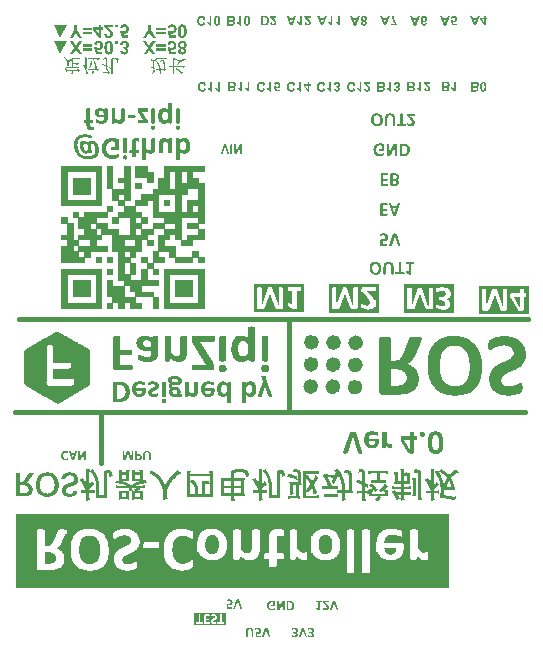
<source format=gbo>
G04*
G04 #@! TF.GenerationSoftware,Altium Limited,Altium Designer,21.5.1 (32)*
G04*
G04 Layer_Color=32896*
%FSLAX25Y25*%
%MOIN*%
G70*
G04*
G04 #@! TF.SameCoordinates,8B6BA037-C385-438B-B8BE-B681DC7B7FEC*
G04*
G04*
G04 #@! TF.FilePolarity,Positive*
G04*
G01*
G75*
%ADD12C,0.01500*%
%ADD92C,0.03000*%
%ADD115C,0.00200*%
G36*
X144500Y20789D02*
X240D01*
Y45500D01*
X144500D01*
Y20789D01*
D02*
G37*
G36*
X102149Y189493D02*
X102239Y189486D01*
X102326Y189472D01*
X102406Y189458D01*
X102482Y189437D01*
X102552Y189417D01*
X102618Y189392D01*
X102673Y189368D01*
X102729Y189347D01*
X102774Y189323D01*
X102812Y189302D01*
X102847Y189281D01*
X102871Y189268D01*
X102892Y189254D01*
X102902Y189247D01*
X102905Y189243D01*
X102968Y189191D01*
X103024Y189136D01*
X103076Y189077D01*
X103124Y189011D01*
X103166Y188948D01*
X103207Y188882D01*
X103242Y188816D01*
X103273Y188754D01*
X103301Y188695D01*
X103325Y188639D01*
X103343Y188587D01*
X103360Y188546D01*
X103374Y188508D01*
X103381Y188483D01*
X103388Y188466D01*
Y188459D01*
X102760Y188265D01*
X102743Y188327D01*
X102725Y188390D01*
X102704Y188445D01*
X102683Y188494D01*
X102659Y188542D01*
X102638Y188584D01*
X102614Y188622D01*
X102593Y188657D01*
X102572Y188684D01*
X102552Y188712D01*
X102534Y188733D01*
X102520Y188751D01*
X102506Y188764D01*
X102496Y188775D01*
X102493Y188778D01*
X102489Y188782D01*
X102454Y188810D01*
X102416Y188834D01*
X102343Y188875D01*
X102270Y188903D01*
X102201Y188924D01*
X102139Y188934D01*
X102114Y188941D01*
X102090D01*
X102073Y188945D01*
X102049D01*
X101986Y188941D01*
X101924Y188934D01*
X101865Y188920D01*
X101813Y188903D01*
X101760Y188886D01*
X101715Y188865D01*
X101670Y188841D01*
X101632Y188816D01*
X101597Y188792D01*
X101566Y188768D01*
X101542Y188747D01*
X101517Y188730D01*
X101504Y188712D01*
X101490Y188698D01*
X101483Y188691D01*
X101479Y188688D01*
X101441Y188636D01*
X101410Y188577D01*
X101379Y188514D01*
X101354Y188445D01*
X101334Y188372D01*
X101316Y188303D01*
X101292Y188161D01*
X101282Y188091D01*
X101275Y188029D01*
X101271Y187973D01*
X101268Y187921D01*
X101264Y187883D01*
Y187852D01*
Y187831D01*
Y187824D01*
X101268Y187720D01*
X101275Y187623D01*
X101285Y187536D01*
X101299Y187453D01*
X101316Y187376D01*
X101334Y187310D01*
X101354Y187248D01*
X101375Y187196D01*
X101393Y187147D01*
X101413Y187106D01*
X101431Y187071D01*
X101448Y187043D01*
X101462Y187022D01*
X101472Y187005D01*
X101479Y186998D01*
X101483Y186995D01*
X101524Y186950D01*
X101573Y186911D01*
X101618Y186877D01*
X101667Y186846D01*
X101715Y186821D01*
X101764Y186800D01*
X101813Y186783D01*
X101858Y186769D01*
X101899Y186759D01*
X101937Y186752D01*
X101972Y186745D01*
X102003Y186741D01*
X102028Y186738D01*
X102062D01*
X102156Y186745D01*
X102239Y186762D01*
X102312Y186783D01*
X102378Y186811D01*
X102430Y186838D01*
X102451Y186849D01*
X102468Y186859D01*
X102482Y186870D01*
X102493Y186877D01*
X102496Y186880D01*
X102499Y186884D01*
X102562Y186943D01*
X102614Y187005D01*
X102656Y187071D01*
X102687Y187134D01*
X102711Y187189D01*
X102722Y187213D01*
X102729Y187234D01*
X102732Y187251D01*
X102735Y187265D01*
X102739Y187272D01*
Y187276D01*
X103377Y187123D01*
X103357Y187054D01*
X103332Y186988D01*
X103305Y186929D01*
X103280Y186870D01*
X103252Y186818D01*
X103225Y186769D01*
X103197Y186727D01*
X103173Y186686D01*
X103145Y186651D01*
X103124Y186620D01*
X103103Y186596D01*
X103083Y186575D01*
X103069Y186557D01*
X103058Y186547D01*
X103051Y186540D01*
X103048Y186537D01*
X102975Y186474D01*
X102902Y186422D01*
X102822Y186373D01*
X102743Y186335D01*
X102663Y186301D01*
X102583Y186273D01*
X102506Y186249D01*
X102434Y186231D01*
X102364Y186214D01*
X102298Y186204D01*
X102239Y186197D01*
X102191Y186193D01*
X102149Y186190D01*
X102121Y186186D01*
X102094D01*
X101972Y186190D01*
X101854Y186204D01*
X101743Y186228D01*
X101639Y186256D01*
X101542Y186290D01*
X101455Y186325D01*
X101372Y186367D01*
X101299Y186408D01*
X101233Y186450D01*
X101174Y186488D01*
X101125Y186526D01*
X101084Y186561D01*
X101049Y186589D01*
X101028Y186609D01*
X101011Y186627D01*
X101007Y186630D01*
X100935Y186717D01*
X100872Y186811D01*
X100817Y186908D01*
X100771Y187009D01*
X100730Y187113D01*
X100699Y187217D01*
X100671Y187317D01*
X100650Y187418D01*
X100633Y187508D01*
X100619Y187595D01*
X100612Y187675D01*
X100605Y187741D01*
X100601Y187796D01*
X100598Y187817D01*
Y187838D01*
Y187852D01*
Y187862D01*
Y187869D01*
Y187873D01*
X100601Y188011D01*
X100615Y188140D01*
X100636Y188261D01*
X100661Y188376D01*
X100692Y188483D01*
X100726Y188580D01*
X100765Y188671D01*
X100803Y188751D01*
X100841Y188823D01*
X100879Y188886D01*
X100914Y188938D01*
X100945Y188983D01*
X100969Y189018D01*
X100990Y189042D01*
X101004Y189059D01*
X101007Y189063D01*
X101087Y189139D01*
X101171Y189205D01*
X101257Y189264D01*
X101344Y189313D01*
X101431Y189354D01*
X101517Y189389D01*
X101604Y189420D01*
X101684Y189441D01*
X101760Y189462D01*
X101833Y189472D01*
X101896Y189483D01*
X101948Y189490D01*
X101993Y189493D01*
X102028Y189497D01*
X102055D01*
X102149Y189493D01*
D02*
G37*
G36*
X107406Y189497D02*
X107489Y189486D01*
X107566Y189472D01*
X107639Y189455D01*
X107704Y189431D01*
X107771Y189406D01*
X107829Y189378D01*
X107881Y189351D01*
X107930Y189327D01*
X107972Y189299D01*
X108006Y189275D01*
X108038Y189250D01*
X108062Y189233D01*
X108079Y189219D01*
X108090Y189208D01*
X108093Y189205D01*
X108149Y189146D01*
X108194Y189087D01*
X108236Y189028D01*
X108270Y188966D01*
X108301Y188907D01*
X108326Y188848D01*
X108346Y188789D01*
X108364Y188733D01*
X108378Y188681D01*
X108385Y188636D01*
X108392Y188594D01*
X108399Y188556D01*
Y188528D01*
X108402Y188504D01*
Y188490D01*
Y188487D01*
X108399Y188435D01*
X108395Y188383D01*
X108378Y188286D01*
X108350Y188202D01*
X108319Y188129D01*
X108305Y188098D01*
X108288Y188070D01*
X108274Y188046D01*
X108263Y188025D01*
X108249Y188011D01*
X108242Y188001D01*
X108239Y187994D01*
X108236Y187991D01*
X108204Y187952D01*
X108169Y187918D01*
X108100Y187862D01*
X108027Y187814D01*
X107954Y187779D01*
X107895Y187755D01*
X107868Y187744D01*
X107843Y187737D01*
X107826Y187730D01*
X107812Y187727D01*
X107802Y187723D01*
X107798D01*
X107878Y187675D01*
X107951Y187623D01*
X108013Y187567D01*
X108065Y187512D01*
X108110Y187456D01*
X108149Y187401D01*
X108177Y187345D01*
X108201Y187293D01*
X108222Y187244D01*
X108236Y187196D01*
X108246Y187154D01*
X108253Y187120D01*
X108256Y187092D01*
X108260Y187067D01*
Y187054D01*
Y187050D01*
X108256Y186995D01*
X108249Y186943D01*
X108239Y186891D01*
X108225Y186842D01*
X108187Y186752D01*
X108145Y186675D01*
X108124Y186641D01*
X108104Y186609D01*
X108083Y186582D01*
X108065Y186561D01*
X108052Y186544D01*
X108041Y186530D01*
X108034Y186523D01*
X108031Y186519D01*
X107979Y186467D01*
X107923Y186422D01*
X107864Y186384D01*
X107802Y186349D01*
X107743Y186321D01*
X107684Y186297D01*
X107625Y186280D01*
X107566Y186263D01*
X107514Y186252D01*
X107465Y186242D01*
X107420Y186238D01*
X107382Y186231D01*
X107351D01*
X107326Y186228D01*
X107306D01*
X107208Y186231D01*
X107118Y186242D01*
X107035Y186259D01*
X106965Y186276D01*
X106934Y186287D01*
X106906Y186297D01*
X106882Y186304D01*
X106861Y186311D01*
X106844Y186318D01*
X106834Y186325D01*
X106827Y186328D01*
X106823D01*
X106747Y186370D01*
X106681Y186415D01*
X106625Y186460D01*
X106580Y186505D01*
X106542Y186544D01*
X106514Y186578D01*
X106500Y186599D01*
X106493Y186602D01*
Y186606D01*
X106452Y186675D01*
X106417Y186752D01*
X106386Y186828D01*
X106362Y186904D01*
X106341Y186970D01*
X106334Y186998D01*
X106327Y187022D01*
X106324Y187043D01*
X106320Y187057D01*
X106317Y187067D01*
Y187071D01*
X106882Y187165D01*
X106896Y187092D01*
X106913Y187026D01*
X106934Y186974D01*
X106958Y186929D01*
X106983Y186894D01*
X107000Y186870D01*
X107014Y186852D01*
X107018Y186849D01*
X107063Y186811D01*
X107108Y186783D01*
X107153Y186766D01*
X107194Y186752D01*
X107233Y186745D01*
X107260Y186738D01*
X107288D01*
X107347Y186741D01*
X107399Y186752D01*
X107441Y186769D01*
X107479Y186786D01*
X107510Y186804D01*
X107531Y186821D01*
X107545Y186832D01*
X107548Y186835D01*
X107580Y186873D01*
X107604Y186915D01*
X107621Y186960D01*
X107635Y186998D01*
X107642Y187036D01*
X107646Y187064D01*
Y187085D01*
Y187088D01*
Y187092D01*
X107639Y187161D01*
X107625Y187220D01*
X107604Y187272D01*
X107580Y187317D01*
X107552Y187352D01*
X107531Y187376D01*
X107517Y187390D01*
X107510Y187397D01*
X107455Y187432D01*
X107396Y187460D01*
X107333Y187480D01*
X107271Y187491D01*
X107215Y187498D01*
X107191D01*
X107170Y187501D01*
X107129D01*
X107063Y188001D01*
X107122Y187984D01*
X107177Y187973D01*
X107222Y187963D01*
X107264Y187959D01*
X107299Y187956D01*
X107323Y187952D01*
X107344D01*
X107410Y187959D01*
X107469Y187973D01*
X107521Y187997D01*
X107566Y188022D01*
X107600Y188046D01*
X107628Y188070D01*
X107642Y188084D01*
X107649Y188091D01*
X107691Y188147D01*
X107722Y188206D01*
X107743Y188268D01*
X107760Y188327D01*
X107767Y188379D01*
X107771Y188400D01*
Y188421D01*
X107774Y188438D01*
Y188449D01*
Y188455D01*
Y188459D01*
X107767Y188546D01*
X107753Y188622D01*
X107732Y188688D01*
X107708Y188743D01*
X107684Y188789D01*
X107663Y188820D01*
X107649Y188841D01*
X107642Y188848D01*
X107590Y188896D01*
X107535Y188931D01*
X107483Y188955D01*
X107430Y188973D01*
X107385Y188983D01*
X107351Y188986D01*
X107337Y188990D01*
X107319D01*
X107257Y188986D01*
X107198Y188973D01*
X107146Y188952D01*
X107101Y188931D01*
X107066Y188910D01*
X107038Y188889D01*
X107024Y188875D01*
X107018Y188872D01*
X106976Y188823D01*
X106941Y188764D01*
X106913Y188709D01*
X106896Y188650D01*
X106879Y188601D01*
X106872Y188560D01*
X106868Y188542D01*
X106865Y188532D01*
Y188525D01*
Y188522D01*
X106271Y188594D01*
X106282Y188667D01*
X106299Y188740D01*
X106320Y188806D01*
X106341Y188868D01*
X106369Y188927D01*
X106396Y188979D01*
X106424Y189028D01*
X106452Y189073D01*
X106483Y189115D01*
X106507Y189149D01*
X106535Y189181D01*
X106556Y189205D01*
X106573Y189226D01*
X106587Y189240D01*
X106598Y189247D01*
X106601Y189250D01*
X106657Y189295D01*
X106716Y189333D01*
X106775Y189365D01*
X106837Y189396D01*
X106896Y189420D01*
X106955Y189437D01*
X107014Y189455D01*
X107070Y189469D01*
X107122Y189479D01*
X107170Y189486D01*
X107215Y189493D01*
X107250Y189497D01*
X107281D01*
X107302Y189500D01*
X107323D01*
X107406Y189497D01*
D02*
G37*
G36*
X105376Y186228D02*
X104876D01*
X104856Y186283D01*
X104831Y186335D01*
X104772Y186433D01*
X104710Y186519D01*
X104644Y186596D01*
X104613Y186630D01*
X104585Y186658D01*
X104561Y186686D01*
X104536Y186707D01*
X104519Y186724D01*
X104505Y186734D01*
X104495Y186741D01*
X104491Y186745D01*
X104387Y186821D01*
X104290Y186884D01*
X104203Y186936D01*
X104127Y186974D01*
X104092Y186991D01*
X104061Y187005D01*
X104037Y187015D01*
X104013Y187026D01*
X103995Y187033D01*
X103981Y187036D01*
X103974Y187040D01*
X103971D01*
Y187598D01*
X104054Y187567D01*
X104134Y187536D01*
X104214Y187501D01*
X104287Y187463D01*
X104356Y187425D01*
X104422Y187387D01*
X104481Y187349D01*
X104536Y187310D01*
X104588Y187276D01*
X104630Y187241D01*
X104672Y187210D01*
X104703Y187186D01*
X104727Y187165D01*
X104748Y187147D01*
X104759Y187137D01*
X104762Y187134D01*
Y189441D01*
X105376D01*
Y186228D01*
D02*
G37*
G36*
X102694Y208297D02*
X102007D01*
X100761Y211500D01*
X101445D01*
X101712Y210771D01*
X102992D01*
X103273Y211500D01*
X103978D01*
X102694Y208297D01*
D02*
G37*
G36*
X108239Y208287D02*
X107739D01*
X107718Y208342D01*
X107694Y208394D01*
X107635Y208491D01*
X107573Y208578D01*
X107507Y208655D01*
X107475Y208689D01*
X107448Y208717D01*
X107423Y208745D01*
X107399Y208766D01*
X107382Y208783D01*
X107368Y208793D01*
X107358Y208800D01*
X107354Y208804D01*
X107250Y208880D01*
X107153Y208943D01*
X107066Y208995D01*
X106990Y209033D01*
X106955Y209050D01*
X106924Y209064D01*
X106899Y209074D01*
X106875Y209085D01*
X106858Y209092D01*
X106844Y209095D01*
X106837Y209099D01*
X106834D01*
Y209657D01*
X106917Y209626D01*
X106997Y209595D01*
X107077Y209560D01*
X107149Y209522D01*
X107219Y209484D01*
X107285Y209446D01*
X107344Y209408D01*
X107399Y209369D01*
X107451Y209335D01*
X107493Y209300D01*
X107535Y209269D01*
X107566Y209244D01*
X107590Y209224D01*
X107611Y209206D01*
X107621Y209196D01*
X107625Y209192D01*
Y211500D01*
X108239D01*
Y208287D01*
D02*
G37*
G36*
X105751D02*
X105251D01*
X105230Y208342D01*
X105206Y208394D01*
X105147Y208491D01*
X105085Y208578D01*
X105019Y208655D01*
X104988Y208689D01*
X104960Y208717D01*
X104936Y208745D01*
X104911Y208766D01*
X104894Y208783D01*
X104880Y208793D01*
X104870Y208800D01*
X104866Y208804D01*
X104762Y208880D01*
X104665Y208943D01*
X104578Y208995D01*
X104502Y209033D01*
X104467Y209050D01*
X104436Y209064D01*
X104411Y209074D01*
X104387Y209085D01*
X104370Y209092D01*
X104356Y209095D01*
X104349Y209099D01*
X104346D01*
Y209657D01*
X104429Y209626D01*
X104509Y209595D01*
X104588Y209560D01*
X104661Y209522D01*
X104731Y209484D01*
X104797Y209446D01*
X104856Y209408D01*
X104911Y209369D01*
X104963Y209335D01*
X105005Y209300D01*
X105046Y209269D01*
X105078Y209244D01*
X105102Y209224D01*
X105123Y209206D01*
X105133Y209196D01*
X105137Y209192D01*
Y211500D01*
X105751D01*
Y208287D01*
D02*
G37*
G36*
X128064Y148995D02*
X128125D01*
X128147Y148989D01*
X128164D01*
X128197Y148983D01*
X128225D01*
X128263Y148972D01*
X128286Y148961D01*
X128291Y148956D01*
X128308Y148928D01*
X128313Y148895D01*
Y148867D01*
Y148856D01*
X128302Y148795D01*
X128291Y148739D01*
X128280Y148711D01*
X128275Y148689D01*
X128269Y148678D01*
Y148673D01*
X126992Y145004D01*
X126976Y144965D01*
X126959Y144932D01*
X126948Y144915D01*
X126943Y144910D01*
X126920Y144887D01*
X126893Y144871D01*
X126865Y144865D01*
X126859Y144860D01*
X126854D01*
X126804Y144843D01*
X126743Y144837D01*
X126720Y144832D01*
X126637D01*
X126587Y144826D01*
X126188D01*
X126154Y144832D01*
X126116D01*
X126049Y144837D01*
X126005Y144849D01*
X125971Y144854D01*
X125966Y144860D01*
X125960D01*
X125921Y144876D01*
X125899Y144893D01*
X125882Y144904D01*
X125877Y144910D01*
X125860Y144937D01*
X125849Y144965D01*
X125844Y144982D01*
X125838Y144993D01*
X124562Y148661D01*
X124539Y148739D01*
X124523Y148795D01*
X124517Y148817D01*
X124512Y148834D01*
Y148839D01*
Y148845D01*
Y148889D01*
X124523Y148922D01*
X124528Y148944D01*
X124534Y148950D01*
X124567Y148972D01*
X124606Y148983D01*
X124639Y148989D01*
X124650D01*
X124684Y148995D01*
X124723D01*
X124800Y149000D01*
X124972D01*
X125011Y148995D01*
X125067D01*
X125083Y148989D01*
X125100D01*
X125161Y148983D01*
X125200Y148978D01*
X125227Y148972D01*
X125233D01*
X125266Y148956D01*
X125283Y148944D01*
X125294Y148933D01*
X125300Y148928D01*
X125316Y148900D01*
X125327Y148878D01*
X125333Y148856D01*
Y148850D01*
X125594Y148040D01*
X127153D01*
X127425Y148872D01*
X127436Y148900D01*
X127448Y148922D01*
X127459Y148933D01*
Y148939D01*
X127481Y148956D01*
X127503Y148967D01*
X127520Y148978D01*
X127525D01*
X127570Y148983D01*
X127614Y148989D01*
X127647Y148995D01*
X127703D01*
X127742Y149000D01*
X128025D01*
X128064Y148995D01*
D02*
G37*
G36*
X124034Y148978D02*
X124045Y148972D01*
X124056Y148967D01*
X124062D01*
X124079Y148950D01*
X124095Y148933D01*
X124101Y148917D01*
X124106Y148911D01*
X124118Y148878D01*
X124123Y148845D01*
X124129Y148822D01*
Y148811D01*
X124134Y148761D01*
X124140Y148711D01*
Y148689D01*
Y148673D01*
Y148661D01*
Y148656D01*
Y148589D01*
X124134Y148545D01*
X124129Y148512D01*
Y148501D01*
X124123Y148462D01*
X124118Y148428D01*
X124112Y148406D01*
X124106Y148401D01*
X124095Y148373D01*
X124079Y148356D01*
X124068Y148351D01*
X124062Y148345D01*
X124045Y148334D01*
X124029Y148323D01*
X122525D01*
Y147157D01*
X123774D01*
X123807Y147152D01*
X123818Y147146D01*
X123823D01*
X123840Y147130D01*
X123857Y147113D01*
X123862Y147096D01*
X123868Y147091D01*
X123879Y147057D01*
X123884Y147030D01*
X123890Y147008D01*
Y146996D01*
X123896Y146947D01*
X123901Y146897D01*
Y146874D01*
Y146858D01*
Y146847D01*
Y146841D01*
Y146780D01*
X123896Y146730D01*
X123890Y146702D01*
Y146691D01*
X123884Y146647D01*
X123879Y146614D01*
X123873Y146597D01*
X123868Y146591D01*
X123857Y146564D01*
X123840Y146547D01*
X123829Y146541D01*
X123823Y146536D01*
X123807Y146525D01*
X123790Y146514D01*
X122525D01*
Y145503D01*
X124001D01*
X124023Y145498D01*
X124034Y145492D01*
X124045Y145487D01*
X124051D01*
X124068Y145470D01*
X124079Y145454D01*
X124090Y145437D01*
Y145431D01*
X124101Y145398D01*
X124106Y145365D01*
X124112Y145343D01*
Y145331D01*
X124118Y145282D01*
X124123Y145231D01*
Y145215D01*
Y145198D01*
Y145187D01*
Y145182D01*
Y145115D01*
X124118Y145065D01*
X124112Y145032D01*
Y145021D01*
X124106Y144982D01*
X124101Y144948D01*
X124095Y144926D01*
X124090Y144921D01*
X124079Y144893D01*
X124062Y144871D01*
X124056Y144865D01*
X124051Y144860D01*
X124034Y144849D01*
X124018Y144843D01*
X121892D01*
X121859Y144854D01*
X121803Y144876D01*
X121781Y144887D01*
X121764Y144899D01*
X121759Y144904D01*
X121753Y144910D01*
X121731Y144937D01*
X121714Y144965D01*
X121698Y145032D01*
X121692Y145060D01*
X121687Y145087D01*
Y145104D01*
Y145109D01*
Y148723D01*
X121692Y148773D01*
X121698Y148811D01*
X121709Y148845D01*
X121720Y148872D01*
X121731Y148895D01*
X121742Y148911D01*
X121753Y148917D01*
Y148922D01*
X121781Y148944D01*
X121814Y148956D01*
X121870Y148978D01*
X121892D01*
X121914Y148983D01*
X124012D01*
X124034Y148978D01*
D02*
G37*
G36*
X123672Y208297D02*
X122985D01*
X121740Y211500D01*
X122423D01*
X122690Y210771D01*
X123971D01*
X124252Y211500D01*
X124956D01*
X123672Y208297D01*
D02*
G37*
G36*
X126188Y211337D02*
X126206Y211170D01*
X126226Y211011D01*
X126237Y210934D01*
X126251Y210861D01*
X126265Y210792D01*
X126275Y210730D01*
X126289Y210678D01*
X126299Y210629D01*
X126306Y210591D01*
X126313Y210563D01*
X126320Y210546D01*
Y210539D01*
X126379Y210341D01*
X126410Y210244D01*
X126445Y210150D01*
X126480Y210063D01*
X126511Y209977D01*
X126546Y209900D01*
X126577Y209824D01*
X126608Y209758D01*
X126639Y209699D01*
X126664Y209647D01*
X126684Y209602D01*
X126705Y209567D01*
X126719Y209539D01*
X126726Y209526D01*
X126730Y209519D01*
X126781Y209432D01*
X126830Y209349D01*
X126879Y209272D01*
X126927Y209203D01*
X126972Y209137D01*
X127017Y209074D01*
X127059Y209019D01*
X127097Y208970D01*
X127132Y208929D01*
X127163Y208891D01*
X127191Y208856D01*
X127215Y208832D01*
X127236Y208811D01*
X127250Y208793D01*
X127257Y208787D01*
X127260Y208783D01*
Y208339D01*
X125161D01*
Y208908D01*
X126556D01*
X126476Y209012D01*
X126403Y209116D01*
X126330Y209224D01*
X126265Y209331D01*
X126202Y209435D01*
X126146Y209539D01*
X126094Y209637D01*
X126046Y209730D01*
X126004Y209817D01*
X125966Y209897D01*
X125935Y209970D01*
X125911Y210029D01*
X125890Y210077D01*
X125872Y210116D01*
X125869Y210129D01*
X125865Y210140D01*
X125862Y210143D01*
Y210147D01*
X125817Y210275D01*
X125775Y210403D01*
X125741Y210528D01*
X125713Y210650D01*
X125685Y210768D01*
X125664Y210879D01*
X125647Y210983D01*
X125629Y211084D01*
X125619Y211174D01*
X125609Y211254D01*
X125602Y211327D01*
X125598Y211385D01*
X125595Y211434D01*
X125591Y211469D01*
Y211483D01*
Y211493D01*
Y211496D01*
Y211500D01*
X126185D01*
X126188Y211337D01*
D02*
G37*
G36*
X121668Y168994D02*
X121723D01*
X121773Y168989D01*
X121818D01*
X121851Y168983D01*
X121879D01*
X122001Y168967D01*
X122056Y168961D01*
X122106Y168950D01*
X122151Y168945D01*
X122184Y168939D01*
X122206Y168933D01*
X122212D01*
X122334Y168911D01*
X122384Y168900D01*
X122434Y168889D01*
X122473Y168878D01*
X122500Y168867D01*
X122522Y168861D01*
X122528D01*
X122583Y168845D01*
X122633Y168828D01*
X122678Y168817D01*
X122717Y168800D01*
X122744Y168795D01*
X122767Y168783D01*
X122778Y168778D01*
X122783D01*
X122822Y168761D01*
X122850Y168739D01*
X122872Y168722D01*
X122894Y168700D01*
X122916Y168673D01*
X122922Y168667D01*
Y168661D01*
X122944Y168606D01*
X122955Y168551D01*
X122961Y168528D01*
Y168512D01*
Y168500D01*
Y168495D01*
Y166847D01*
Y166802D01*
X122955Y166763D01*
X122950Y166741D01*
X122944Y166736D01*
X122928Y166702D01*
X122911Y166674D01*
X122900Y166658D01*
X122894Y166652D01*
X122872Y166625D01*
X122850Y166608D01*
X122828Y166602D01*
X122822Y166597D01*
X122794Y166586D01*
X122761Y166575D01*
X121335D01*
X121318Y166580D01*
X121301Y166586D01*
X121290Y166591D01*
X121285Y166597D01*
X121268Y166613D01*
X121257Y166630D01*
X121251Y166647D01*
X121246Y166652D01*
X121235Y166680D01*
X121229Y166713D01*
X121224Y166736D01*
Y166741D01*
Y166747D01*
X121218Y166797D01*
Y166847D01*
Y166863D01*
Y166880D01*
Y166891D01*
Y166897D01*
Y166958D01*
X121224Y167008D01*
X121229Y167052D01*
X121235Y167085D01*
Y167107D01*
X121240Y167124D01*
X121246Y167135D01*
Y167141D01*
X121257Y167163D01*
X121274Y167180D01*
X121301Y167202D01*
X121324Y167213D01*
X122123D01*
Y168173D01*
X122029Y168218D01*
X121984Y168234D01*
X121945Y168245D01*
X121912Y168256D01*
X121884Y168267D01*
X121868Y168273D01*
X121862D01*
X121762Y168290D01*
X121718Y168295D01*
X121673D01*
X121640Y168301D01*
X121584D01*
X121479Y168295D01*
X121379Y168284D01*
X121290Y168273D01*
X121213Y168256D01*
X121146Y168240D01*
X121102Y168223D01*
X121068Y168218D01*
X121063Y168212D01*
X121057D01*
X120974Y168173D01*
X120896Y168129D01*
X120824Y168084D01*
X120769Y168040D01*
X120719Y167996D01*
X120685Y167962D01*
X120658Y167940D01*
X120652Y167934D01*
X120591Y167862D01*
X120541Y167785D01*
X120497Y167712D01*
X120458Y167640D01*
X120430Y167579D01*
X120408Y167529D01*
X120397Y167496D01*
X120391Y167490D01*
Y167485D01*
X120358Y167379D01*
X120336Y167274D01*
X120319Y167168D01*
X120308Y167069D01*
X120302Y166985D01*
Y166946D01*
X120297Y166919D01*
Y166891D01*
Y166874D01*
Y166863D01*
Y166858D01*
X120302Y166741D01*
X120314Y166630D01*
X120325Y166530D01*
X120341Y166442D01*
X120358Y166369D01*
X120375Y166314D01*
X120380Y166297D01*
Y166280D01*
X120386Y166275D01*
Y166269D01*
X120424Y166175D01*
X120469Y166086D01*
X120513Y166008D01*
X120552Y165942D01*
X120591Y165886D01*
X120624Y165848D01*
X120647Y165825D01*
X120652Y165814D01*
X120719Y165748D01*
X120791Y165687D01*
X120857Y165637D01*
X120924Y165592D01*
X120979Y165559D01*
X121029Y165531D01*
X121057Y165520D01*
X121068Y165515D01*
X121163Y165481D01*
X121257Y165454D01*
X121346Y165437D01*
X121435Y165420D01*
X121507Y165415D01*
X121562Y165409D01*
X121712D01*
X121807Y165420D01*
X121895Y165426D01*
X121967Y165437D01*
X122023Y165448D01*
X122067Y165459D01*
X122095Y165465D01*
X122106Y165470D01*
X122184Y165492D01*
X122250Y165515D01*
X122317Y165537D01*
X122367Y165553D01*
X122411Y165570D01*
X122445Y165587D01*
X122467Y165592D01*
X122473Y165598D01*
X122528Y165620D01*
X122578Y165642D01*
X122617Y165665D01*
X122656Y165681D01*
X122678Y165698D01*
X122700Y165709D01*
X122711Y165720D01*
X122717D01*
X122778Y165753D01*
X122822Y165770D01*
X122850Y165776D01*
X122855D01*
X122889Y165770D01*
X122894Y165764D01*
X122900D01*
X122916Y165748D01*
X122928Y165731D01*
X122939Y165714D01*
Y165709D01*
X122950Y165670D01*
X122955Y165637D01*
X122961Y165609D01*
Y165598D01*
X122966Y165548D01*
X122972Y165492D01*
Y165476D01*
Y165459D01*
Y165448D01*
Y165443D01*
Y165387D01*
X122966Y165337D01*
Y165293D01*
X122961Y165259D01*
X122955Y165232D01*
Y165215D01*
X122950Y165204D01*
Y165198D01*
X122933Y165143D01*
X122911Y165104D01*
X122894Y165076D01*
X122889Y165071D01*
X122872Y165054D01*
X122844Y165037D01*
X122794Y164998D01*
X122772Y164987D01*
X122750Y164976D01*
X122739Y164965D01*
X122733D01*
X122689Y164943D01*
X122644Y164921D01*
X122556Y164887D01*
X122522Y164871D01*
X122489Y164865D01*
X122467Y164854D01*
X122461D01*
X122328Y164815D01*
X122267Y164799D01*
X122206Y164788D01*
X122151Y164776D01*
X122112Y164765D01*
X122084Y164760D01*
X122073D01*
X121906Y164738D01*
X121823Y164732D01*
X121745Y164726D01*
X121684Y164721D01*
X121584D01*
X121407Y164726D01*
X121240Y164743D01*
X121090Y164771D01*
X121018Y164782D01*
X120957Y164799D01*
X120902Y164815D01*
X120846Y164826D01*
X120802Y164838D01*
X120769Y164854D01*
X120735Y164860D01*
X120713Y164871D01*
X120702Y164876D01*
X120696D01*
X120552Y164937D01*
X120419Y165009D01*
X120302Y165082D01*
X120208Y165148D01*
X120125Y165209D01*
X120091Y165237D01*
X120064Y165265D01*
X120042Y165281D01*
X120025Y165298D01*
X120019Y165304D01*
X120014Y165309D01*
X119914Y165420D01*
X119831Y165537D01*
X119753Y165653D01*
X119692Y165759D01*
X119648Y165853D01*
X119625Y165892D01*
X119609Y165931D01*
X119598Y165959D01*
X119587Y165981D01*
X119581Y165992D01*
Y165998D01*
X119531Y166153D01*
X119492Y166308D01*
X119470Y166458D01*
X119448Y166602D01*
X119442Y166669D01*
X119437Y166725D01*
Y166774D01*
X119431Y166819D01*
Y166858D01*
Y166885D01*
Y166902D01*
Y166908D01*
X119437Y167085D01*
X119453Y167252D01*
X119475Y167402D01*
X119487Y167474D01*
X119503Y167535D01*
X119514Y167590D01*
X119525Y167640D01*
X119536Y167685D01*
X119548Y167724D01*
X119559Y167751D01*
X119564Y167773D01*
X119570Y167785D01*
Y167790D01*
X119631Y167929D01*
X119697Y168056D01*
X119764Y168167D01*
X119831Y168267D01*
X119892Y168345D01*
X119942Y168401D01*
X119958Y168423D01*
X119975Y168439D01*
X119981Y168445D01*
X119986Y168450D01*
X120091Y168545D01*
X120203Y168628D01*
X120319Y168695D01*
X120419Y168756D01*
X120513Y168800D01*
X120552Y168817D01*
X120586Y168833D01*
X120613Y168845D01*
X120635Y168856D01*
X120647Y168861D01*
X120652D01*
X120802Y168906D01*
X120957Y168939D01*
X121107Y168967D01*
X121246Y168983D01*
X121307Y168989D01*
X121362Y168994D01*
X121412D01*
X121457Y169000D01*
X121540D01*
X121668Y168994D01*
D02*
G37*
G36*
X129565Y168922D02*
X129748Y168911D01*
X129832Y168900D01*
X129910Y168889D01*
X129982Y168878D01*
X130048Y168867D01*
X130104Y168861D01*
X130159Y168850D01*
X130204Y168839D01*
X130243Y168828D01*
X130276Y168822D01*
X130298Y168817D01*
X130309Y168811D01*
X130315D01*
X130459Y168761D01*
X130587Y168700D01*
X130703Y168639D01*
X130803Y168578D01*
X130881Y168523D01*
X130914Y168495D01*
X130942Y168473D01*
X130964Y168456D01*
X130981Y168445D01*
X130986Y168434D01*
X130992D01*
X131092Y168334D01*
X131175Y168223D01*
X131247Y168112D01*
X131308Y168007D01*
X131358Y167912D01*
X131375Y167873D01*
X131391Y167840D01*
X131402Y167812D01*
X131413Y167790D01*
X131419Y167779D01*
Y167773D01*
X131469Y167613D01*
X131508Y167452D01*
X131530Y167291D01*
X131552Y167135D01*
X131558Y167069D01*
X131563Y167002D01*
Y166946D01*
X131569Y166897D01*
Y166858D01*
Y166824D01*
Y166808D01*
Y166802D01*
X131563Y166625D01*
X131547Y166458D01*
X131525Y166308D01*
X131513Y166247D01*
X131502Y166186D01*
X131486Y166131D01*
X131475Y166081D01*
X131464Y166036D01*
X131452Y166003D01*
X131441Y165975D01*
X131436Y165953D01*
X131430Y165942D01*
Y165936D01*
X131375Y165803D01*
X131308Y165675D01*
X131242Y165570D01*
X131175Y165476D01*
X131119Y165404D01*
X131069Y165348D01*
X131053Y165331D01*
X131036Y165315D01*
X131031Y165309D01*
X131025Y165304D01*
X130925Y165215D01*
X130814Y165137D01*
X130703Y165071D01*
X130603Y165015D01*
X130514Y164976D01*
X130476Y164960D01*
X130442Y164943D01*
X130414Y164932D01*
X130392Y164926D01*
X130381Y164921D01*
X130376D01*
X130226Y164876D01*
X130070Y164843D01*
X129915Y164821D01*
X129765Y164804D01*
X129699Y164799D01*
X129638Y164793D01*
X129582D01*
X129538Y164788D01*
X128339D01*
X128305Y164799D01*
X128250Y164821D01*
X128228Y164832D01*
X128211Y164843D01*
X128206Y164849D01*
X128200Y164854D01*
X128178Y164882D01*
X128161Y164910D01*
X128145Y164976D01*
X128139Y165004D01*
X128133Y165032D01*
Y165048D01*
Y165054D01*
Y168667D01*
X128139Y168717D01*
X128145Y168756D01*
X128156Y168789D01*
X128167Y168817D01*
X128178Y168839D01*
X128189Y168856D01*
X128200Y168861D01*
Y168867D01*
X128228Y168889D01*
X128261Y168900D01*
X128317Y168922D01*
X128339D01*
X128361Y168928D01*
X129366D01*
X129565Y168922D01*
D02*
G37*
G36*
X124332Y168939D02*
X124354D01*
X124371Y168933D01*
X124382D01*
X124432Y168928D01*
X124470Y168922D01*
X124493Y168911D01*
X124498D01*
X124526Y168895D01*
X124548Y168883D01*
X124554Y168872D01*
X124559Y168867D01*
X124570Y168845D01*
X124582Y168828D01*
Y168817D01*
Y168811D01*
Y166647D01*
Y166558D01*
Y166469D01*
Y166392D01*
Y166319D01*
X124576Y166258D01*
Y166214D01*
Y166186D01*
Y166175D01*
X124570Y166008D01*
X124565Y165931D01*
Y165859D01*
X124559Y165798D01*
Y165753D01*
X124554Y165726D01*
Y165714D01*
X124565D01*
X124620Y165853D01*
X124648Y165920D01*
X124670Y165981D01*
X124692Y166031D01*
X124709Y166070D01*
X124720Y166092D01*
X124726Y166103D01*
X124759Y166175D01*
X124792Y166247D01*
X124826Y166308D01*
X124853Y166364D01*
X124876Y166414D01*
X124892Y166447D01*
X124903Y166475D01*
X124909Y166480D01*
X125936Y168412D01*
X125963Y168467D01*
X125991Y168523D01*
X126013Y168567D01*
X126036Y168600D01*
X126052Y168634D01*
X126063Y168656D01*
X126074Y168667D01*
Y168673D01*
X126124Y168739D01*
X126169Y168789D01*
X126197Y168822D01*
X126202Y168828D01*
X126208Y168833D01*
X126263Y168867D01*
X126307Y168895D01*
X126346Y168906D01*
X126352Y168911D01*
X126357D01*
X126424Y168922D01*
X126491Y168928D01*
X126518Y168933D01*
X126912D01*
X126957Y168928D01*
X126996Y168922D01*
X127023Y168917D01*
X127035D01*
X127073Y168900D01*
X127107Y168883D01*
X127129Y168867D01*
X127135Y168861D01*
X127162Y168828D01*
X127190Y168800D01*
X127201Y168778D01*
X127207Y168767D01*
X127223Y168722D01*
X127229Y168678D01*
X127234Y168645D01*
Y168639D01*
Y168634D01*
Y164915D01*
Y164893D01*
X127229Y164876D01*
X127223Y164865D01*
X127218Y164860D01*
X127201Y164843D01*
X127179Y164826D01*
X127162Y164821D01*
X127157Y164815D01*
X127123Y164799D01*
X127085Y164793D01*
X127057Y164788D01*
X127046D01*
X126985Y164782D01*
X126929Y164776D01*
X126785D01*
X126724Y164782D01*
X126702D01*
X126685Y164788D01*
X126674D01*
X126624Y164793D01*
X126585Y164804D01*
X126563Y164810D01*
X126552Y164815D01*
X126524Y164826D01*
X126507Y164843D01*
X126496Y164854D01*
X126491Y164860D01*
X126480Y164876D01*
X126474Y164893D01*
Y164910D01*
Y164915D01*
Y166858D01*
Y167024D01*
Y167102D01*
Y167174D01*
Y167235D01*
Y167280D01*
Y167313D01*
Y167318D01*
Y167324D01*
Y167413D01*
X126480Y167496D01*
Y167574D01*
X126485Y167646D01*
Y167701D01*
X126491Y167746D01*
Y167773D01*
Y167785D01*
X126485D01*
X126446Y167690D01*
X126424Y167646D01*
X126407Y167607D01*
X126391Y167574D01*
X126380Y167551D01*
X126374Y167535D01*
X126369Y167529D01*
X126324Y167435D01*
X126302Y167391D01*
X126280Y167352D01*
X126263Y167318D01*
X126252Y167291D01*
X126247Y167274D01*
X126241Y167268D01*
X126197Y167168D01*
X126174Y167130D01*
X126152Y167085D01*
X126136Y167058D01*
X126124Y167030D01*
X126119Y167013D01*
X126113Y167008D01*
X126063Y166908D01*
X126041Y166863D01*
X126019Y166819D01*
X126002Y166786D01*
X125986Y166758D01*
X125980Y166741D01*
X125975Y166736D01*
X125170Y165220D01*
X125131Y165137D01*
X125109Y165104D01*
X125092Y165071D01*
X125075Y165048D01*
X125064Y165032D01*
X125059Y165021D01*
X125053Y165015D01*
X125009Y164954D01*
X124970Y164915D01*
X124942Y164887D01*
X124937Y164882D01*
X124931D01*
X124881Y164849D01*
X124831Y164826D01*
X124798Y164815D01*
X124787Y164810D01*
X124781D01*
X124715Y164799D01*
X124648Y164788D01*
X124121D01*
X124076Y164793D01*
X124032Y164799D01*
X123999Y164810D01*
X123965Y164826D01*
X123938Y164843D01*
X123921Y164854D01*
X123910Y164860D01*
X123904Y164865D01*
X123877Y164899D01*
X123854Y164932D01*
X123843Y164971D01*
X123832Y165009D01*
X123827Y165043D01*
X123821Y165071D01*
Y165087D01*
Y165093D01*
Y168811D01*
X123827Y168850D01*
X123832Y168861D01*
Y168867D01*
X123849Y168883D01*
X123865Y168900D01*
X123882Y168906D01*
X123888Y168911D01*
X123927Y168922D01*
X123965Y168928D01*
X123993Y168933D01*
X124004D01*
X124065Y168939D01*
X124126Y168945D01*
X124271D01*
X124332Y168939D01*
D02*
G37*
G36*
X133653Y208238D02*
X132966D01*
X131720Y211441D01*
X132404D01*
X132671Y210712D01*
X133952D01*
X134233Y211441D01*
X134937D01*
X133653Y208238D01*
D02*
G37*
G36*
X136332Y211496D02*
X136412Y211486D01*
X136485Y211472D01*
X136554Y211455D01*
X136620Y211431D01*
X136683Y211406D01*
X136738Y211379D01*
X136787Y211351D01*
X136832Y211327D01*
X136873Y211299D01*
X136908Y211274D01*
X136936Y211250D01*
X136960Y211233D01*
X136974Y211219D01*
X136985Y211209D01*
X136988Y211205D01*
X137040Y211146D01*
X137085Y211087D01*
X137123Y211021D01*
X137158Y210959D01*
X137186Y210893D01*
X137210Y210827D01*
X137227Y210761D01*
X137245Y210702D01*
X137255Y210643D01*
X137266Y210587D01*
X137269Y210539D01*
X137276Y210497D01*
Y210466D01*
X137279Y210438D01*
Y210424D01*
Y210417D01*
X137276Y210334D01*
X137269Y210251D01*
X137255Y210178D01*
X137238Y210105D01*
X137217Y210039D01*
X137193Y209977D01*
X137168Y209918D01*
X137144Y209869D01*
X137116Y209821D01*
X137092Y209782D01*
X137068Y209748D01*
X137047Y209716D01*
X137030Y209696D01*
X137016Y209678D01*
X137009Y209668D01*
X137005Y209664D01*
X136953Y209612D01*
X136898Y209567D01*
X136842Y209529D01*
X136787Y209494D01*
X136731Y209467D01*
X136676Y209442D01*
X136624Y209421D01*
X136572Y209408D01*
X136527Y209394D01*
X136481Y209383D01*
X136443Y209380D01*
X136412Y209373D01*
X136384D01*
X136363Y209369D01*
X136346D01*
X136284Y209373D01*
X136225Y209380D01*
X136166Y209394D01*
X136114Y209411D01*
X136062Y209432D01*
X136016Y209456D01*
X135971Y209481D01*
X135933Y209505D01*
X135895Y209532D01*
X135864Y209557D01*
X135839Y209581D01*
X135815Y209602D01*
X135798Y209619D01*
X135784Y209633D01*
X135777Y209640D01*
X135774Y209644D01*
X135780Y209543D01*
X135791Y209453D01*
X135805Y209369D01*
X135815Y209296D01*
X135829Y209227D01*
X135843Y209168D01*
X135860Y209116D01*
X135874Y209071D01*
X135888Y209033D01*
X135898Y208998D01*
X135912Y208970D01*
X135923Y208949D01*
X135930Y208936D01*
X135937Y208922D01*
X135943Y208918D01*
Y208915D01*
X135971Y208884D01*
X135996Y208856D01*
X136023Y208832D01*
X136051Y208811D01*
X136107Y208780D01*
X136159Y208759D01*
X136204Y208748D01*
X136242Y208741D01*
X136256Y208738D01*
X136273D01*
X136325Y208741D01*
X136370Y208752D01*
X136412Y208766D01*
X136447Y208783D01*
X136474Y208800D01*
X136492Y208814D01*
X136506Y208825D01*
X136509Y208828D01*
X136540Y208863D01*
X136568Y208908D01*
X136589Y208949D01*
X136603Y208995D01*
X136613Y209033D01*
X136624Y209064D01*
X136627Y209088D01*
Y209092D01*
Y209095D01*
X137221Y209033D01*
X137207Y208960D01*
X137189Y208894D01*
X137168Y208832D01*
X137144Y208773D01*
X137120Y208720D01*
X137096Y208672D01*
X137068Y208627D01*
X137043Y208589D01*
X137019Y208551D01*
X136995Y208523D01*
X136974Y208495D01*
X136953Y208474D01*
X136939Y208457D01*
X136925Y208446D01*
X136919Y208439D01*
X136915Y208436D01*
X136870Y208398D01*
X136821Y208367D01*
X136769Y208339D01*
X136721Y208314D01*
X136669Y208294D01*
X136620Y208280D01*
X136523Y208252D01*
X136481Y208245D01*
X136440Y208238D01*
X136402Y208235D01*
X136374Y208231D01*
X136346Y208228D01*
X136311D01*
X136218Y208231D01*
X136124Y208245D01*
X136041Y208262D01*
X135961Y208290D01*
X135884Y208318D01*
X135815Y208353D01*
X135749Y208387D01*
X135694Y208422D01*
X135642Y208460D01*
X135597Y208495D01*
X135555Y208530D01*
X135524Y208557D01*
X135499Y208585D01*
X135478Y208603D01*
X135468Y208616D01*
X135465Y208620D01*
X135409Y208700D01*
X135357Y208787D01*
X135316Y208880D01*
X135277Y208981D01*
X135246Y209085D01*
X135222Y209192D01*
X135201Y209296D01*
X135184Y209401D01*
X135170Y209498D01*
X135159Y209592D01*
X135152Y209675D01*
X135145Y209748D01*
Y209779D01*
Y209807D01*
X135142Y209831D01*
Y209852D01*
Y209869D01*
Y209879D01*
Y209887D01*
Y209890D01*
X135145Y210046D01*
X135156Y210188D01*
X135170Y210324D01*
X135190Y210445D01*
X135215Y210556D01*
X135239Y210657D01*
X135267Y210747D01*
X135298Y210830D01*
X135326Y210900D01*
X135354Y210959D01*
X135378Y211011D01*
X135402Y211052D01*
X135423Y211084D01*
X135437Y211108D01*
X135447Y211122D01*
X135451Y211125D01*
X135510Y211191D01*
X135576Y211250D01*
X135642Y211299D01*
X135708Y211340D01*
X135774Y211379D01*
X135839Y211410D01*
X135905Y211434D01*
X135968Y211451D01*
X136027Y211469D01*
X136079Y211479D01*
X136127Y211490D01*
X136169Y211493D01*
X136204Y211496D01*
X136228Y211500D01*
X136249D01*
X136332Y211496D01*
D02*
G37*
G36*
X127349Y189497D02*
X127432Y189486D01*
X127508Y189472D01*
X127581Y189455D01*
X127647Y189431D01*
X127713Y189406D01*
X127772Y189378D01*
X127824Y189351D01*
X127873Y189327D01*
X127915Y189299D01*
X127949Y189275D01*
X127980Y189250D01*
X128005Y189233D01*
X128022Y189219D01*
X128033Y189208D01*
X128036Y189205D01*
X128092Y189146D01*
X128137Y189087D01*
X128178Y189028D01*
X128213Y188966D01*
X128244Y188907D01*
X128268Y188848D01*
X128289Y188789D01*
X128307Y188733D01*
X128321Y188681D01*
X128327Y188636D01*
X128334Y188594D01*
X128341Y188556D01*
Y188528D01*
X128345Y188504D01*
Y188490D01*
Y188487D01*
X128341Y188435D01*
X128338Y188383D01*
X128321Y188286D01*
X128293Y188202D01*
X128261Y188129D01*
X128248Y188098D01*
X128230Y188070D01*
X128216Y188046D01*
X128206Y188025D01*
X128192Y188011D01*
X128185Y188001D01*
X128182Y187994D01*
X128178Y187991D01*
X128147Y187952D01*
X128112Y187918D01*
X128043Y187862D01*
X127970Y187814D01*
X127897Y187779D01*
X127838Y187755D01*
X127810Y187744D01*
X127786Y187737D01*
X127769Y187730D01*
X127755Y187727D01*
X127744Y187723D01*
X127741D01*
X127821Y187675D01*
X127894Y187623D01*
X127956Y187567D01*
X128008Y187512D01*
X128053Y187456D01*
X128092Y187401D01*
X128119Y187345D01*
X128144Y187293D01*
X128164Y187244D01*
X128178Y187196D01*
X128189Y187154D01*
X128196Y187120D01*
X128199Y187092D01*
X128202Y187067D01*
Y187054D01*
Y187050D01*
X128199Y186995D01*
X128192Y186943D01*
X128182Y186891D01*
X128168Y186842D01*
X128130Y186752D01*
X128088Y186675D01*
X128067Y186641D01*
X128046Y186609D01*
X128025Y186582D01*
X128008Y186561D01*
X127994Y186544D01*
X127984Y186530D01*
X127977Y186523D01*
X127973Y186519D01*
X127921Y186467D01*
X127866Y186422D01*
X127807Y186384D01*
X127744Y186349D01*
X127685Y186321D01*
X127627Y186297D01*
X127568Y186280D01*
X127508Y186263D01*
X127456Y186252D01*
X127408Y186242D01*
X127363Y186238D01*
X127325Y186231D01*
X127293D01*
X127269Y186228D01*
X127248D01*
X127151Y186231D01*
X127061Y186242D01*
X126978Y186259D01*
X126908Y186276D01*
X126877Y186287D01*
X126849Y186297D01*
X126825Y186304D01*
X126804Y186311D01*
X126787Y186318D01*
X126776Y186325D01*
X126769Y186328D01*
X126766D01*
X126690Y186370D01*
X126624Y186415D01*
X126568Y186460D01*
X126523Y186505D01*
X126485Y186544D01*
X126457Y186578D01*
X126443Y186599D01*
X126436Y186602D01*
Y186606D01*
X126395Y186675D01*
X126360Y186752D01*
X126329Y186828D01*
X126304Y186904D01*
X126284Y186970D01*
X126277Y186998D01*
X126270Y187022D01*
X126266Y187043D01*
X126263Y187057D01*
X126259Y187067D01*
Y187071D01*
X126825Y187165D01*
X126839Y187092D01*
X126856Y187026D01*
X126877Y186974D01*
X126901Y186929D01*
X126926Y186894D01*
X126943Y186870D01*
X126957Y186852D01*
X126960Y186849D01*
X127005Y186811D01*
X127050Y186783D01*
X127096Y186766D01*
X127137Y186752D01*
X127175Y186745D01*
X127203Y186738D01*
X127231D01*
X127290Y186741D01*
X127342Y186752D01*
X127384Y186769D01*
X127422Y186786D01*
X127453Y186804D01*
X127474Y186821D01*
X127488Y186832D01*
X127491Y186835D01*
X127522Y186873D01*
X127547Y186915D01*
X127564Y186960D01*
X127578Y186998D01*
X127585Y187036D01*
X127588Y187064D01*
Y187085D01*
Y187088D01*
Y187092D01*
X127581Y187161D01*
X127568Y187220D01*
X127547Y187272D01*
X127522Y187317D01*
X127495Y187352D01*
X127474Y187376D01*
X127460Y187390D01*
X127453Y187397D01*
X127398Y187432D01*
X127339Y187460D01*
X127276Y187480D01*
X127214Y187491D01*
X127158Y187498D01*
X127134D01*
X127113Y187501D01*
X127071D01*
X127005Y188001D01*
X127064Y187984D01*
X127120Y187973D01*
X127165Y187963D01*
X127207Y187959D01*
X127241Y187956D01*
X127266Y187952D01*
X127286D01*
X127352Y187959D01*
X127411Y187973D01*
X127463Y187997D01*
X127508Y188022D01*
X127543Y188046D01*
X127571Y188070D01*
X127585Y188084D01*
X127592Y188091D01*
X127633Y188147D01*
X127665Y188206D01*
X127685Y188268D01*
X127703Y188327D01*
X127710Y188379D01*
X127713Y188400D01*
Y188421D01*
X127717Y188438D01*
Y188449D01*
Y188455D01*
Y188459D01*
X127710Y188546D01*
X127696Y188622D01*
X127675Y188688D01*
X127651Y188743D01*
X127627Y188789D01*
X127606Y188820D01*
X127592Y188841D01*
X127585Y188848D01*
X127533Y188896D01*
X127477Y188931D01*
X127425Y188955D01*
X127373Y188973D01*
X127328Y188983D01*
X127293Y188986D01*
X127279Y188990D01*
X127262D01*
X127200Y188986D01*
X127141Y188973D01*
X127089Y188952D01*
X127043Y188931D01*
X127009Y188910D01*
X126981Y188889D01*
X126967Y188875D01*
X126960Y188872D01*
X126919Y188823D01*
X126884Y188764D01*
X126856Y188709D01*
X126839Y188650D01*
X126821Y188601D01*
X126814Y188560D01*
X126811Y188542D01*
X126807Y188532D01*
Y188525D01*
Y188522D01*
X126214Y188594D01*
X126225Y188667D01*
X126242Y188740D01*
X126263Y188806D01*
X126284Y188868D01*
X126311Y188927D01*
X126339Y188979D01*
X126367Y189028D01*
X126395Y189073D01*
X126426Y189115D01*
X126450Y189149D01*
X126478Y189181D01*
X126499Y189205D01*
X126516Y189226D01*
X126530Y189240D01*
X126540Y189247D01*
X126544Y189250D01*
X126599Y189295D01*
X126658Y189333D01*
X126717Y189365D01*
X126780Y189396D01*
X126839Y189420D01*
X126898Y189437D01*
X126957Y189455D01*
X127012Y189469D01*
X127064Y189479D01*
X127113Y189486D01*
X127158Y189493D01*
X127193Y189497D01*
X127224D01*
X127245Y189500D01*
X127266D01*
X127349Y189497D01*
D02*
G37*
G36*
X125319Y186228D02*
X124819D01*
X124798Y186283D01*
X124774Y186335D01*
X124715Y186433D01*
X124653Y186519D01*
X124587Y186596D01*
X124556Y186630D01*
X124528Y186658D01*
X124504Y186686D01*
X124479Y186707D01*
X124462Y186724D01*
X124448Y186734D01*
X124437Y186741D01*
X124434Y186745D01*
X124330Y186821D01*
X124233Y186884D01*
X124146Y186936D01*
X124070Y186974D01*
X124035Y186991D01*
X124004Y187005D01*
X123979Y187015D01*
X123955Y187026D01*
X123938Y187033D01*
X123924Y187036D01*
X123917Y187040D01*
X123914D01*
Y187598D01*
X123997Y187567D01*
X124077Y187536D01*
X124156Y187501D01*
X124229Y187463D01*
X124299Y187425D01*
X124365Y187387D01*
X124424Y187349D01*
X124479Y187310D01*
X124531Y187276D01*
X124573Y187241D01*
X124615Y187210D01*
X124646Y187186D01*
X124670Y187165D01*
X124691Y187147D01*
X124701Y187137D01*
X124705Y187134D01*
Y189441D01*
X125319D01*
Y186228D01*
D02*
G37*
G36*
X121957Y189437D02*
X122126D01*
X122199Y189434D01*
X122262D01*
X122317Y189431D01*
X122366D01*
X122404Y189427D01*
X122439D01*
X122467Y189424D01*
X122487D01*
X122505Y189420D01*
X122522D01*
X122616Y189406D01*
X122699Y189385D01*
X122775Y189361D01*
X122838Y189333D01*
X122886Y189309D01*
X122907Y189299D01*
X122925Y189292D01*
X122939Y189281D01*
X122949Y189275D01*
X122952Y189271D01*
X122956D01*
X123018Y189222D01*
X123074Y189167D01*
X123122Y189111D01*
X123161Y189059D01*
X123192Y189014D01*
X123216Y188976D01*
X123223Y188962D01*
X123230Y188952D01*
X123233Y188945D01*
Y188941D01*
X123268Y188862D01*
X123292Y188785D01*
X123313Y188716D01*
X123324Y188650D01*
X123331Y188594D01*
X123334Y188570D01*
X123338Y188553D01*
Y188535D01*
Y188525D01*
Y188518D01*
Y188514D01*
Y188462D01*
X123331Y188414D01*
X123313Y188320D01*
X123285Y188240D01*
X123258Y188168D01*
X123244Y188140D01*
X123230Y188112D01*
X123216Y188088D01*
X123202Y188067D01*
X123192Y188053D01*
X123185Y188043D01*
X123181Y188036D01*
X123178Y188032D01*
X123116Y187959D01*
X123043Y187900D01*
X122966Y187848D01*
X122897Y187810D01*
X122831Y187779D01*
X122803Y187768D01*
X122779Y187758D01*
X122758Y187751D01*
X122744Y187744D01*
X122734Y187741D01*
X122730D01*
X122803Y187703D01*
X122869Y187657D01*
X122925Y187609D01*
X122973Y187564D01*
X123011Y187522D01*
X123039Y187491D01*
X123046Y187477D01*
X123053Y187467D01*
X123060Y187463D01*
Y187460D01*
X123102Y187387D01*
X123129Y187317D01*
X123150Y187248D01*
X123168Y187182D01*
X123175Y187127D01*
X123178Y187106D01*
Y187085D01*
X123181Y187067D01*
Y187057D01*
Y187050D01*
Y187047D01*
X123178Y186970D01*
X123168Y186901D01*
X123150Y186835D01*
X123133Y186779D01*
X123112Y186734D01*
X123098Y186700D01*
X123091Y186689D01*
X123084Y186679D01*
X123081Y186675D01*
Y186672D01*
X123043Y186613D01*
X123001Y186561D01*
X122959Y186516D01*
X122921Y186474D01*
X122886Y186446D01*
X122859Y186422D01*
X122841Y186408D01*
X122838Y186405D01*
X122834D01*
X122779Y186370D01*
X122720Y186342D01*
X122664Y186318D01*
X122612Y186301D01*
X122567Y186287D01*
X122532Y186280D01*
X122519Y186276D01*
X122508Y186273D01*
X122501D01*
X122463Y186266D01*
X122425Y186263D01*
X122335Y186252D01*
X122241Y186245D01*
X122147Y186242D01*
X122106D01*
X122064Y186238D01*
X120655D01*
Y189441D01*
X121856D01*
X121957Y189437D01*
D02*
G37*
G36*
X92106Y189497D02*
X92196Y189490D01*
X92283Y189476D01*
X92362Y189462D01*
X92439Y189441D01*
X92508Y189420D01*
X92574Y189396D01*
X92630Y189372D01*
X92685Y189351D01*
X92730Y189327D01*
X92768Y189306D01*
X92803Y189285D01*
X92827Y189271D01*
X92848Y189257D01*
X92859Y189250D01*
X92862Y189247D01*
X92925Y189195D01*
X92980Y189139D01*
X93032Y189080D01*
X93081Y189014D01*
X93122Y188952D01*
X93164Y188886D01*
X93199Y188820D01*
X93230Y188757D01*
X93258Y188698D01*
X93282Y188643D01*
X93299Y188591D01*
X93317Y188549D01*
X93331Y188511D01*
X93338Y188487D01*
X93344Y188469D01*
Y188462D01*
X92716Y188268D01*
X92699Y188331D01*
X92682Y188393D01*
X92661Y188449D01*
X92640Y188497D01*
X92616Y188546D01*
X92595Y188587D01*
X92571Y188626D01*
X92550Y188660D01*
X92529Y188688D01*
X92508Y188716D01*
X92491Y188737D01*
X92477Y188754D01*
X92463Y188768D01*
X92453Y188778D01*
X92449Y188782D01*
X92446Y188785D01*
X92411Y188813D01*
X92373Y188837D01*
X92300Y188879D01*
X92227Y188907D01*
X92158Y188927D01*
X92095Y188938D01*
X92071Y188945D01*
X92047D01*
X92029Y188948D01*
X92005D01*
X91943Y188945D01*
X91880Y188938D01*
X91821Y188924D01*
X91769Y188907D01*
X91717Y188889D01*
X91672Y188868D01*
X91627Y188844D01*
X91589Y188820D01*
X91554Y188796D01*
X91523Y188771D01*
X91498Y188751D01*
X91474Y188733D01*
X91460Y188716D01*
X91446Y188702D01*
X91439Y188695D01*
X91436Y188691D01*
X91398Y188639D01*
X91367Y188580D01*
X91335Y188518D01*
X91311Y188449D01*
X91290Y188376D01*
X91273Y188306D01*
X91249Y188164D01*
X91238Y188095D01*
X91231Y188032D01*
X91228Y187977D01*
X91224Y187925D01*
X91221Y187886D01*
Y187855D01*
Y187834D01*
Y187828D01*
X91224Y187723D01*
X91231Y187626D01*
X91242Y187540D01*
X91255Y187456D01*
X91273Y187380D01*
X91290Y187314D01*
X91311Y187251D01*
X91332Y187199D01*
X91349Y187151D01*
X91370Y187109D01*
X91387Y187074D01*
X91405Y187047D01*
X91419Y187026D01*
X91429Y187009D01*
X91436Y187002D01*
X91439Y186998D01*
X91481Y186953D01*
X91530Y186915D01*
X91575Y186880D01*
X91623Y186849D01*
X91672Y186825D01*
X91720Y186804D01*
X91769Y186786D01*
X91814Y186773D01*
X91856Y186762D01*
X91894Y186755D01*
X91929Y186748D01*
X91960Y186745D01*
X91984Y186741D01*
X92019D01*
X92113Y186748D01*
X92196Y186766D01*
X92269Y186786D01*
X92335Y186814D01*
X92387Y186842D01*
X92408Y186852D01*
X92425Y186863D01*
X92439Y186873D01*
X92449Y186880D01*
X92453Y186884D01*
X92456Y186887D01*
X92519Y186946D01*
X92571Y187009D01*
X92612Y187074D01*
X92643Y187137D01*
X92668Y187192D01*
X92678Y187217D01*
X92685Y187238D01*
X92689Y187255D01*
X92692Y187269D01*
X92696Y187276D01*
Y187279D01*
X93334Y187127D01*
X93313Y187057D01*
X93289Y186991D01*
X93261Y186932D01*
X93237Y186873D01*
X93209Y186821D01*
X93181Y186773D01*
X93154Y186731D01*
X93129Y186689D01*
X93102Y186655D01*
X93081Y186623D01*
X93060Y186599D01*
X93039Y186578D01*
X93025Y186561D01*
X93015Y186550D01*
X93008Y186544D01*
X93004Y186540D01*
X92931Y186478D01*
X92859Y186426D01*
X92779Y186377D01*
X92699Y186339D01*
X92619Y186304D01*
X92539Y186276D01*
X92463Y186252D01*
X92390Y186235D01*
X92321Y186217D01*
X92255Y186207D01*
X92196Y186200D01*
X92147Y186197D01*
X92106Y186193D01*
X92078Y186190D01*
X92050D01*
X91929Y186193D01*
X91811Y186207D01*
X91700Y186231D01*
X91596Y186259D01*
X91498Y186294D01*
X91412Y186328D01*
X91328Y186370D01*
X91255Y186412D01*
X91190Y186453D01*
X91131Y186492D01*
X91082Y186530D01*
X91040Y186564D01*
X91006Y186592D01*
X90985Y186613D01*
X90968Y186630D01*
X90964Y186634D01*
X90891Y186721D01*
X90829Y186814D01*
X90773Y186911D01*
X90728Y187012D01*
X90687Y187116D01*
X90655Y187220D01*
X90627Y187321D01*
X90607Y187422D01*
X90589Y187512D01*
X90575Y187598D01*
X90569Y187678D01*
X90561Y187744D01*
X90558Y187800D01*
X90555Y187820D01*
Y187841D01*
Y187855D01*
Y187866D01*
Y187873D01*
Y187876D01*
X90558Y188015D01*
X90572Y188143D01*
X90593Y188265D01*
X90617Y188379D01*
X90648Y188487D01*
X90683Y188584D01*
X90721Y188674D01*
X90759Y188754D01*
X90798Y188827D01*
X90836Y188889D01*
X90870Y188941D01*
X90902Y188986D01*
X90926Y189021D01*
X90947Y189045D01*
X90961Y189063D01*
X90964Y189066D01*
X91044Y189143D01*
X91127Y189208D01*
X91214Y189268D01*
X91301Y189316D01*
X91387Y189358D01*
X91474Y189392D01*
X91561Y189424D01*
X91641Y189444D01*
X91717Y189465D01*
X91790Y189476D01*
X91852Y189486D01*
X91904Y189493D01*
X91949Y189497D01*
X91984Y189500D01*
X92012D01*
X92106Y189497D01*
D02*
G37*
G36*
X95333Y186231D02*
X94833D01*
X94812Y186287D01*
X94788Y186339D01*
X94729Y186436D01*
X94666Y186523D01*
X94601Y186599D01*
X94569Y186634D01*
X94542Y186662D01*
X94517Y186689D01*
X94493Y186710D01*
X94476Y186727D01*
X94462Y186738D01*
X94451Y186745D01*
X94448Y186748D01*
X94344Y186825D01*
X94247Y186887D01*
X94160Y186939D01*
X94084Y186977D01*
X94049Y186995D01*
X94018Y187009D01*
X93993Y187019D01*
X93969Y187029D01*
X93952Y187036D01*
X93938Y187040D01*
X93931Y187043D01*
X93927D01*
Y187602D01*
X94011Y187571D01*
X94090Y187540D01*
X94170Y187505D01*
X94243Y187467D01*
X94313Y187428D01*
X94379Y187390D01*
X94437Y187352D01*
X94493Y187314D01*
X94545Y187279D01*
X94587Y187244D01*
X94628Y187213D01*
X94660Y187189D01*
X94684Y187168D01*
X94705Y187151D01*
X94715Y187140D01*
X94719Y187137D01*
Y189444D01*
X95333D01*
Y186231D01*
D02*
G37*
G36*
X98046Y188799D02*
X98445D01*
Y188261D01*
X98046D01*
Y186231D01*
X97529D01*
X96145Y188265D01*
Y188799D01*
X97453D01*
Y189444D01*
X98046D01*
Y188799D01*
D02*
G37*
G36*
X132759Y129422D02*
X132771Y129417D01*
X132776D01*
X132793Y129400D01*
X132804Y129383D01*
X132815Y129367D01*
Y129361D01*
X132826Y129328D01*
X132837Y129295D01*
X132843Y129272D01*
Y129261D01*
X132848Y129211D01*
X132854Y129161D01*
Y129145D01*
Y129128D01*
Y129117D01*
Y129112D01*
Y129045D01*
X132848Y129000D01*
X132843Y128967D01*
Y128956D01*
X132837Y128917D01*
X132826Y128884D01*
X132820Y128862D01*
X132815Y128856D01*
X132804Y128828D01*
X132787Y128812D01*
X132782Y128806D01*
X132776Y128801D01*
X132759Y128790D01*
X132743Y128779D01*
X132049D01*
Y125360D01*
Y125343D01*
X132044Y125326D01*
X132038Y125321D01*
X132032Y125315D01*
X132021Y125299D01*
X132005Y125288D01*
X131988Y125282D01*
X131982D01*
X131949Y125276D01*
X131910Y125271D01*
X131877Y125265D01*
X131866D01*
X131805Y125260D01*
X131555D01*
X131522Y125265D01*
X131439D01*
X131416Y125271D01*
X131411D01*
X131383Y125276D01*
X131361Y125282D01*
X131350Y125288D01*
X131344D01*
X131316Y125299D01*
X131311Y125304D01*
X131305D01*
X130417Y125881D01*
X130390Y125898D01*
X130373Y125909D01*
X130362Y125920D01*
X130356Y125926D01*
X130340Y125943D01*
X130334Y125965D01*
X130323Y125981D01*
Y125987D01*
X130317Y126015D01*
X130312Y126042D01*
X130306Y126059D01*
Y126070D01*
Y126109D01*
Y126153D01*
Y126187D01*
Y126192D01*
Y126198D01*
Y126281D01*
Y126309D01*
X130312Y126337D01*
Y126359D01*
Y126375D01*
Y126381D01*
Y126386D01*
X130323Y126431D01*
X130334Y126459D01*
X130345Y126475D01*
X130351Y126481D01*
X130373Y126497D01*
X130395Y126503D01*
X130423D01*
X130462Y126492D01*
X130500Y126475D01*
X130534Y126459D01*
X130539Y126453D01*
X130545D01*
X131211Y126087D01*
Y128779D01*
X130439D01*
X130423Y128784D01*
X130406Y128790D01*
X130395Y128795D01*
X130390Y128801D01*
X130373Y128817D01*
X130362Y128834D01*
X130351Y128851D01*
X130345Y128856D01*
X130334Y128890D01*
X130329Y128923D01*
X130323Y128945D01*
Y128951D01*
Y128956D01*
X130317Y129006D01*
Y129056D01*
Y129078D01*
Y129095D01*
Y129106D01*
Y129112D01*
Y129173D01*
X130323Y129217D01*
Y129250D01*
Y129256D01*
Y129261D01*
X130334Y129300D01*
X130340Y129333D01*
X130351Y129356D01*
Y129361D01*
X130362Y129383D01*
X130378Y129406D01*
X130384Y129411D01*
X130390Y129417D01*
X130423Y129428D01*
X132743D01*
X132759Y129422D01*
D02*
G37*
G36*
X128358Y129439D02*
X128380D01*
X128397Y129433D01*
X128414D01*
X128469Y129428D01*
X128508Y129422D01*
X128536Y129411D01*
X128541D01*
X128575Y129400D01*
X128597Y129383D01*
X128608Y129378D01*
X128614Y129372D01*
X128625Y129350D01*
X128636Y129333D01*
Y129317D01*
Y129311D01*
Y125976D01*
X129668D01*
X129690Y125970D01*
X129701Y125965D01*
X129712Y125959D01*
X129718D01*
X129735Y125943D01*
X129751Y125926D01*
X129757Y125909D01*
X129762Y125904D01*
X129773Y125870D01*
X129779Y125831D01*
X129785Y125809D01*
Y125798D01*
X129790Y125743D01*
X129796Y125693D01*
Y125671D01*
Y125654D01*
Y125643D01*
Y125637D01*
Y125571D01*
X129790Y125515D01*
X129785Y125482D01*
Y125476D01*
Y125471D01*
X129779Y125426D01*
X129773Y125393D01*
X129768Y125371D01*
X129762Y125365D01*
X129751Y125338D01*
X129735Y125321D01*
X129724Y125315D01*
X129718Y125310D01*
X129701Y125299D01*
X129685Y125288D01*
X126754D01*
X126732Y125293D01*
X126716Y125299D01*
X126704Y125304D01*
X126699Y125310D01*
X126682Y125326D01*
X126671Y125343D01*
X126665Y125360D01*
X126660Y125365D01*
X126649Y125399D01*
X126643Y125432D01*
X126638Y125460D01*
Y125465D01*
Y125471D01*
X126632Y125526D01*
Y125576D01*
Y125604D01*
Y125621D01*
Y125632D01*
Y125637D01*
Y125704D01*
X126638Y125754D01*
Y125787D01*
Y125793D01*
Y125798D01*
X126643Y125843D01*
X126649Y125876D01*
X126660Y125898D01*
Y125904D01*
X126671Y125926D01*
X126688Y125948D01*
X126693Y125953D01*
X126699Y125959D01*
X126716Y125970D01*
X126738Y125976D01*
X127792D01*
Y129311D01*
X127798Y129333D01*
X127803Y129356D01*
X127809Y129367D01*
Y129372D01*
X127831Y129389D01*
X127853Y129400D01*
X127870Y129406D01*
X127875Y129411D01*
X127920Y129422D01*
X127959Y129428D01*
X127998Y129433D01*
X128009D01*
X128075Y129439D01*
X128142Y129445D01*
X128297D01*
X128358Y129439D01*
D02*
G37*
G36*
X124584Y129495D02*
X124723Y129483D01*
X124851Y129467D01*
X124956Y129445D01*
X125045Y129428D01*
X125084Y129417D01*
X125111Y129411D01*
X125134Y129406D01*
X125150Y129400D01*
X125161Y129395D01*
X125167D01*
X125284Y129350D01*
X125389Y129300D01*
X125478Y129245D01*
X125556Y129195D01*
X125622Y129150D01*
X125666Y129112D01*
X125694Y129089D01*
X125705Y129078D01*
X125783Y128995D01*
X125850Y128912D01*
X125905Y128823D01*
X125950Y128745D01*
X125988Y128673D01*
X126011Y128618D01*
X126022Y128595D01*
X126027Y128579D01*
X126033Y128573D01*
Y128568D01*
X126072Y128451D01*
X126099Y128334D01*
X126122Y128224D01*
X126133Y128118D01*
X126144Y128024D01*
Y127985D01*
X126149Y127952D01*
Y127929D01*
Y127907D01*
Y127896D01*
Y127891D01*
Y125410D01*
X126144Y125387D01*
X126138Y125371D01*
X126133Y125360D01*
X126127Y125354D01*
X126110Y125338D01*
X126088Y125321D01*
X126066Y125315D01*
X126060Y125310D01*
X126022Y125299D01*
X125977Y125288D01*
X125944Y125282D01*
X125933D01*
X125872Y125276D01*
X125805Y125271D01*
X125650D01*
X125617Y125276D01*
X125561D01*
X125544Y125282D01*
X125528D01*
X125478Y125293D01*
X125433Y125299D01*
X125411Y125304D01*
X125400Y125310D01*
X125367Y125321D01*
X125350Y125338D01*
X125339Y125349D01*
X125333Y125354D01*
X125322Y125371D01*
X125317Y125387D01*
Y125404D01*
Y125410D01*
Y127902D01*
Y127979D01*
X125306Y128051D01*
X125300Y128118D01*
X125289Y128179D01*
X125278Y128224D01*
X125267Y128262D01*
X125261Y128285D01*
X125256Y128290D01*
X125234Y128351D01*
X125206Y128407D01*
X125173Y128457D01*
X125145Y128501D01*
X125123Y128534D01*
X125100Y128557D01*
X125089Y128573D01*
X125084Y128579D01*
X125001Y128656D01*
X124912Y128712D01*
X124878Y128728D01*
X124851Y128745D01*
X124828Y128751D01*
X124823Y128756D01*
X124701Y128790D01*
X124640Y128801D01*
X124590Y128806D01*
X124540D01*
X124501Y128812D01*
X124396D01*
X124329Y128801D01*
X124268Y128795D01*
X124218Y128784D01*
X124174Y128773D01*
X124140Y128767D01*
X124118Y128756D01*
X124112D01*
X124007Y128701D01*
X123957Y128673D01*
X123918Y128645D01*
X123885Y128618D01*
X123863Y128595D01*
X123846Y128584D01*
X123841Y128579D01*
X123802Y128534D01*
X123768Y128484D01*
X123713Y128384D01*
X123696Y128346D01*
X123680Y128307D01*
X123674Y128285D01*
X123669Y128279D01*
X123652Y128207D01*
X123635Y128135D01*
X123624Y128063D01*
X123619Y127996D01*
Y127940D01*
X123613Y127891D01*
Y127863D01*
Y127852D01*
Y125410D01*
X123607Y125387D01*
X123602Y125371D01*
X123596Y125360D01*
X123591Y125354D01*
X123569Y125338D01*
X123546Y125321D01*
X123530Y125315D01*
X123519Y125310D01*
X123480Y125299D01*
X123441Y125288D01*
X123408Y125282D01*
X123391D01*
X123330Y125276D01*
X123263Y125271D01*
X123102D01*
X123069Y125276D01*
X123014D01*
X122997Y125282D01*
X122980D01*
X122930Y125293D01*
X122886Y125299D01*
X122864Y125304D01*
X122853Y125310D01*
X122819Y125321D01*
X122803Y125338D01*
X122792Y125349D01*
X122786Y125354D01*
X122775Y125371D01*
X122769Y125387D01*
Y125404D01*
Y125410D01*
Y127924D01*
X122775Y128068D01*
X122786Y128196D01*
X122803Y128318D01*
X122825Y128418D01*
X122847Y128501D01*
X122853Y128534D01*
X122864Y128562D01*
X122869Y128590D01*
X122875Y128606D01*
X122880Y128612D01*
Y128618D01*
X122925Y128723D01*
X122980Y128817D01*
X123030Y128901D01*
X123086Y128973D01*
X123136Y129034D01*
X123175Y129078D01*
X123197Y129100D01*
X123208Y129112D01*
X123291Y129178D01*
X123380Y129239D01*
X123469Y129289D01*
X123552Y129333D01*
X123624Y129361D01*
X123680Y129389D01*
X123702Y129395D01*
X123719Y129400D01*
X123724Y129406D01*
X123730D01*
X123852Y129439D01*
X123974Y129461D01*
X124090Y129478D01*
X124201Y129489D01*
X124296Y129495D01*
X124335D01*
X124368Y129500D01*
X124434D01*
X124584Y129495D01*
D02*
G37*
G36*
X120244D02*
X120405Y129478D01*
X120555Y129456D01*
X120622Y129439D01*
X120683Y129428D01*
X120732Y129417D01*
X120782Y129400D01*
X120827Y129389D01*
X120860Y129378D01*
X120888Y129367D01*
X120910Y129361D01*
X120921Y129356D01*
X120927D01*
X121060Y129295D01*
X121182Y129223D01*
X121288Y129150D01*
X121376Y129084D01*
X121449Y129023D01*
X121504Y128967D01*
X121537Y128934D01*
X121548Y128928D01*
Y128923D01*
X121637Y128812D01*
X121715Y128695D01*
X121782Y128579D01*
X121837Y128473D01*
X121876Y128379D01*
X121892Y128334D01*
X121909Y128301D01*
X121920Y128273D01*
X121926Y128251D01*
X121931Y128240D01*
Y128235D01*
X121976Y128079D01*
X122009Y127918D01*
X122031Y127763D01*
X122048Y127624D01*
X122053Y127558D01*
X122059Y127497D01*
Y127446D01*
X122065Y127402D01*
Y127363D01*
Y127336D01*
Y127319D01*
Y127313D01*
X122059Y127119D01*
X122042Y126942D01*
X122037Y126858D01*
X122026Y126780D01*
X122015Y126708D01*
X122003Y126647D01*
X121987Y126586D01*
X121976Y126536D01*
X121965Y126486D01*
X121959Y126453D01*
X121948Y126420D01*
X121942Y126398D01*
X121937Y126386D01*
Y126381D01*
X121887Y126242D01*
X121826Y126114D01*
X121765Y125998D01*
X121709Y125904D01*
X121654Y125831D01*
X121609Y125770D01*
X121593Y125754D01*
X121582Y125737D01*
X121576Y125732D01*
X121571Y125726D01*
X121476Y125637D01*
X121376Y125554D01*
X121276Y125487D01*
X121182Y125437D01*
X121099Y125393D01*
X121060Y125382D01*
X121032Y125365D01*
X121004Y125354D01*
X120988Y125349D01*
X120977Y125343D01*
X120971D01*
X120832Y125299D01*
X120688Y125271D01*
X120549Y125249D01*
X120422Y125232D01*
X120366Y125226D01*
X120311Y125221D01*
X120261D01*
X120222Y125215D01*
X120144D01*
X119967Y125221D01*
X119800Y125238D01*
X119656Y125265D01*
X119589Y125276D01*
X119528Y125293D01*
X119473Y125310D01*
X119423Y125321D01*
X119378Y125332D01*
X119345Y125349D01*
X119317Y125354D01*
X119295Y125365D01*
X119284Y125371D01*
X119278D01*
X119145Y125432D01*
X119023Y125504D01*
X118918Y125576D01*
X118823Y125643D01*
X118751Y125704D01*
X118696Y125759D01*
X118679Y125776D01*
X118662Y125793D01*
X118657Y125798D01*
X118651Y125804D01*
X118562Y125915D01*
X118485Y126026D01*
X118424Y126142D01*
X118368Y126248D01*
X118329Y126342D01*
X118313Y126386D01*
X118296Y126420D01*
X118285Y126447D01*
X118279Y126470D01*
X118274Y126481D01*
Y126486D01*
X118229Y126642D01*
X118202Y126797D01*
X118180Y126947D01*
X118163Y127086D01*
X118157Y127147D01*
X118152Y127208D01*
Y127258D01*
X118146Y127302D01*
Y127336D01*
Y127363D01*
Y127380D01*
Y127385D01*
X118152Y127585D01*
X118163Y127763D01*
X118174Y127846D01*
X118185Y127929D01*
X118196Y128001D01*
X118207Y128068D01*
X118213Y128124D01*
X118224Y128179D01*
X118235Y128224D01*
X118246Y128262D01*
X118252Y128296D01*
X118257Y128318D01*
X118263Y128329D01*
Y128334D01*
X118313Y128479D01*
X118368Y128606D01*
X118429Y128718D01*
X118490Y128812D01*
X118540Y128890D01*
X118585Y128945D01*
X118601Y128967D01*
X118612Y128984D01*
X118624Y128989D01*
Y128995D01*
X118718Y129084D01*
X118818Y129161D01*
X118918Y129228D01*
X119012Y129283D01*
X119095Y129322D01*
X119134Y129339D01*
X119162Y129356D01*
X119190Y129367D01*
X119206Y129372D01*
X119217Y129378D01*
X119223D01*
X119362Y129417D01*
X119506Y129450D01*
X119650Y129472D01*
X119778Y129483D01*
X119839Y129489D01*
X119895Y129495D01*
X119945D01*
X119983Y129500D01*
X120067D01*
X120244Y129495D01*
D02*
G37*
G36*
X75335Y208228D02*
X74835D01*
X74814Y208283D01*
X74790Y208335D01*
X74731Y208433D01*
X74668Y208519D01*
X74602Y208596D01*
X74571Y208630D01*
X74543Y208658D01*
X74519Y208686D01*
X74495Y208707D01*
X74477Y208724D01*
X74464Y208734D01*
X74453Y208741D01*
X74450Y208745D01*
X74346Y208821D01*
X74248Y208884D01*
X74162Y208936D01*
X74085Y208974D01*
X74051Y208991D01*
X74019Y209005D01*
X73995Y209015D01*
X73971Y209026D01*
X73953Y209033D01*
X73940Y209036D01*
X73933Y209040D01*
X73929D01*
Y209598D01*
X74013Y209567D01*
X74092Y209536D01*
X74172Y209501D01*
X74245Y209463D01*
X74314Y209425D01*
X74380Y209387D01*
X74439Y209349D01*
X74495Y209310D01*
X74547Y209276D01*
X74589Y209241D01*
X74630Y209210D01*
X74661Y209186D01*
X74686Y209165D01*
X74707Y209147D01*
X74717Y209137D01*
X74720Y209134D01*
Y211441D01*
X75335D01*
Y208228D01*
D02*
G37*
G36*
X71972Y211438D02*
X72142D01*
X72215Y211434D01*
X72277D01*
X72333Y211431D01*
X72382D01*
X72420Y211427D01*
X72454D01*
X72482Y211424D01*
X72503D01*
X72520Y211420D01*
X72538D01*
X72631Y211406D01*
X72715Y211385D01*
X72791Y211361D01*
X72853Y211333D01*
X72902Y211309D01*
X72923Y211299D01*
X72940Y211292D01*
X72954Y211281D01*
X72965Y211274D01*
X72968Y211271D01*
X72971D01*
X73034Y211222D01*
X73089Y211167D01*
X73138Y211111D01*
X73176Y211059D01*
X73207Y211014D01*
X73232Y210976D01*
X73239Y210962D01*
X73246Y210952D01*
X73249Y210945D01*
Y210941D01*
X73284Y210861D01*
X73308Y210785D01*
X73329Y210716D01*
X73339Y210650D01*
X73346Y210594D01*
X73350Y210570D01*
X73353Y210553D01*
Y210535D01*
Y210525D01*
Y210518D01*
Y210514D01*
Y210462D01*
X73346Y210414D01*
X73329Y210320D01*
X73301Y210240D01*
X73273Y210168D01*
X73260Y210140D01*
X73246Y210112D01*
X73232Y210088D01*
X73218Y210067D01*
X73207Y210053D01*
X73201Y210043D01*
X73197Y210036D01*
X73194Y210032D01*
X73131Y209959D01*
X73058Y209900D01*
X72982Y209848D01*
X72913Y209810D01*
X72847Y209779D01*
X72819Y209769D01*
X72795Y209758D01*
X72774Y209751D01*
X72760Y209744D01*
X72749Y209741D01*
X72746D01*
X72819Y209702D01*
X72885Y209657D01*
X72940Y209609D01*
X72989Y209564D01*
X73027Y209522D01*
X73055Y209491D01*
X73062Y209477D01*
X73069Y209467D01*
X73076Y209463D01*
Y209460D01*
X73117Y209387D01*
X73145Y209317D01*
X73166Y209248D01*
X73183Y209182D01*
X73190Y209126D01*
X73194Y209106D01*
Y209085D01*
X73197Y209068D01*
Y209057D01*
Y209050D01*
Y209047D01*
X73194Y208970D01*
X73183Y208901D01*
X73166Y208835D01*
X73148Y208780D01*
X73128Y208734D01*
X73114Y208700D01*
X73107Y208689D01*
X73100Y208679D01*
X73096Y208675D01*
Y208672D01*
X73058Y208613D01*
X73017Y208561D01*
X72975Y208516D01*
X72937Y208474D01*
X72902Y208446D01*
X72874Y208422D01*
X72857Y208408D01*
X72853Y208405D01*
X72850D01*
X72795Y208370D01*
X72736Y208342D01*
X72680Y208318D01*
X72628Y208301D01*
X72583Y208287D01*
X72548Y208280D01*
X72534Y208276D01*
X72524Y208273D01*
X72517D01*
X72479Y208266D01*
X72441Y208262D01*
X72350Y208252D01*
X72257Y208245D01*
X72163Y208242D01*
X72121D01*
X72080Y208238D01*
X70671D01*
Y211441D01*
X71872D01*
X71972Y211438D01*
D02*
G37*
G36*
X77371Y211496D02*
X77451Y211486D01*
X77528Y211469D01*
X77597Y211448D01*
X77663Y211424D01*
X77722Y211396D01*
X77777Y211368D01*
X77826Y211337D01*
X77868Y211306D01*
X77906Y211278D01*
X77940Y211250D01*
X77965Y211226D01*
X77986Y211205D01*
X78003Y211188D01*
X78010Y211177D01*
X78013Y211174D01*
X78069Y211094D01*
X78118Y211004D01*
X78159Y210903D01*
X78197Y210803D01*
X78225Y210695D01*
X78253Y210584D01*
X78274Y210476D01*
X78291Y210369D01*
X78301Y210268D01*
X78312Y210174D01*
X78319Y210088D01*
X78326Y210015D01*
Y209980D01*
Y209952D01*
X78329Y209928D01*
Y209904D01*
Y209890D01*
Y209876D01*
Y209869D01*
Y209866D01*
X78326Y209702D01*
X78315Y209550D01*
X78301Y209408D01*
X78281Y209279D01*
X78256Y209161D01*
X78232Y209054D01*
X78201Y208957D01*
X78173Y208873D01*
X78145Y208797D01*
X78118Y208734D01*
X78090Y208679D01*
X78065Y208637D01*
X78045Y208603D01*
X78031Y208578D01*
X78020Y208564D01*
X78017Y208561D01*
X77965Y208502D01*
X77909Y208450D01*
X77850Y208405D01*
X77791Y208367D01*
X77732Y208335D01*
X77670Y208308D01*
X77611Y208287D01*
X77555Y208269D01*
X77500Y208256D01*
X77448Y208245D01*
X77403Y208238D01*
X77364Y208231D01*
X77333D01*
X77309Y208228D01*
X77288D01*
X77205Y208231D01*
X77125Y208242D01*
X77049Y208259D01*
X76979Y208280D01*
X76913Y208304D01*
X76854Y208332D01*
X76799Y208363D01*
X76750Y208391D01*
X76709Y208422D01*
X76670Y208453D01*
X76639Y208481D01*
X76612Y208505D01*
X76591Y208526D01*
X76577Y208544D01*
X76566Y208554D01*
X76563Y208557D01*
X76507Y208637D01*
X76459Y208728D01*
X76417Y208825D01*
X76382Y208929D01*
X76351Y209036D01*
X76327Y209144D01*
X76306Y209251D01*
X76289Y209359D01*
X76278Y209460D01*
X76268Y209553D01*
X76261Y209637D01*
X76254Y209713D01*
Y209744D01*
Y209772D01*
X76251Y209796D01*
Y209821D01*
Y209834D01*
Y209848D01*
Y209855D01*
Y209859D01*
X76254Y210025D01*
X76265Y210178D01*
X76278Y210320D01*
X76296Y210449D01*
X76316Y210567D01*
X76341Y210671D01*
X76365Y210764D01*
X76393Y210848D01*
X76421Y210917D01*
X76445Y210980D01*
X76469Y211032D01*
X76490Y211073D01*
X76507Y211104D01*
X76525Y211125D01*
X76532Y211139D01*
X76535Y211143D01*
X76591Y211205D01*
X76650Y211261D01*
X76712Y211309D01*
X76775Y211351D01*
X76837Y211382D01*
X76899Y211413D01*
X76959Y211438D01*
X77017Y211455D01*
X77073Y211469D01*
X77125Y211483D01*
X77170Y211490D01*
X77212Y211493D01*
X77243Y211496D01*
X77267Y211500D01*
X77288D01*
X77371Y211496D01*
D02*
G37*
G36*
X62418Y189497D02*
X62508Y189490D01*
X62595Y189476D01*
X62675Y189462D01*
X62751Y189441D01*
X62821Y189420D01*
X62887Y189396D01*
X62942Y189372D01*
X62998Y189351D01*
X63043Y189327D01*
X63081Y189306D01*
X63116Y189285D01*
X63140Y189271D01*
X63161Y189257D01*
X63171Y189250D01*
X63174Y189247D01*
X63237Y189195D01*
X63292Y189139D01*
X63345Y189080D01*
X63393Y189014D01*
X63435Y188952D01*
X63476Y188886D01*
X63511Y188820D01*
X63542Y188757D01*
X63570Y188698D01*
X63594Y188643D01*
X63612Y188591D01*
X63629Y188549D01*
X63643Y188511D01*
X63650Y188487D01*
X63657Y188469D01*
Y188462D01*
X63029Y188268D01*
X63011Y188331D01*
X62994Y188393D01*
X62973Y188449D01*
X62952Y188497D01*
X62928Y188546D01*
X62907Y188587D01*
X62883Y188626D01*
X62862Y188660D01*
X62841Y188688D01*
X62821Y188716D01*
X62803Y188737D01*
X62789Y188754D01*
X62775Y188768D01*
X62765Y188778D01*
X62761Y188782D01*
X62758Y188785D01*
X62723Y188813D01*
X62685Y188837D01*
X62612Y188879D01*
X62539Y188907D01*
X62470Y188927D01*
X62408Y188938D01*
X62383Y188945D01*
X62359D01*
X62342Y188948D01*
X62317D01*
X62255Y188945D01*
X62192Y188938D01*
X62134Y188924D01*
X62081Y188907D01*
X62029Y188889D01*
X61984Y188868D01*
X61939Y188844D01*
X61901Y188820D01*
X61866Y188796D01*
X61835Y188771D01*
X61811Y188751D01*
X61787Y188733D01*
X61773Y188716D01*
X61759Y188702D01*
X61752Y188695D01*
X61748Y188691D01*
X61710Y188639D01*
X61679Y188580D01*
X61648Y188518D01*
X61623Y188449D01*
X61602Y188376D01*
X61585Y188306D01*
X61561Y188164D01*
X61550Y188095D01*
X61544Y188032D01*
X61540Y187977D01*
X61537Y187925D01*
X61533Y187886D01*
Y187855D01*
Y187834D01*
Y187828D01*
X61537Y187723D01*
X61544Y187626D01*
X61554Y187540D01*
X61568Y187456D01*
X61585Y187380D01*
X61602Y187314D01*
X61623Y187251D01*
X61644Y187199D01*
X61661Y187151D01*
X61682Y187109D01*
X61700Y187074D01*
X61717Y187047D01*
X61731Y187026D01*
X61741Y187009D01*
X61748Y187002D01*
X61752Y186998D01*
X61793Y186953D01*
X61842Y186915D01*
X61887Y186880D01*
X61936Y186849D01*
X61984Y186825D01*
X62033Y186804D01*
X62081Y186786D01*
X62126Y186773D01*
X62168Y186762D01*
X62206Y186755D01*
X62241Y186748D01*
X62272Y186745D01*
X62297Y186741D01*
X62331D01*
X62425Y186748D01*
X62508Y186766D01*
X62581Y186786D01*
X62647Y186814D01*
X62699Y186842D01*
X62720Y186852D01*
X62737Y186863D01*
X62751Y186873D01*
X62761Y186880D01*
X62765Y186884D01*
X62769Y186887D01*
X62831Y186946D01*
X62883Y187009D01*
X62925Y187074D01*
X62956Y187137D01*
X62980Y187192D01*
X62990Y187217D01*
X62998Y187238D01*
X63001Y187255D01*
X63004Y187269D01*
X63008Y187276D01*
Y187279D01*
X63646Y187127D01*
X63626Y187057D01*
X63601Y186991D01*
X63573Y186932D01*
X63549Y186873D01*
X63521Y186821D01*
X63494Y186773D01*
X63466Y186731D01*
X63442Y186689D01*
X63414Y186655D01*
X63393Y186623D01*
X63372Y186599D01*
X63351Y186578D01*
X63337Y186561D01*
X63327Y186550D01*
X63320Y186544D01*
X63317Y186540D01*
X63244Y186478D01*
X63171Y186426D01*
X63091Y186377D01*
X63011Y186339D01*
X62932Y186304D01*
X62852Y186276D01*
X62775Y186252D01*
X62703Y186235D01*
X62633Y186217D01*
X62567Y186207D01*
X62508Y186200D01*
X62460Y186197D01*
X62418Y186193D01*
X62390Y186190D01*
X62362D01*
X62241Y186193D01*
X62123Y186207D01*
X62012Y186231D01*
X61908Y186259D01*
X61811Y186294D01*
X61724Y186328D01*
X61641Y186370D01*
X61568Y186412D01*
X61502Y186453D01*
X61443Y186492D01*
X61394Y186530D01*
X61353Y186564D01*
X61318Y186592D01*
X61297Y186613D01*
X61280Y186630D01*
X61276Y186634D01*
X61203Y186721D01*
X61141Y186814D01*
X61085Y186911D01*
X61040Y187012D01*
X60999Y187116D01*
X60967Y187220D01*
X60940Y187321D01*
X60919Y187422D01*
X60902Y187512D01*
X60888Y187598D01*
X60881Y187678D01*
X60874Y187744D01*
X60870Y187800D01*
X60867Y187820D01*
Y187841D01*
Y187855D01*
Y187866D01*
Y187873D01*
Y187876D01*
X60870Y188015D01*
X60884Y188143D01*
X60905Y188265D01*
X60929Y188379D01*
X60961Y188487D01*
X60995Y188584D01*
X61033Y188674D01*
X61072Y188754D01*
X61110Y188827D01*
X61148Y188889D01*
X61183Y188941D01*
X61214Y188986D01*
X61238Y189021D01*
X61259Y189045D01*
X61273Y189063D01*
X61276Y189066D01*
X61356Y189143D01*
X61440Y189208D01*
X61526Y189268D01*
X61613Y189316D01*
X61700Y189358D01*
X61787Y189392D01*
X61873Y189424D01*
X61953Y189444D01*
X62029Y189465D01*
X62102Y189476D01*
X62165Y189486D01*
X62217Y189493D01*
X62262Y189497D01*
X62297Y189500D01*
X62324D01*
X62418Y189497D01*
D02*
G37*
G36*
X68133Y186231D02*
X67633D01*
X67613Y186287D01*
X67588Y186339D01*
X67529Y186436D01*
X67467Y186523D01*
X67401Y186599D01*
X67370Y186634D01*
X67342Y186662D01*
X67318Y186689D01*
X67293Y186710D01*
X67276Y186727D01*
X67262Y186738D01*
X67252Y186745D01*
X67248Y186748D01*
X67144Y186825D01*
X67047Y186887D01*
X66960Y186939D01*
X66884Y186977D01*
X66849Y186995D01*
X66818Y187009D01*
X66794Y187019D01*
X66769Y187029D01*
X66752Y187036D01*
X66738Y187040D01*
X66731Y187043D01*
X66728D01*
Y187602D01*
X66811Y187571D01*
X66891Y187540D01*
X66971Y187505D01*
X67044Y187467D01*
X67113Y187428D01*
X67179Y187390D01*
X67238Y187352D01*
X67293Y187314D01*
X67345Y187279D01*
X67387Y187244D01*
X67429Y187213D01*
X67460Y187189D01*
X67484Y187168D01*
X67505Y187151D01*
X67515Y187140D01*
X67519Y187137D01*
Y189444D01*
X68133D01*
Y186231D01*
D02*
G37*
G36*
X65645D02*
X65145D01*
X65125Y186287D01*
X65100Y186339D01*
X65041Y186436D01*
X64979Y186523D01*
X64913Y186599D01*
X64882Y186634D01*
X64854Y186662D01*
X64830Y186689D01*
X64805Y186710D01*
X64788Y186727D01*
X64774Y186738D01*
X64764Y186745D01*
X64760Y186748D01*
X64656Y186825D01*
X64559Y186887D01*
X64472Y186939D01*
X64396Y186977D01*
X64361Y186995D01*
X64330Y187009D01*
X64306Y187019D01*
X64281Y187029D01*
X64264Y187036D01*
X64250Y187040D01*
X64243Y187043D01*
X64240D01*
Y187602D01*
X64323Y187571D01*
X64403Y187540D01*
X64483Y187505D01*
X64556Y187467D01*
X64625Y187428D01*
X64691Y187390D01*
X64750Y187352D01*
X64805Y187314D01*
X64857Y187279D01*
X64899Y187244D01*
X64941Y187213D01*
X64972Y187189D01*
X64996Y187168D01*
X65017Y187151D01*
X65027Y187140D01*
X65031Y187137D01*
Y189444D01*
X65645D01*
Y186231D01*
D02*
G37*
G36*
X171407Y112191D02*
X154593D01*
Y121500D01*
X171407D01*
Y112191D01*
D02*
G37*
G36*
X122819Y138995D02*
X122947Y138983D01*
X123057Y138972D01*
X123157Y138950D01*
X123235Y138933D01*
X123268Y138928D01*
X123302Y138922D01*
X123324Y138917D01*
X123341Y138911D01*
X123346Y138906D01*
X123352D01*
X123457Y138867D01*
X123557Y138822D01*
X123646Y138778D01*
X123718Y138734D01*
X123779Y138695D01*
X123823Y138661D01*
X123851Y138639D01*
X123862Y138634D01*
X123934Y138562D01*
X124001Y138484D01*
X124056Y138412D01*
X124106Y138340D01*
X124140Y138278D01*
X124168Y138228D01*
X124184Y138195D01*
X124190Y138190D01*
Y138184D01*
X124229Y138084D01*
X124262Y137979D01*
X124284Y137879D01*
X124295Y137785D01*
X124306Y137701D01*
X124312Y137640D01*
Y137618D01*
Y137601D01*
Y137590D01*
Y137585D01*
X124306Y137474D01*
X124295Y137374D01*
X124284Y137285D01*
X124267Y137213D01*
X124245Y137146D01*
X124234Y137102D01*
X124223Y137074D01*
X124217Y137063D01*
X124179Y136980D01*
X124134Y136908D01*
X124090Y136841D01*
X124045Y136791D01*
X124006Y136747D01*
X123973Y136713D01*
X123951Y136691D01*
X123945Y136686D01*
X123873Y136630D01*
X123801Y136586D01*
X123729Y136541D01*
X123662Y136508D01*
X123601Y136486D01*
X123551Y136469D01*
X123518Y136458D01*
X123513Y136452D01*
X123507D01*
X123407Y136425D01*
X123302Y136403D01*
X123202Y136391D01*
X123107Y136380D01*
X123030Y136375D01*
X122963Y136369D01*
X122752D01*
X122719Y136375D01*
X122680D01*
X122597Y136380D01*
X122530Y136386D01*
X122497D01*
X122475Y136391D01*
X122458D01*
Y135509D01*
X123929D01*
X123951Y135503D01*
X123968Y135498D01*
X124001Y135465D01*
X124018Y135437D01*
X124023Y135431D01*
Y135426D01*
X124034Y135387D01*
X124045Y135343D01*
X124056Y135254D01*
X124062Y135215D01*
Y135182D01*
Y135154D01*
Y135148D01*
Y135082D01*
X124056Y135026D01*
X124051Y134993D01*
Y134987D01*
Y134982D01*
X124045Y134932D01*
X124034Y134899D01*
X124029Y134876D01*
X124023Y134871D01*
X124012Y134843D01*
X123995Y134821D01*
X123984Y134815D01*
X123979Y134810D01*
X123962Y134799D01*
X123945Y134788D01*
X121925D01*
X121892Y134799D01*
X121842Y134815D01*
X121814Y134837D01*
X121803Y134843D01*
Y134849D01*
X121787Y134871D01*
X121775Y134899D01*
X121764Y134960D01*
X121759Y134987D01*
Y135010D01*
Y135026D01*
Y135032D01*
Y136824D01*
Y136869D01*
X121764Y136908D01*
X121770Y136935D01*
X121781Y136958D01*
X121787Y136974D01*
X121792Y136985D01*
X121798Y136996D01*
X121836Y137024D01*
X121881Y137035D01*
X121914Y137041D01*
X121931D01*
X122031Y137035D01*
X122081D01*
X122125Y137030D01*
X122158D01*
X122186Y137024D01*
X122214D01*
X122330Y137013D01*
X122391Y137007D01*
X122441Y137002D01*
X122636D01*
X122713Y137007D01*
X122780Y137013D01*
X122836Y137024D01*
X122885Y137030D01*
X122919Y137041D01*
X122941Y137046D01*
X122947D01*
X123008Y137063D01*
X123057Y137085D01*
X123102Y137107D01*
X123141Y137124D01*
X123174Y137146D01*
X123196Y137157D01*
X123207Y137169D01*
X123213Y137174D01*
X123280Y137241D01*
X123329Y137307D01*
X123346Y137335D01*
X123357Y137357D01*
X123368Y137374D01*
Y137379D01*
X123396Y137468D01*
X123413Y137557D01*
X123418Y137596D01*
Y137624D01*
Y137646D01*
Y137651D01*
Y137718D01*
X123407Y137774D01*
X123402Y137823D01*
X123390Y137868D01*
X123379Y137907D01*
X123368Y137934D01*
X123363Y137951D01*
X123357Y137957D01*
X123307Y138045D01*
X123280Y138079D01*
X123257Y138112D01*
X123235Y138140D01*
X123213Y138156D01*
X123202Y138168D01*
X123196Y138173D01*
X123113Y138228D01*
X123024Y138267D01*
X122991Y138278D01*
X122963Y138290D01*
X122941Y138295D01*
X122935D01*
X122819Y138312D01*
X122763Y138323D01*
X122713D01*
X122669Y138328D01*
X122525D01*
X122452Y138323D01*
X122391Y138317D01*
X122336Y138312D01*
X122292Y138306D01*
X122258Y138301D01*
X122236Y138295D01*
X122231D01*
X122125Y138267D01*
X122081Y138251D01*
X122042Y138240D01*
X122014Y138228D01*
X121992Y138217D01*
X121975Y138212D01*
X121970D01*
X121898Y138179D01*
X121842Y138151D01*
X121825Y138145D01*
X121809Y138134D01*
X121803Y138129D01*
X121798D01*
X121753Y138106D01*
X121725Y138095D01*
X121709Y138090D01*
X121687D01*
X121670Y138095D01*
X121659Y138101D01*
X121653Y138106D01*
X121642Y138123D01*
X121631Y138140D01*
X121626Y138156D01*
X121620Y138162D01*
X121615Y138195D01*
X121609Y138228D01*
X121603Y138251D01*
Y138256D01*
Y138262D01*
X121598Y138312D01*
Y138362D01*
Y138378D01*
Y138395D01*
Y138406D01*
Y138412D01*
Y138467D01*
Y138517D01*
Y138545D01*
Y138550D01*
Y138556D01*
X121603Y138600D01*
Y138634D01*
X121609Y138656D01*
Y138661D01*
X121620Y138689D01*
X121626Y138711D01*
X121631Y138723D01*
Y138728D01*
X121642Y138745D01*
X121653Y138761D01*
X121665Y138772D01*
X121670Y138778D01*
X121681Y138789D01*
X121698Y138795D01*
X121737Y138817D01*
X121770Y138833D01*
X121781Y138839D01*
X121787D01*
X121859Y138867D01*
X121931Y138895D01*
X121964Y138900D01*
X121986Y138911D01*
X122003Y138917D01*
X122009D01*
X122114Y138939D01*
X122169Y138950D01*
X122214Y138956D01*
X122258Y138961D01*
X122292Y138967D01*
X122314Y138972D01*
X122319D01*
X122452Y138989D01*
X122514Y138995D01*
X122569D01*
X122619Y139000D01*
X122686D01*
X122819Y138995D01*
D02*
G37*
G36*
X126765Y138939D02*
X126837D01*
X126904Y138933D01*
X126954Y138928D01*
X126981Y138917D01*
X126992D01*
X127031Y138900D01*
X127059Y138883D01*
X127070Y138872D01*
X127076Y138867D01*
X127092Y138839D01*
X127109Y138811D01*
X127115Y138789D01*
X127120Y138784D01*
X128352Y135115D01*
X128374Y135037D01*
X128391Y134982D01*
X128397Y134960D01*
X128402Y134943D01*
Y134937D01*
Y134932D01*
Y134887D01*
X128397Y134854D01*
X128385Y134837D01*
X128380Y134832D01*
X128352Y134810D01*
X128313Y134793D01*
X128280Y134782D01*
X128269D01*
X128236Y134776D01*
X128202D01*
X128125Y134771D01*
X127942D01*
X127903Y134776D01*
X127842D01*
X127819Y134782D01*
X127803D01*
X127747Y134788D01*
X127703Y134799D01*
X127681Y134804D01*
X127670Y134810D01*
X127642Y134826D01*
X127620Y134843D01*
X127609Y134854D01*
X127603Y134860D01*
X127592Y134887D01*
X127581Y134915D01*
X127575Y134937D01*
Y134949D01*
X126587Y138118D01*
X126582D01*
X125577Y134932D01*
X125566Y134899D01*
X125555Y134876D01*
X125549Y134860D01*
X125544Y134854D01*
X125527Y134832D01*
X125505Y134815D01*
X125488Y134810D01*
X125483Y134804D01*
X125444Y134793D01*
X125405Y134788D01*
X125372Y134782D01*
X125355D01*
X125322Y134776D01*
X125283D01*
X125205Y134771D01*
X125005D01*
X124961Y134776D01*
X124895D01*
X124872Y134782D01*
X124856D01*
X124795Y134788D01*
X124750Y134804D01*
X124728Y134815D01*
X124717Y134821D01*
X124695Y134849D01*
X124684Y134887D01*
Y134915D01*
Y134921D01*
Y134926D01*
X124695Y134982D01*
X124711Y135037D01*
X124723Y135065D01*
X124728Y135087D01*
X124734Y135098D01*
Y135104D01*
X125966Y138772D01*
X125977Y138800D01*
X125982Y138822D01*
X125988Y138833D01*
Y138839D01*
X126016Y138872D01*
X126027Y138883D01*
X126032Y138889D01*
X126077Y138911D01*
X126093Y138917D01*
X126099D01*
X126132Y138922D01*
X126165Y138928D01*
X126188Y138933D01*
X126199D01*
X126249Y138939D01*
X126354D01*
X126426Y138944D01*
X126732D01*
X126765Y138939D01*
D02*
G37*
G36*
X34229Y207723D02*
X33369D01*
Y208583D01*
X34229D01*
Y207723D01*
D02*
G37*
G36*
X25690Y206658D02*
X22556D01*
Y207455D01*
X25690D01*
Y206658D01*
D02*
G37*
G36*
X36557Y208661D02*
X36693Y208641D01*
X36820Y208612D01*
X36936Y208573D01*
X37043Y208529D01*
X37140Y208476D01*
X37233Y208423D01*
X37315Y208369D01*
X37388Y208316D01*
X37451Y208262D01*
X37505Y208209D01*
X37549Y208165D01*
X37587Y208126D01*
X37612Y208097D01*
X37626Y208078D01*
X37631Y208073D01*
X37690Y207990D01*
X37738Y207903D01*
X37782Y207820D01*
X37821Y207732D01*
X37850Y207650D01*
X37879Y207567D01*
X37899Y207489D01*
X37918Y207412D01*
X37928Y207344D01*
X37938Y207280D01*
X37947Y207222D01*
X37952Y207173D01*
X37957Y207135D01*
Y207105D01*
Y207086D01*
Y207081D01*
X37952Y206960D01*
X37938Y206843D01*
X37918Y206736D01*
X37894Y206629D01*
X37865Y206537D01*
X37830Y206445D01*
X37792Y206362D01*
X37758Y206289D01*
X37719Y206221D01*
X37680Y206163D01*
X37646Y206114D01*
X37617Y206075D01*
X37592Y206041D01*
X37573Y206017D01*
X37558Y206002D01*
X37554Y205997D01*
X37476Y205925D01*
X37398Y205861D01*
X37315Y205803D01*
X37233Y205754D01*
X37150Y205715D01*
X37072Y205681D01*
X36995Y205652D01*
X36917Y205633D01*
X36849Y205613D01*
X36786Y205604D01*
X36727Y205594D01*
X36679Y205584D01*
X36635D01*
X36606Y205579D01*
X36582D01*
X36470Y205584D01*
X36363Y205604D01*
X36266Y205623D01*
X36173Y205652D01*
X36100Y205677D01*
X36071Y205691D01*
X36042Y205701D01*
X36023Y205711D01*
X36008Y205720D01*
X35998Y205725D01*
X35993D01*
X36130Y204962D01*
X37758D01*
Y204155D01*
X35483D01*
X35041Y206493D01*
X35736Y206590D01*
X35789Y206532D01*
X35848Y206483D01*
X35906Y206440D01*
X35964Y206401D01*
X36018Y206372D01*
X36076Y206343D01*
X36178Y206304D01*
X36270Y206284D01*
X36305Y206274D01*
X36338Y206270D01*
X36368Y206265D01*
X36455D01*
X36509Y206274D01*
X36601Y206299D01*
X36684Y206333D01*
X36752Y206367D01*
X36810Y206406D01*
X36849Y206440D01*
X36873Y206464D01*
X36883Y206469D01*
Y206474D01*
X36946Y206561D01*
X36995Y206658D01*
X37029Y206760D01*
X37048Y206862D01*
X37063Y206955D01*
X37067Y206994D01*
Y207028D01*
X37072Y207057D01*
Y207076D01*
Y207091D01*
Y207096D01*
Y207173D01*
X37063Y207251D01*
X37053Y207319D01*
X37043Y207387D01*
X37029Y207446D01*
X37014Y207499D01*
X36995Y207548D01*
X36980Y207592D01*
X36961Y207630D01*
X36941Y207664D01*
X36927Y207694D01*
X36912Y207718D01*
X36902Y207732D01*
X36893Y207747D01*
X36883Y207752D01*
Y207757D01*
X36849Y207796D01*
X36810Y207830D01*
X36732Y207883D01*
X36659Y207922D01*
X36586Y207946D01*
X36523Y207966D01*
X36470Y207971D01*
X36450Y207975D01*
X36426D01*
X36338Y207966D01*
X36261Y207946D01*
X36188Y207922D01*
X36130Y207888D01*
X36076Y207859D01*
X36042Y207830D01*
X36018Y207810D01*
X36008Y207805D01*
X35950Y207737D01*
X35901Y207660D01*
X35862Y207587D01*
X35833Y207509D01*
X35814Y207446D01*
X35804Y207392D01*
X35799Y207373D01*
X35794Y207358D01*
Y207348D01*
Y207344D01*
X34939Y207436D01*
X34958Y207538D01*
X34978Y207635D01*
X35007Y207728D01*
X35041Y207815D01*
X35080Y207893D01*
X35119Y207966D01*
X35157Y208034D01*
X35196Y208097D01*
X35235Y208150D01*
X35274Y208199D01*
X35308Y208238D01*
X35337Y208272D01*
X35366Y208301D01*
X35386Y208320D01*
X35396Y208330D01*
X35401Y208335D01*
X35478Y208393D01*
X35556Y208442D01*
X35639Y208486D01*
X35726Y208525D01*
X35809Y208559D01*
X35896Y208583D01*
X36057Y208622D01*
X36130Y208636D01*
X36198Y208646D01*
X36261Y208656D01*
X36314Y208661D01*
X36358Y208666D01*
X36416D01*
X36557Y208661D01*
D02*
G37*
G36*
X25690Y205298D02*
X22556D01*
Y206095D01*
X25690D01*
Y205298D01*
D02*
G37*
G36*
X32606Y207786D02*
X30895D01*
X30954Y207703D01*
X30983Y207664D01*
X31007Y207626D01*
X31031Y207596D01*
X31051Y207572D01*
X31065Y207558D01*
X31070Y207553D01*
X31095Y207528D01*
X31124Y207494D01*
X31158Y207460D01*
X31197Y207421D01*
X31279Y207339D01*
X31367Y207256D01*
X31449Y207178D01*
X31488Y207144D01*
X31522Y207115D01*
X31547Y207091D01*
X31566Y207071D01*
X31581Y207062D01*
X31585Y207057D01*
X31658Y206989D01*
X31726Y206926D01*
X31790Y206862D01*
X31848Y206809D01*
X31896Y206756D01*
X31945Y206712D01*
X31984Y206668D01*
X32023Y206629D01*
X32076Y206566D01*
X32120Y206522D01*
X32140Y206493D01*
X32149Y206483D01*
X32232Y206372D01*
X32305Y206265D01*
X32363Y206168D01*
X32412Y206085D01*
X32446Y206012D01*
X32460Y205983D01*
X32475Y205959D01*
X32484Y205939D01*
X32489Y205920D01*
X32494Y205915D01*
Y205910D01*
X32533Y205808D01*
X32557Y205706D01*
X32577Y205609D01*
X32592Y205516D01*
X32601Y205443D01*
Y205409D01*
X32606Y205385D01*
Y205361D01*
Y205346D01*
Y205336D01*
Y205332D01*
X32601Y205234D01*
X32592Y205142D01*
X32572Y205055D01*
X32548Y204967D01*
X32519Y204889D01*
X32484Y204816D01*
X32451Y204748D01*
X32416Y204690D01*
X32378Y204632D01*
X32344Y204583D01*
X32310Y204539D01*
X32280Y204505D01*
X32256Y204481D01*
X32237Y204457D01*
X32227Y204447D01*
X32222Y204442D01*
X32149Y204379D01*
X32067Y204326D01*
X31984Y204277D01*
X31901Y204233D01*
X31814Y204199D01*
X31726Y204170D01*
X31644Y204146D01*
X31561Y204126D01*
X31483Y204112D01*
X31411Y204102D01*
X31347Y204092D01*
X31294Y204087D01*
X31245Y204083D01*
X31182D01*
X31070Y204087D01*
X30963Y204097D01*
X30861Y204112D01*
X30769Y204131D01*
X30677Y204155D01*
X30594Y204180D01*
X30521Y204209D01*
X30448Y204238D01*
X30385Y204267D01*
X30332Y204296D01*
X30283Y204321D01*
X30244Y204345D01*
X30215Y204364D01*
X30191Y204379D01*
X30176Y204389D01*
X30171Y204394D01*
X30098Y204457D01*
X30035Y204525D01*
X29977Y204603D01*
X29928Y204685D01*
X29884Y204768D01*
X29846Y204855D01*
X29811Y204938D01*
X29782Y205021D01*
X29758Y205098D01*
X29739Y205171D01*
X29724Y205239D01*
X29714Y205298D01*
X29705Y205346D01*
X29700Y205385D01*
X29695Y205404D01*
Y205414D01*
X30550Y205497D01*
X30555Y205429D01*
X30565Y205366D01*
X30589Y205254D01*
X30618Y205161D01*
X30648Y205089D01*
X30681Y205030D01*
X30706Y204991D01*
X30725Y204972D01*
X30730Y204962D01*
X30793Y204909D01*
X30866Y204865D01*
X30939Y204836D01*
X31007Y204816D01*
X31070Y204807D01*
X31119Y204797D01*
X31163D01*
X31260Y204802D01*
X31342Y204821D01*
X31415Y204846D01*
X31479Y204875D01*
X31527Y204904D01*
X31561Y204928D01*
X31585Y204948D01*
X31590Y204953D01*
X31644Y205016D01*
X31683Y205089D01*
X31707Y205161D01*
X31726Y205229D01*
X31736Y205298D01*
X31746Y205346D01*
Y205366D01*
Y205380D01*
Y205390D01*
Y205395D01*
X31736Y205492D01*
X31717Y205589D01*
X31688Y205677D01*
X31658Y205754D01*
X31624Y205822D01*
X31595Y205876D01*
X31581Y205895D01*
X31576Y205910D01*
X31566Y205915D01*
Y205920D01*
X31537Y205959D01*
X31498Y206007D01*
X31449Y206061D01*
X31401Y206114D01*
X31284Y206236D01*
X31158Y206357D01*
X31099Y206415D01*
X31041Y206474D01*
X30992Y206522D01*
X30944Y206566D01*
X30905Y206600D01*
X30876Y206629D01*
X30856Y206649D01*
X30852Y206653D01*
X30720Y206775D01*
X30604Y206892D01*
X30492Y207003D01*
X30395Y207105D01*
X30307Y207198D01*
X30229Y207290D01*
X30157Y207368D01*
X30098Y207441D01*
X30045Y207509D01*
X30001Y207562D01*
X29962Y207616D01*
X29933Y207655D01*
X29914Y207684D01*
X29894Y207708D01*
X29889Y207723D01*
X29884Y207728D01*
X29802Y207878D01*
X29739Y208029D01*
X29685Y208175D01*
X29646Y208306D01*
X29632Y208364D01*
X29622Y208418D01*
X29612Y208466D01*
X29603Y208505D01*
X29598Y208539D01*
Y208563D01*
X29593Y208578D01*
Y208583D01*
X32606D01*
Y207786D01*
D02*
G37*
G36*
X15013Y204243D02*
X12840Y208583D01*
X17185D01*
X15013Y204243D01*
D02*
G37*
G36*
X20650Y206702D02*
X22288Y204097D01*
X21248D01*
X20223Y205871D01*
X19173Y204097D01*
X18109D01*
X19747Y206697D01*
Y208583D01*
X20650D01*
Y206702D01*
D02*
G37*
G36*
X28733Y207679D02*
X29291D01*
Y206926D01*
X28733D01*
Y204083D01*
X28008D01*
X26069Y206930D01*
Y207679D01*
X27902D01*
Y208583D01*
X28733D01*
Y207679D01*
D02*
G37*
G36*
X34268Y202243D02*
X33408D01*
Y203103D01*
X34268D01*
Y202243D01*
D02*
G37*
G36*
X20777Y200765D02*
X22186Y198617D01*
X21136D01*
X20242Y199963D01*
X19358Y198617D01*
X18298D01*
X19708Y200770D01*
X18152Y203103D01*
X19236D01*
X20237Y201582D01*
X21234Y203103D01*
X22322D01*
X20777Y200765D01*
D02*
G37*
G36*
X25729Y201178D02*
X22594D01*
Y201975D01*
X25729D01*
Y201178D01*
D02*
G37*
G36*
X36523Y203181D02*
X36640Y203166D01*
X36747Y203147D01*
X36849Y203122D01*
X36941Y203088D01*
X37034Y203054D01*
X37116Y203015D01*
X37189Y202976D01*
X37257Y202942D01*
X37315Y202904D01*
X37364Y202870D01*
X37408Y202835D01*
X37442Y202811D01*
X37466Y202792D01*
X37481Y202777D01*
X37486Y202772D01*
X37563Y202690D01*
X37626Y202607D01*
X37685Y202524D01*
X37733Y202437D01*
X37777Y202354D01*
X37811Y202272D01*
X37840Y202189D01*
X37865Y202111D01*
X37884Y202039D01*
X37894Y201975D01*
X37903Y201917D01*
X37913Y201864D01*
Y201825D01*
X37918Y201791D01*
Y201771D01*
Y201766D01*
X37913Y201693D01*
X37908Y201621D01*
X37884Y201484D01*
X37845Y201368D01*
X37801Y201266D01*
X37782Y201222D01*
X37758Y201183D01*
X37738Y201149D01*
X37724Y201120D01*
X37704Y201100D01*
X37694Y201086D01*
X37690Y201076D01*
X37685Y201071D01*
X37641Y201018D01*
X37592Y200969D01*
X37495Y200891D01*
X37393Y200823D01*
X37291Y200775D01*
X37209Y200741D01*
X37170Y200726D01*
X37136Y200716D01*
X37111Y200707D01*
X37092Y200702D01*
X37077Y200697D01*
X37072D01*
X37184Y200629D01*
X37286Y200556D01*
X37374Y200478D01*
X37447Y200401D01*
X37510Y200323D01*
X37563Y200245D01*
X37602Y200167D01*
X37636Y200095D01*
X37665Y200026D01*
X37685Y199958D01*
X37699Y199900D01*
X37709Y199852D01*
X37714Y199813D01*
X37719Y199779D01*
Y199759D01*
Y199754D01*
X37714Y199677D01*
X37704Y199604D01*
X37690Y199531D01*
X37670Y199463D01*
X37617Y199336D01*
X37558Y199229D01*
X37529Y199181D01*
X37500Y199137D01*
X37471Y199098D01*
X37447Y199069D01*
X37427Y199045D01*
X37413Y199025D01*
X37403Y199015D01*
X37398Y199011D01*
X37325Y198938D01*
X37247Y198875D01*
X37165Y198821D01*
X37077Y198773D01*
X36995Y198734D01*
X36912Y198700D01*
X36829Y198675D01*
X36747Y198651D01*
X36674Y198636D01*
X36606Y198622D01*
X36543Y198617D01*
X36489Y198607D01*
X36445D01*
X36411Y198602D01*
X36382D01*
X36246Y198607D01*
X36120Y198622D01*
X36003Y198646D01*
X35906Y198670D01*
X35862Y198685D01*
X35823Y198700D01*
X35789Y198709D01*
X35760Y198719D01*
X35736Y198729D01*
X35721Y198739D01*
X35712Y198743D01*
X35707D01*
X35600Y198802D01*
X35508Y198865D01*
X35430Y198928D01*
X35366Y198991D01*
X35313Y199045D01*
X35274Y199093D01*
X35255Y199123D01*
X35245Y199127D01*
Y199132D01*
X35187Y199229D01*
X35138Y199336D01*
X35094Y199443D01*
X35060Y199550D01*
X35031Y199643D01*
X35021Y199681D01*
X35012Y199715D01*
X35007Y199744D01*
X35002Y199764D01*
X34997Y199779D01*
Y199783D01*
X35789Y199915D01*
X35809Y199813D01*
X35833Y199720D01*
X35862Y199647D01*
X35896Y199584D01*
X35930Y199536D01*
X35955Y199502D01*
X35974Y199477D01*
X35979Y199472D01*
X36042Y199419D01*
X36105Y199380D01*
X36168Y199356D01*
X36227Y199336D01*
X36280Y199327D01*
X36319Y199317D01*
X36358D01*
X36441Y199322D01*
X36514Y199336D01*
X36572Y199361D01*
X36625Y199385D01*
X36669Y199409D01*
X36698Y199434D01*
X36718Y199448D01*
X36722Y199453D01*
X36766Y199506D01*
X36800Y199565D01*
X36825Y199628D01*
X36844Y199681D01*
X36854Y199735D01*
X36858Y199774D01*
Y199803D01*
Y199808D01*
Y199813D01*
X36849Y199910D01*
X36829Y199992D01*
X36800Y200065D01*
X36766Y200129D01*
X36727Y200177D01*
X36698Y200211D01*
X36679Y200231D01*
X36669Y200240D01*
X36591Y200289D01*
X36509Y200328D01*
X36421Y200357D01*
X36334Y200372D01*
X36256Y200381D01*
X36222D01*
X36193Y200386D01*
X36134D01*
X36042Y201086D01*
X36125Y201062D01*
X36202Y201047D01*
X36266Y201032D01*
X36324Y201028D01*
X36373Y201023D01*
X36407Y201018D01*
X36436D01*
X36528Y201028D01*
X36611Y201047D01*
X36684Y201081D01*
X36747Y201115D01*
X36795Y201149D01*
X36834Y201183D01*
X36854Y201203D01*
X36863Y201212D01*
X36922Y201290D01*
X36966Y201373D01*
X36995Y201460D01*
X37019Y201543D01*
X37029Y201616D01*
X37034Y201645D01*
Y201674D01*
X37038Y201698D01*
Y201713D01*
Y201723D01*
Y201727D01*
X37029Y201849D01*
X37009Y201956D01*
X36980Y202048D01*
X36946Y202126D01*
X36912Y202189D01*
X36883Y202233D01*
X36863Y202262D01*
X36854Y202272D01*
X36781Y202340D01*
X36703Y202388D01*
X36630Y202422D01*
X36557Y202447D01*
X36494Y202461D01*
X36445Y202466D01*
X36426Y202471D01*
X36402D01*
X36314Y202466D01*
X36232Y202447D01*
X36159Y202417D01*
X36095Y202388D01*
X36047Y202359D01*
X36008Y202330D01*
X35989Y202311D01*
X35979Y202306D01*
X35921Y202238D01*
X35872Y202155D01*
X35833Y202077D01*
X35809Y201995D01*
X35785Y201927D01*
X35775Y201868D01*
X35770Y201844D01*
X35765Y201830D01*
Y201820D01*
Y201815D01*
X34934Y201917D01*
X34949Y202019D01*
X34973Y202121D01*
X35002Y202213D01*
X35031Y202301D01*
X35070Y202383D01*
X35109Y202456D01*
X35148Y202524D01*
X35187Y202588D01*
X35230Y202646D01*
X35265Y202695D01*
X35303Y202738D01*
X35333Y202772D01*
X35357Y202801D01*
X35376Y202821D01*
X35391Y202831D01*
X35396Y202835D01*
X35473Y202899D01*
X35556Y202952D01*
X35639Y202996D01*
X35726Y203040D01*
X35809Y203074D01*
X35891Y203098D01*
X35974Y203122D01*
X36052Y203142D01*
X36125Y203156D01*
X36193Y203166D01*
X36256Y203176D01*
X36305Y203181D01*
X36348D01*
X36377Y203185D01*
X36407D01*
X36523Y203181D01*
D02*
G37*
G36*
X27887D02*
X28023Y203161D01*
X28149Y203132D01*
X28266Y203093D01*
X28373Y203049D01*
X28470Y202996D01*
X28563Y202942D01*
X28645Y202889D01*
X28718Y202835D01*
X28781Y202782D01*
X28835Y202729D01*
X28878Y202685D01*
X28917Y202646D01*
X28942Y202617D01*
X28956Y202597D01*
X28961Y202592D01*
X29019Y202510D01*
X29068Y202422D01*
X29112Y202340D01*
X29151Y202252D01*
X29180Y202170D01*
X29209Y202087D01*
X29228Y202009D01*
X29248Y201932D01*
X29258Y201864D01*
X29267Y201800D01*
X29277Y201742D01*
X29282Y201693D01*
X29287Y201655D01*
Y201625D01*
Y201606D01*
Y201601D01*
X29282Y201480D01*
X29267Y201363D01*
X29248Y201256D01*
X29223Y201149D01*
X29194Y201057D01*
X29160Y200964D01*
X29121Y200882D01*
X29087Y200809D01*
X29048Y200741D01*
X29010Y200682D01*
X28976Y200634D01*
X28947Y200595D01*
X28922Y200561D01*
X28903Y200537D01*
X28888Y200522D01*
X28883Y200517D01*
X28806Y200444D01*
X28728Y200381D01*
X28645Y200323D01*
X28563Y200274D01*
X28480Y200235D01*
X28402Y200201D01*
X28324Y200172D01*
X28247Y200153D01*
X28179Y200133D01*
X28115Y200124D01*
X28057Y200114D01*
X28008Y200104D01*
X27965D01*
X27936Y200099D01*
X27911D01*
X27799Y200104D01*
X27693Y200124D01*
X27595Y200143D01*
X27503Y200172D01*
X27430Y200197D01*
X27401Y200211D01*
X27372Y200221D01*
X27352Y200231D01*
X27338Y200240D01*
X27328Y200245D01*
X27323D01*
X27459Y199482D01*
X29087D01*
Y198675D01*
X26813D01*
X26371Y201013D01*
X27066Y201110D01*
X27119Y201052D01*
X27177Y201003D01*
X27236Y200959D01*
X27294Y200921D01*
X27347Y200891D01*
X27406Y200862D01*
X27508Y200823D01*
X27600Y200804D01*
X27634Y200794D01*
X27668Y200789D01*
X27697Y200785D01*
X27785D01*
X27838Y200794D01*
X27931Y200819D01*
X28013Y200853D01*
X28081Y200887D01*
X28140Y200925D01*
X28179Y200959D01*
X28203Y200984D01*
X28213Y200989D01*
Y200994D01*
X28276Y201081D01*
X28324Y201178D01*
X28358Y201280D01*
X28378Y201382D01*
X28392Y201475D01*
X28397Y201514D01*
Y201548D01*
X28402Y201577D01*
Y201596D01*
Y201611D01*
Y201616D01*
Y201693D01*
X28392Y201771D01*
X28383Y201839D01*
X28373Y201907D01*
X28358Y201966D01*
X28344Y202019D01*
X28324Y202068D01*
X28310Y202111D01*
X28290Y202150D01*
X28271Y202184D01*
X28256Y202213D01*
X28242Y202238D01*
X28232Y202252D01*
X28222Y202267D01*
X28213Y202272D01*
Y202277D01*
X28179Y202315D01*
X28140Y202349D01*
X28062Y202403D01*
X27989Y202442D01*
X27916Y202466D01*
X27853Y202486D01*
X27799Y202490D01*
X27780Y202495D01*
X27756D01*
X27668Y202486D01*
X27591Y202466D01*
X27518Y202442D01*
X27459Y202408D01*
X27406Y202379D01*
X27372Y202349D01*
X27347Y202330D01*
X27338Y202325D01*
X27279Y202257D01*
X27231Y202179D01*
X27192Y202106D01*
X27163Y202029D01*
X27143Y201966D01*
X27134Y201912D01*
X27129Y201893D01*
X27124Y201878D01*
Y201868D01*
Y201864D01*
X26269Y201956D01*
X26288Y202058D01*
X26307Y202155D01*
X26337Y202247D01*
X26371Y202335D01*
X26410Y202413D01*
X26448Y202486D01*
X26487Y202554D01*
X26526Y202617D01*
X26565Y202670D01*
X26604Y202719D01*
X26638Y202758D01*
X26667Y202792D01*
X26696Y202821D01*
X26716Y202840D01*
X26725Y202850D01*
X26730Y202855D01*
X26808Y202913D01*
X26886Y202962D01*
X26968Y203006D01*
X27056Y203045D01*
X27139Y203079D01*
X27226Y203103D01*
X27386Y203142D01*
X27459Y203156D01*
X27527Y203166D01*
X27591Y203176D01*
X27644Y203181D01*
X27688Y203185D01*
X27746D01*
X27887Y203181D01*
D02*
G37*
G36*
X25729Y199817D02*
X22594D01*
Y200615D01*
X25729D01*
Y199817D01*
D02*
G37*
G36*
X15052Y198763D02*
X12879Y203103D01*
X17224D01*
X15052Y198763D01*
D02*
G37*
G36*
X31308Y203181D02*
X31420Y203166D01*
X31527Y203142D01*
X31624Y203113D01*
X31717Y203079D01*
X31799Y203040D01*
X31877Y203001D01*
X31945Y202957D01*
X32003Y202913D01*
X32057Y202874D01*
X32105Y202835D01*
X32140Y202801D01*
X32169Y202772D01*
X32193Y202748D01*
X32203Y202733D01*
X32208Y202729D01*
X32285Y202617D01*
X32353Y202490D01*
X32412Y202349D01*
X32465Y202209D01*
X32504Y202058D01*
X32543Y201902D01*
X32572Y201752D01*
X32596Y201601D01*
X32611Y201460D01*
X32625Y201329D01*
X32635Y201207D01*
X32645Y201105D01*
Y201057D01*
Y201018D01*
X32650Y200984D01*
Y200950D01*
Y200930D01*
Y200911D01*
Y200901D01*
Y200896D01*
X32645Y200668D01*
X32630Y200454D01*
X32611Y200255D01*
X32582Y200075D01*
X32548Y199910D01*
X32514Y199759D01*
X32470Y199623D01*
X32431Y199506D01*
X32392Y199399D01*
X32353Y199312D01*
X32314Y199234D01*
X32280Y199176D01*
X32251Y199127D01*
X32232Y199093D01*
X32217Y199074D01*
X32212Y199069D01*
X32140Y198986D01*
X32062Y198914D01*
X31979Y198850D01*
X31896Y198797D01*
X31814Y198753D01*
X31726Y198714D01*
X31644Y198685D01*
X31566Y198661D01*
X31488Y198641D01*
X31415Y198627D01*
X31352Y198617D01*
X31299Y198607D01*
X31255D01*
X31221Y198602D01*
X31192D01*
X31075Y198607D01*
X30963Y198622D01*
X30856Y198646D01*
X30759Y198675D01*
X30667Y198709D01*
X30584Y198748D01*
X30507Y198792D01*
X30439Y198831D01*
X30380Y198875D01*
X30327Y198918D01*
X30283Y198957D01*
X30244Y198991D01*
X30215Y199020D01*
X30196Y199045D01*
X30181Y199059D01*
X30176Y199064D01*
X30098Y199176D01*
X30030Y199302D01*
X29972Y199438D01*
X29923Y199584D01*
X29880Y199735D01*
X29846Y199885D01*
X29816Y200036D01*
X29792Y200187D01*
X29778Y200328D01*
X29763Y200459D01*
X29753Y200576D01*
X29743Y200682D01*
Y200726D01*
Y200765D01*
X29739Y200799D01*
Y200833D01*
Y200853D01*
Y200872D01*
Y200882D01*
Y200887D01*
X29743Y201120D01*
X29758Y201334D01*
X29778Y201533D01*
X29802Y201713D01*
X29831Y201878D01*
X29865Y202024D01*
X29899Y202155D01*
X29938Y202272D01*
X29977Y202369D01*
X30011Y202456D01*
X30045Y202529D01*
X30074Y202588D01*
X30098Y202631D01*
X30123Y202660D01*
X30132Y202680D01*
X30137Y202685D01*
X30215Y202772D01*
X30297Y202850D01*
X30385Y202918D01*
X30472Y202976D01*
X30560Y203020D01*
X30648Y203064D01*
X30730Y203098D01*
X30813Y203122D01*
X30891Y203142D01*
X30963Y203161D01*
X31027Y203171D01*
X31085Y203176D01*
X31129Y203181D01*
X31163Y203185D01*
X31192D01*
X31308Y203181D01*
D02*
G37*
G36*
X16515Y197632D02*
X16612Y197564D01*
X16704Y197496D01*
X16792Y197428D01*
X16864Y197365D01*
X16937Y197307D01*
X17001Y197248D01*
X17054Y197195D01*
X17108Y197146D01*
X17146Y197103D01*
X17185Y197064D01*
X17214Y197035D01*
X17234Y197005D01*
X17248Y196986D01*
X17258Y196976D01*
X17263Y196971D01*
X17360Y196830D01*
X17448Y196685D01*
X17521Y196539D01*
X17589Y196403D01*
X17613Y196340D01*
X17637Y196281D01*
X17657Y196233D01*
X17676Y196189D01*
X17686Y196150D01*
X17696Y196126D01*
X17705Y196106D01*
Y196101D01*
X17807Y196281D01*
X17856Y196364D01*
X17909Y196447D01*
X17963Y196519D01*
X18016Y196588D01*
X18070Y196651D01*
X18118Y196709D01*
X18162Y196762D01*
X18206Y196806D01*
X18240Y196845D01*
X18274Y196879D01*
X18298Y196903D01*
X18323Y196923D01*
X18332Y196932D01*
X18337Y196937D01*
X18410Y196996D01*
X18493Y197054D01*
X18658Y197146D01*
X18823Y197229D01*
X18983Y197292D01*
X19056Y197317D01*
X19124Y197341D01*
X19188Y197360D01*
X19241Y197375D01*
X19285Y197385D01*
X19314Y197394D01*
X19338Y197399D01*
X19343D01*
X19469Y197423D01*
X19605Y197443D01*
X19751Y197462D01*
X19907Y197482D01*
X20228Y197511D01*
X20383Y197521D01*
X20539Y197530D01*
X20685Y197540D01*
X20820Y197545D01*
X20947Y197550D01*
X21054Y197555D01*
X21141D01*
X21180Y197559D01*
X21268D01*
X21292Y197501D01*
X21321Y197453D01*
X21355Y197404D01*
X21394Y197360D01*
X21477Y197292D01*
X21569Y197244D01*
X21652Y197205D01*
X21690Y197190D01*
X21724Y197180D01*
X21754Y197176D01*
X21773Y197171D01*
X21788Y197166D01*
X21792D01*
Y196957D01*
X21569Y196976D01*
X21345Y196991D01*
X21238Y196996D01*
X21136Y197001D01*
X21039Y197005D01*
X20947Y197010D01*
X20864Y197015D01*
X20786D01*
X20719Y197020D01*
X20665D01*
X20616Y197025D01*
X20315D01*
X20087Y197015D01*
X19975Y197005D01*
X19873Y196996D01*
X19776Y196986D01*
X19683Y196976D01*
X19601Y196967D01*
X19523Y196957D01*
X19460Y196947D01*
X19401Y196942D01*
X19358Y196932D01*
X19324Y196928D01*
X19299Y196923D01*
X19295D01*
Y195786D01*
X21141D01*
X20621Y195207D01*
X20281Y195523D01*
X19295D01*
Y194468D01*
X21384D01*
X20858Y193886D01*
X20777Y193968D01*
X20749Y193951D01*
X20475Y194206D01*
X16699D01*
X16957Y194541D01*
X17069Y194517D01*
X17171Y194498D01*
X17273Y194488D01*
X17365Y194478D01*
X17438Y194473D01*
X17472Y194468D01*
X18833D01*
Y196816D01*
X18755Y196777D01*
X18672Y196728D01*
X18590Y196675D01*
X18512Y196622D01*
X18439Y196573D01*
X18386Y196529D01*
X18361Y196515D01*
X18347Y196500D01*
X18337Y196495D01*
X18332Y196490D01*
X18225Y196393D01*
X18123Y196291D01*
X18036Y196189D01*
X17958Y196092D01*
X17895Y196009D01*
X17871Y195975D01*
X17846Y195941D01*
X17832Y195917D01*
X17817Y195897D01*
X17812Y195888D01*
X17807Y195883D01*
X17827Y195800D01*
X17846Y195718D01*
X17871Y195630D01*
X17890Y195552D01*
X17914Y195484D01*
X17929Y195426D01*
X17934Y195406D01*
X17939Y195392D01*
X17943Y195382D01*
Y195377D01*
X18143Y195164D01*
X17448Y194823D01*
X17433Y195013D01*
X17418Y195188D01*
X17409Y195270D01*
X17399Y195353D01*
X17389Y195426D01*
X17380Y195494D01*
X17370Y195552D01*
X17365Y195611D01*
X17355Y195659D01*
X17350Y195698D01*
X17346Y195732D01*
X17341Y195756D01*
X17336Y195771D01*
Y195776D01*
X17297Y195941D01*
X17253Y196097D01*
X17200Y196247D01*
X17171Y196315D01*
X17146Y196383D01*
X17117Y196442D01*
X17093Y196495D01*
X17074Y196544D01*
X17054Y196583D01*
X17040Y196617D01*
X17025Y196641D01*
X17020Y196655D01*
X17015Y196660D01*
X16967Y196743D01*
X16918Y196826D01*
X16806Y196991D01*
X16690Y197142D01*
X16631Y197210D01*
X16578Y197278D01*
X16524Y197336D01*
X16476Y197394D01*
X16432Y197443D01*
X16393Y197482D01*
X16359Y197516D01*
X16335Y197540D01*
X16320Y197555D01*
X16315Y197559D01*
X16408Y197705D01*
X16515Y197632D01*
D02*
G37*
G36*
X24373Y197321D02*
X24480Y197307D01*
X24577Y197292D01*
X24670Y197287D01*
X24747Y197283D01*
X24781Y197278D01*
X28232D01*
X27688Y196675D01*
X27323Y197015D01*
X26337D01*
X26419Y196782D01*
X26497Y196563D01*
X26570Y196359D01*
X26633Y196169D01*
X26696Y195990D01*
X26750Y195825D01*
X26798Y195679D01*
X26842Y195543D01*
X26881Y195426D01*
X26915Y195319D01*
X26944Y195231D01*
X26968Y195159D01*
X26983Y195100D01*
X26998Y195061D01*
X27007Y195037D01*
Y195027D01*
X27046Y194901D01*
X27085Y194789D01*
X27124Y194692D01*
X27163Y194600D01*
X27202Y194522D01*
X27236Y194449D01*
X27270Y194391D01*
X27304Y194337D01*
X27333Y194294D01*
X27357Y194260D01*
X27382Y194230D01*
X27401Y194206D01*
X27420Y194192D01*
X27430Y194182D01*
X27440Y194172D01*
X26745Y193793D01*
X26740Y193880D01*
X26725Y193978D01*
X26716Y194080D01*
X26696Y194192D01*
X26662Y194415D01*
X26643Y194527D01*
X26623Y194639D01*
X26604Y194741D01*
X26585Y194838D01*
X26565Y194925D01*
X26550Y195003D01*
X26541Y195066D01*
X26531Y195115D01*
X26526Y195130D01*
X26521Y195144D01*
Y195149D01*
Y195154D01*
X26448Y195499D01*
X26410Y195669D01*
X26371Y195834D01*
X26327Y195995D01*
X26293Y196150D01*
X26254Y196296D01*
X26215Y196432D01*
X26181Y196558D01*
X26152Y196670D01*
X26123Y196767D01*
X26103Y196855D01*
X26084Y196923D01*
X26069Y196971D01*
X26060Y196991D01*
Y197005D01*
X26055Y197010D01*
Y197015D01*
X24004D01*
X24261Y197346D01*
X24373Y197321D01*
D02*
G37*
G36*
X33826Y197443D02*
X33918Y197428D01*
X34006Y197404D01*
X34084Y197375D01*
X34152Y197336D01*
X34215Y197297D01*
X34268Y197258D01*
X34317Y197210D01*
X34356Y197166D01*
X34394Y197127D01*
X34419Y197083D01*
X34443Y197049D01*
X34463Y197020D01*
X34472Y196996D01*
X34482Y196981D01*
Y196976D01*
X34409Y196928D01*
X34346Y196874D01*
X34302Y196816D01*
X34268Y196753D01*
X34244Y196699D01*
X34224Y196655D01*
X34220Y196622D01*
X34215Y196617D01*
Y196612D01*
X34205Y196558D01*
X34200Y196505D01*
X34190Y196383D01*
X34181Y196262D01*
X34176Y196140D01*
Y196082D01*
Y196029D01*
X34171Y195985D01*
Y195941D01*
Y195912D01*
Y195883D01*
Y195868D01*
Y195863D01*
X33923D01*
Y195965D01*
Y196058D01*
X33918Y196145D01*
Y196228D01*
X33913Y196301D01*
X33909Y196369D01*
X33904Y196432D01*
Y196490D01*
X33899Y196539D01*
X33894Y196583D01*
X33889Y196617D01*
X33884Y196646D01*
Y196670D01*
X33879Y196685D01*
Y196694D01*
Y196699D01*
X33870Y196748D01*
X33860Y196792D01*
X33845Y196835D01*
X33831Y196869D01*
X33792Y196923D01*
X33758Y196962D01*
X33724Y196991D01*
X33695Y197005D01*
X33680Y197015D01*
X32956D01*
X32878Y197020D01*
X32810Y197010D01*
X32757Y197001D01*
X32708Y196981D01*
X32669Y196952D01*
X32635Y196923D01*
X32611Y196889D01*
X32592Y196855D01*
X32582Y196821D01*
X32572Y196787D01*
X32562Y196724D01*
Y196699D01*
Y196680D01*
Y196670D01*
Y196665D01*
Y192666D01*
X32830Y192432D01*
X32076Y192063D01*
X32086Y192301D01*
X32091Y192529D01*
Y192636D01*
X32096Y192738D01*
Y192836D01*
Y192928D01*
X32101Y193010D01*
Y193083D01*
Y193147D01*
Y193205D01*
Y193249D01*
Y193278D01*
Y193302D01*
Y193307D01*
Y196879D01*
X32105Y196981D01*
X32120Y197073D01*
X32154Y197151D01*
X32193Y197214D01*
X32246Y197273D01*
X32300Y197317D01*
X32363Y197355D01*
X32426Y197385D01*
X32489Y197404D01*
X32548Y197423D01*
X32606Y197433D01*
X32660Y197443D01*
X32703Y197448D01*
X33724D01*
X33826Y197443D01*
D02*
G37*
G36*
X30123Y197637D02*
X30229Y197584D01*
X30322Y197526D01*
X30400Y197462D01*
X30468Y197399D01*
X30521Y197331D01*
X30570Y197268D01*
X30604Y197205D01*
X30633Y197146D01*
X30657Y197088D01*
X30672Y197035D01*
X30681Y196991D01*
X30686Y196957D01*
X30691Y196928D01*
Y196908D01*
Y196903D01*
Y194828D01*
X30920Y194692D01*
X31143Y194566D01*
X31250Y194502D01*
X31352Y194444D01*
X31444Y194391D01*
X31537Y194337D01*
X31620Y194294D01*
X31692Y194250D01*
X31756Y194211D01*
X31814Y194182D01*
X31858Y194158D01*
X31887Y194138D01*
X31911Y194128D01*
X31916Y194123D01*
X31833Y193939D01*
X31683Y194007D01*
X31547Y194070D01*
X31420Y194128D01*
X31308Y194182D01*
X31201Y194230D01*
X31109Y194274D01*
X31027Y194313D01*
X30954Y194352D01*
X30891Y194386D01*
X30837Y194410D01*
X30788Y194434D01*
X30754Y194454D01*
X30725Y194468D01*
X30706Y194478D01*
X30696Y194488D01*
X30691D01*
Y193914D01*
X30910Y193739D01*
X30643Y193560D01*
X30735Y193467D01*
X30818Y193385D01*
X30895Y193307D01*
X30968Y193239D01*
X31031Y193181D01*
X31090Y193127D01*
X31138Y193083D01*
X31182Y193044D01*
X31221Y193010D01*
X31255Y192986D01*
X31284Y192962D01*
X31304Y192947D01*
X31323Y192933D01*
X31333Y192923D01*
X31342Y192918D01*
X31415Y192874D01*
X31493Y192840D01*
X31561Y192811D01*
X31629Y192787D01*
X31688Y192772D01*
X31731Y192763D01*
X31760Y192753D01*
X31770D01*
X31274Y192209D01*
X31056Y192432D01*
X28883D01*
X29146Y192768D01*
X29258Y192743D01*
X29360Y192724D01*
X29462Y192714D01*
X29554Y192704D01*
X29627Y192700D01*
X29661Y192695D01*
X31046D01*
X30468Y193433D01*
X30205Y193292D01*
X30210Y193390D01*
X30215Y193492D01*
Y193603D01*
X30220Y193715D01*
X30225Y193944D01*
Y194055D01*
Y194162D01*
X30229Y194264D01*
Y194357D01*
Y194439D01*
Y194512D01*
Y194575D01*
Y194619D01*
Y194648D01*
Y194653D01*
Y194658D01*
X30050Y194731D01*
X29880Y194804D01*
X29724Y194867D01*
X29578Y194925D01*
X29447Y194979D01*
X29326Y195027D01*
X29214Y195066D01*
X29117Y195105D01*
X29029Y195139D01*
X28951Y195168D01*
X28888Y195188D01*
X28835Y195207D01*
X28796Y195222D01*
X28767Y195231D01*
X28747Y195241D01*
X28742D01*
X29126Y195790D01*
X29141Y195766D01*
X29160Y195742D01*
X29214Y195693D01*
X29277Y195635D01*
X29355Y195572D01*
X29442Y195509D01*
X29535Y195445D01*
X29729Y195319D01*
X29826Y195261D01*
X29919Y195207D01*
X30001Y195154D01*
X30079Y195110D01*
X30137Y195076D01*
X30186Y195047D01*
X30205Y195037D01*
X30220Y195027D01*
X30225Y195023D01*
X30229D01*
Y196787D01*
X30225Y196845D01*
X30205Y196889D01*
X30176Y196923D01*
X30147Y196942D01*
X30118Y196957D01*
X30089Y196962D01*
X30069Y196967D01*
X30030D01*
X29987Y196962D01*
X29938D01*
X29880Y196957D01*
X29758Y196947D01*
X29632Y196937D01*
X29510Y196928D01*
X29457D01*
X29408Y196923D01*
X29369Y196918D01*
X29340Y196913D01*
X29316D01*
Y197117D01*
X29428Y197156D01*
X29525Y197195D01*
X29612Y197244D01*
X29690Y197287D01*
X29753Y197336D01*
X29811Y197385D01*
X29855Y197428D01*
X29894Y197472D01*
X29928Y197516D01*
X29952Y197555D01*
X29972Y197593D01*
X29982Y197623D01*
X29991Y197652D01*
X29996Y197671D01*
X30001Y197681D01*
Y197686D01*
X30123Y197637D01*
D02*
G37*
G36*
X23887Y197467D02*
Y197414D01*
X23882Y197346D01*
Y197263D01*
Y197171D01*
X23877Y197073D01*
Y196962D01*
Y196845D01*
Y196719D01*
Y196588D01*
X23873Y196451D01*
Y196165D01*
Y195873D01*
Y195577D01*
X23868Y195290D01*
Y195149D01*
Y195013D01*
Y194887D01*
Y194760D01*
Y194643D01*
Y194537D01*
Y194434D01*
Y194347D01*
Y194269D01*
Y194206D01*
Y194153D01*
Y194114D01*
Y194089D01*
Y194080D01*
X24057Y193905D01*
X23746Y193667D01*
X23780Y193599D01*
X23814Y193521D01*
X23853Y193433D01*
X23897Y193341D01*
X23984Y193147D01*
X24072Y192952D01*
X24116Y192860D01*
X24155Y192772D01*
X24189Y192690D01*
X24218Y192622D01*
X24247Y192563D01*
X24266Y192525D01*
X24276Y192495D01*
X24281Y192486D01*
X24514Y192320D01*
X23853Y191966D01*
X23771Y192301D01*
X23722Y192466D01*
X23673Y192627D01*
X23625Y192777D01*
X23576Y192918D01*
X23532Y193054D01*
X23484Y193181D01*
X23445Y193297D01*
X23401Y193404D01*
X23367Y193492D01*
X23338Y193569D01*
X23309Y193633D01*
X23289Y193676D01*
X23280Y193705D01*
X23275Y193710D01*
Y193715D01*
X23134Y194021D01*
X23061Y194172D01*
X22988Y194318D01*
X22920Y194454D01*
X22852Y194585D01*
X22784Y194711D01*
X22721Y194828D01*
X22662Y194930D01*
X22609Y195027D01*
X22560Y195110D01*
X22522Y195183D01*
X22488Y195236D01*
X22463Y195280D01*
X22449Y195304D01*
X22444Y195314D01*
X22585Y195406D01*
X22667Y195319D01*
X22750Y195222D01*
X22833Y195120D01*
X22906Y195013D01*
X23051Y194804D01*
X23114Y194697D01*
X23173Y194600D01*
X23231Y194502D01*
X23280Y194415D01*
X23323Y194337D01*
X23358Y194269D01*
X23387Y194211D01*
X23406Y194167D01*
X23421Y194143D01*
X23426Y194133D01*
Y194386D01*
Y194629D01*
Y194862D01*
Y195081D01*
Y195290D01*
Y195489D01*
X23421Y195679D01*
Y195859D01*
Y196024D01*
Y196184D01*
Y196335D01*
X23416Y196476D01*
Y196607D01*
Y196728D01*
Y196840D01*
Y196947D01*
X23411Y197044D01*
Y197137D01*
Y197219D01*
Y197292D01*
X23406Y197360D01*
Y197418D01*
Y197472D01*
Y197521D01*
Y197559D01*
X23401Y197593D01*
Y197623D01*
Y197647D01*
Y197666D01*
Y197676D01*
Y197681D01*
Y197686D01*
X23887Y197467D01*
D02*
G37*
G36*
X25345Y196485D02*
X25384Y196466D01*
X25418Y196437D01*
X25457Y196408D01*
X25486Y196379D01*
X25515Y196349D01*
X25535Y196330D01*
X25540Y196325D01*
X25588Y196257D01*
X25627Y196189D01*
X25651Y196116D01*
X25671Y196048D01*
X25681Y195990D01*
X25690Y195941D01*
Y195922D01*
Y195907D01*
Y195902D01*
Y195897D01*
X25685Y195825D01*
X25676Y195747D01*
X25656Y195659D01*
X25642Y195577D01*
X25622Y195504D01*
X25613Y195475D01*
X25603Y195445D01*
X25598Y195421D01*
X25593Y195406D01*
X25588Y195397D01*
Y195392D01*
X25564Y195324D01*
X25530Y195236D01*
X25486Y195144D01*
X25433Y195042D01*
X25374Y194935D01*
X25311Y194823D01*
X25185Y194600D01*
X25122Y194493D01*
X25063Y194391D01*
X25005Y194298D01*
X24956Y194216D01*
X24913Y194148D01*
X24883Y194099D01*
X24869Y194080D01*
X24864Y194065D01*
X24854Y194060D01*
Y194055D01*
X24699Y194148D01*
X24747Y194294D01*
X24791Y194430D01*
X24830Y194561D01*
X24869Y194682D01*
X24903Y194799D01*
X24932Y194906D01*
X24956Y195008D01*
X24981Y195096D01*
X25000Y195178D01*
X25015Y195251D01*
X25029Y195309D01*
X25039Y195363D01*
X25049Y195402D01*
X25054Y195431D01*
X25058Y195450D01*
Y195455D01*
X25078Y195547D01*
X25093Y195640D01*
X25107Y195722D01*
X25117Y195800D01*
X25131Y195873D01*
X25141Y195941D01*
X25151Y195999D01*
X25156Y196053D01*
X25161Y196101D01*
X25165Y196145D01*
X25170Y196179D01*
X25175Y196208D01*
Y196233D01*
X25180Y196247D01*
Y196257D01*
Y196262D01*
Y196301D01*
X25185Y196335D01*
X25199Y196393D01*
X25224Y196432D01*
X25248Y196461D01*
X25272Y196476D01*
X25297Y196485D01*
X25311Y196490D01*
X25316D01*
X25345Y196485D01*
D02*
G37*
G36*
X24514Y193725D02*
X24621Y193705D01*
X24713Y193696D01*
X24801Y193686D01*
X24874Y193681D01*
X24903Y193676D01*
X27994D01*
X27450Y193074D01*
X27085Y193414D01*
X24145D01*
X24407Y193749D01*
X24514Y193725D01*
D02*
G37*
G36*
X16869Y194036D02*
X16913Y194026D01*
X17001Y193992D01*
X17040Y193973D01*
X17069Y193958D01*
X17088Y193948D01*
X17098Y193944D01*
X17127Y193919D01*
X17156Y193890D01*
X17180Y193851D01*
X17200Y193803D01*
X17224Y193701D01*
X17244Y193594D01*
X17253Y193492D01*
Y193443D01*
Y193399D01*
Y193365D01*
Y193341D01*
Y193322D01*
Y193317D01*
X20942D01*
X20631Y193880D01*
X20749Y193951D01*
X20840Y193866D01*
X20858Y193886D01*
X20879Y193866D01*
X20976Y193778D01*
X21064Y193701D01*
X21151Y193633D01*
X21234Y193579D01*
X21306Y193530D01*
X21379Y193492D01*
X21443Y193463D01*
X21501Y193438D01*
X21550Y193419D01*
X21593Y193409D01*
X21627Y193399D01*
X21656Y193394D01*
X21681Y193390D01*
X21695D01*
X21229Y192787D01*
X20932Y193054D01*
X19197D01*
X19222Y193030D01*
X19246Y193006D01*
X19270Y192981D01*
X19285Y192967D01*
X19290Y192962D01*
X19333Y192909D01*
X19363Y192860D01*
X19387Y192811D01*
X19401Y192768D01*
X19411Y192734D01*
X19416Y192704D01*
Y192685D01*
Y192680D01*
X19411Y192627D01*
X19397Y192578D01*
X19372Y192529D01*
X19353Y192486D01*
X19329Y192452D01*
X19304Y192422D01*
X19290Y192403D01*
X19285Y192398D01*
X19256Y192369D01*
X19222Y192340D01*
X19178Y192306D01*
X19129Y192272D01*
X19022Y192204D01*
X18915Y192141D01*
X18813Y192082D01*
X18765Y192053D01*
X18726Y192034D01*
X18692Y192014D01*
X18668Y192000D01*
X18648Y191995D01*
X18643Y191990D01*
X18546Y192102D01*
X18604Y192180D01*
X18653Y192257D01*
X18697Y192330D01*
X18741Y192403D01*
X18809Y192525D01*
X18833Y192583D01*
X18857Y192631D01*
X18877Y192680D01*
X18891Y192719D01*
X18906Y192753D01*
X18915Y192782D01*
X18920Y192806D01*
X18925Y192821D01*
X18930Y192831D01*
Y192836D01*
X18935Y192884D01*
X18945Y192923D01*
X18959Y192957D01*
X18969Y192991D01*
X18998Y193040D01*
X19015Y193054D01*
X19197D01*
X19192Y193059D01*
X19158Y193079D01*
X19134Y193098D01*
X19110Y193103D01*
X19105D01*
X19085Y193098D01*
X19061Y193088D01*
X19032Y193069D01*
X19015Y193054D01*
X17253D01*
Y192743D01*
X17040D01*
X17020Y192850D01*
X17001Y192943D01*
X16976Y193030D01*
X16952Y193108D01*
X16928Y193181D01*
X16908Y193239D01*
X16884Y193297D01*
X16860Y193341D01*
X16840Y193385D01*
X16816Y193419D01*
X16801Y193448D01*
X16782Y193467D01*
X16772Y193487D01*
X16762Y193497D01*
X16753Y193506D01*
X16709Y193545D01*
X16670Y193579D01*
X16636Y193613D01*
X16612Y193642D01*
X16563Y193701D01*
X16534Y193744D01*
X16519Y193783D01*
X16510Y193808D01*
X16505Y193827D01*
Y193832D01*
X16510Y193856D01*
X16519Y193876D01*
X16558Y193919D01*
X16573Y193939D01*
X16592Y193953D01*
X16602Y193963D01*
X16607Y193968D01*
X16646Y193992D01*
X16690Y194012D01*
X16724Y194021D01*
X16758Y194031D01*
X16787Y194036D01*
X16811Y194041D01*
X16830D01*
X16869Y194036D01*
D02*
G37*
G36*
X25982Y193336D02*
X26011Y193322D01*
X26040Y193307D01*
X26069Y193283D01*
X26098Y193263D01*
X26123Y193249D01*
X26142Y193234D01*
X26147Y193229D01*
X26191Y193181D01*
X26225Y193122D01*
X26249Y193059D01*
X26264Y192996D01*
X26269Y192943D01*
X26274Y192894D01*
Y192874D01*
Y192860D01*
Y192855D01*
Y192850D01*
X26264Y192797D01*
X26239Y192734D01*
X26201Y192670D01*
X26152Y192602D01*
X26089Y192534D01*
X26026Y192466D01*
X25885Y192330D01*
X25817Y192267D01*
X25744Y192209D01*
X25681Y192155D01*
X25622Y192107D01*
X25574Y192068D01*
X25540Y192039D01*
X25515Y192019D01*
X25506Y192014D01*
X25370Y192111D01*
X25428Y192213D01*
X25476Y192315D01*
X25520Y192408D01*
X25564Y192495D01*
X25598Y192573D01*
X25632Y192651D01*
X25656Y192719D01*
X25681Y192782D01*
X25700Y192836D01*
X25715Y192884D01*
X25729Y192928D01*
X25739Y192962D01*
X25744Y192991D01*
X25749Y193010D01*
X25753Y193020D01*
Y193025D01*
X25763Y193079D01*
X25773Y193127D01*
X25783Y193171D01*
X25797Y193210D01*
X25817Y193239D01*
X25831Y193263D01*
X25870Y193302D01*
X25904Y193326D01*
X25933Y193336D01*
X25953Y193341D01*
X25962D01*
X25982Y193336D01*
D02*
G37*
G36*
X135336Y186287D02*
X134837D01*
X134816Y186342D01*
X134792Y186394D01*
X134732Y186492D01*
X134670Y186578D01*
X134604Y186655D01*
X134573Y186689D01*
X134545Y186717D01*
X134521Y186745D01*
X134496Y186766D01*
X134479Y186783D01*
X134465Y186793D01*
X134455Y186800D01*
X134451Y186804D01*
X134347Y186880D01*
X134250Y186943D01*
X134163Y186995D01*
X134087Y187033D01*
X134052Y187050D01*
X134021Y187064D01*
X133997Y187074D01*
X133973Y187085D01*
X133955Y187092D01*
X133941Y187095D01*
X133934Y187099D01*
X133931D01*
Y187657D01*
X134014Y187626D01*
X134094Y187595D01*
X134174Y187560D01*
X134247Y187522D01*
X134316Y187484D01*
X134382Y187446D01*
X134441Y187408D01*
X134496Y187369D01*
X134549Y187335D01*
X134590Y187300D01*
X134632Y187269D01*
X134663Y187244D01*
X134687Y187224D01*
X134708Y187206D01*
X134719Y187196D01*
X134722Y187192D01*
Y189500D01*
X135336D01*
Y186287D01*
D02*
G37*
G36*
X138327Y188931D02*
X137106D01*
X137148Y188872D01*
X137168Y188844D01*
X137186Y188816D01*
X137203Y188796D01*
X137217Y188778D01*
X137227Y188768D01*
X137231Y188764D01*
X137248Y188747D01*
X137269Y188723D01*
X137293Y188698D01*
X137321Y188671D01*
X137380Y188612D01*
X137443Y188553D01*
X137502Y188497D01*
X137529Y188473D01*
X137554Y188452D01*
X137571Y188435D01*
X137585Y188421D01*
X137595Y188414D01*
X137599Y188410D01*
X137651Y188362D01*
X137699Y188317D01*
X137744Y188272D01*
X137786Y188233D01*
X137821Y188195D01*
X137856Y188164D01*
X137883Y188133D01*
X137911Y188105D01*
X137949Y188060D01*
X137980Y188029D01*
X137994Y188008D01*
X138001Y188001D01*
X138060Y187921D01*
X138112Y187845D01*
X138154Y187775D01*
X138189Y187716D01*
X138213Y187664D01*
X138223Y187644D01*
X138234Y187626D01*
X138241Y187612D01*
X138244Y187598D01*
X138248Y187595D01*
Y187592D01*
X138275Y187519D01*
X138293Y187446D01*
X138307Y187376D01*
X138317Y187310D01*
X138324Y187258D01*
Y187234D01*
X138327Y187217D01*
Y187199D01*
Y187189D01*
Y187182D01*
Y187179D01*
X138324Y187109D01*
X138317Y187043D01*
X138303Y186981D01*
X138286Y186918D01*
X138265Y186863D01*
X138241Y186811D01*
X138216Y186762D01*
X138192Y186721D01*
X138164Y186679D01*
X138140Y186644D01*
X138116Y186613D01*
X138095Y186589D01*
X138078Y186571D01*
X138064Y186554D01*
X138057Y186547D01*
X138053Y186544D01*
X138001Y186498D01*
X137942Y186460D01*
X137883Y186426D01*
X137824Y186394D01*
X137762Y186370D01*
X137699Y186349D01*
X137640Y186332D01*
X137581Y186318D01*
X137526Y186308D01*
X137474Y186301D01*
X137429Y186294D01*
X137390Y186290D01*
X137356Y186287D01*
X137311D01*
X137231Y186290D01*
X137154Y186297D01*
X137082Y186308D01*
X137016Y186321D01*
X136950Y186339D01*
X136891Y186356D01*
X136839Y186377D01*
X136787Y186398D01*
X136742Y186419D01*
X136703Y186440D01*
X136669Y186457D01*
X136641Y186474D01*
X136620Y186488D01*
X136603Y186498D01*
X136592Y186505D01*
X136589Y186509D01*
X136537Y186554D01*
X136492Y186602D01*
X136450Y186658D01*
X136415Y186717D01*
X136384Y186776D01*
X136356Y186838D01*
X136332Y186898D01*
X136311Y186957D01*
X136294Y187012D01*
X136280Y187064D01*
X136270Y187113D01*
X136263Y187154D01*
X136256Y187189D01*
X136252Y187217D01*
X136249Y187231D01*
Y187238D01*
X136860Y187297D01*
X136863Y187248D01*
X136870Y187203D01*
X136887Y187123D01*
X136908Y187057D01*
X136929Y187005D01*
X136953Y186963D01*
X136971Y186936D01*
X136985Y186922D01*
X136988Y186915D01*
X137033Y186877D01*
X137085Y186846D01*
X137137Y186825D01*
X137186Y186811D01*
X137231Y186804D01*
X137266Y186797D01*
X137297D01*
X137366Y186800D01*
X137425Y186814D01*
X137477Y186832D01*
X137522Y186852D01*
X137557Y186873D01*
X137581Y186891D01*
X137599Y186904D01*
X137602Y186908D01*
X137640Y186953D01*
X137668Y187005D01*
X137686Y187057D01*
X137699Y187106D01*
X137706Y187154D01*
X137713Y187189D01*
Y187203D01*
Y187213D01*
Y187220D01*
Y187224D01*
X137706Y187293D01*
X137692Y187363D01*
X137672Y187425D01*
X137651Y187480D01*
X137627Y187529D01*
X137606Y187567D01*
X137595Y187581D01*
X137592Y187592D01*
X137585Y187595D01*
Y187598D01*
X137564Y187626D01*
X137536Y187661D01*
X137502Y187699D01*
X137467Y187737D01*
X137384Y187824D01*
X137293Y187911D01*
X137252Y187952D01*
X137210Y187994D01*
X137175Y188029D01*
X137141Y188060D01*
X137113Y188084D01*
X137092Y188105D01*
X137078Y188119D01*
X137075Y188122D01*
X136981Y188209D01*
X136898Y188292D01*
X136818Y188372D01*
X136749Y188445D01*
X136686Y188511D01*
X136631Y188577D01*
X136579Y188633D01*
X136537Y188684D01*
X136499Y188733D01*
X136468Y188771D01*
X136440Y188810D01*
X136419Y188837D01*
X136405Y188858D01*
X136391Y188875D01*
X136388Y188886D01*
X136384Y188889D01*
X136325Y188997D01*
X136280Y189104D01*
X136242Y189208D01*
X136214Y189302D01*
X136204Y189344D01*
X136197Y189382D01*
X136190Y189417D01*
X136183Y189444D01*
X136179Y189469D01*
Y189486D01*
X136176Y189497D01*
Y189500D01*
X138327D01*
Y188931D01*
D02*
G37*
G36*
X131974Y189497D02*
X132144D01*
X132217Y189493D01*
X132279D01*
X132335Y189490D01*
X132383D01*
X132422Y189486D01*
X132456D01*
X132484Y189483D01*
X132505D01*
X132522Y189479D01*
X132539D01*
X132633Y189465D01*
X132716Y189444D01*
X132793Y189420D01*
X132855Y189392D01*
X132904Y189368D01*
X132925Y189358D01*
X132942Y189351D01*
X132956Y189340D01*
X132966Y189333D01*
X132970Y189330D01*
X132973D01*
X133036Y189281D01*
X133091Y189226D01*
X133140Y189170D01*
X133178Y189118D01*
X133209Y189073D01*
X133233Y189035D01*
X133240Y189021D01*
X133247Y189011D01*
X133251Y189004D01*
Y189000D01*
X133285Y188920D01*
X133310Y188844D01*
X133331Y188775D01*
X133341Y188709D01*
X133348Y188653D01*
X133351Y188629D01*
X133355Y188612D01*
Y188594D01*
Y188584D01*
Y188577D01*
Y188574D01*
Y188522D01*
X133348Y188473D01*
X133331Y188379D01*
X133303Y188299D01*
X133275Y188226D01*
X133261Y188199D01*
X133247Y188171D01*
X133233Y188147D01*
X133220Y188126D01*
X133209Y188112D01*
X133202Y188102D01*
X133199Y188095D01*
X133195Y188091D01*
X133133Y188018D01*
X133060Y187959D01*
X132984Y187907D01*
X132914Y187869D01*
X132848Y187838D01*
X132820Y187828D01*
X132796Y187817D01*
X132775Y187810D01*
X132762Y187803D01*
X132751Y187800D01*
X132748D01*
X132820Y187761D01*
X132886Y187716D01*
X132942Y187668D01*
X132991Y187623D01*
X133029Y187581D01*
X133056Y187550D01*
X133063Y187536D01*
X133070Y187526D01*
X133077Y187522D01*
Y187519D01*
X133119Y187446D01*
X133147Y187376D01*
X133168Y187307D01*
X133185Y187241D01*
X133192Y187186D01*
X133195Y187165D01*
Y187144D01*
X133199Y187127D01*
Y187116D01*
Y187109D01*
Y187106D01*
X133195Y187029D01*
X133185Y186960D01*
X133168Y186894D01*
X133150Y186838D01*
X133129Y186793D01*
X133115Y186759D01*
X133108Y186748D01*
X133102Y186738D01*
X133098Y186734D01*
Y186731D01*
X133060Y186672D01*
X133018Y186620D01*
X132977Y186575D01*
X132939Y186533D01*
X132904Y186505D01*
X132876Y186481D01*
X132859Y186467D01*
X132855Y186464D01*
X132852D01*
X132796Y186429D01*
X132737Y186401D01*
X132682Y186377D01*
X132630Y186360D01*
X132585Y186346D01*
X132550Y186339D01*
X132536Y186335D01*
X132526Y186332D01*
X132519D01*
X132481Y186325D01*
X132442Y186321D01*
X132352Y186311D01*
X132258Y186304D01*
X132165Y186301D01*
X132123D01*
X132081Y186297D01*
X130673D01*
Y189500D01*
X131873D01*
X131974Y189497D01*
D02*
G37*
G36*
X126626Y158994D02*
X126698Y158989D01*
X126765Y158983D01*
X126820D01*
X126865Y158978D01*
X126887Y158972D01*
X126898D01*
X126976Y158961D01*
X127042Y158944D01*
X127109Y158928D01*
X127164Y158917D01*
X127215Y158900D01*
X127248Y158889D01*
X127276Y158878D01*
X127281D01*
X127409Y158822D01*
X127464Y158800D01*
X127514Y158773D01*
X127553Y158750D01*
X127581Y158734D01*
X127603Y158722D01*
X127609Y158717D01*
X127664Y158678D01*
X127714Y158639D01*
X127753Y158595D01*
X127792Y158562D01*
X127825Y158528D01*
X127847Y158501D01*
X127858Y158484D01*
X127864Y158478D01*
X127936Y158373D01*
X127969Y158317D01*
X127991Y158267D01*
X128008Y158223D01*
X128025Y158190D01*
X128036Y158168D01*
Y158162D01*
X128058Y158095D01*
X128069Y158023D01*
X128080Y157957D01*
X128091Y157896D01*
Y157840D01*
X128097Y157801D01*
Y157773D01*
Y157762D01*
Y157685D01*
X128086Y157613D01*
X128075Y157551D01*
X128064Y157496D01*
X128052Y157446D01*
X128041Y157413D01*
X128036Y157390D01*
X128030Y157385D01*
X128008Y157324D01*
X127980Y157263D01*
X127947Y157213D01*
X127919Y157168D01*
X127897Y157135D01*
X127875Y157107D01*
X127864Y157091D01*
X127858Y157085D01*
X127769Y156997D01*
X127725Y156963D01*
X127686Y156935D01*
X127653Y156913D01*
X127625Y156897D01*
X127603Y156885D01*
X127597Y156880D01*
X127486Y156824D01*
X127431Y156808D01*
X127381Y156791D01*
X127337Y156780D01*
X127303Y156769D01*
X127281Y156763D01*
X127276D01*
X127370Y156719D01*
X127409Y156697D01*
X127448Y156680D01*
X127475Y156658D01*
X127497Y156641D01*
X127509Y156636D01*
X127514Y156630D01*
X127592Y156564D01*
X127647Y156502D01*
X127670Y156480D01*
X127686Y156458D01*
X127692Y156447D01*
X127697Y156441D01*
X127747Y156358D01*
X127786Y156275D01*
X127797Y156247D01*
X127808Y156219D01*
X127814Y156203D01*
Y156197D01*
X127836Y156097D01*
X127842Y156047D01*
X127847Y156003D01*
X127853Y155970D01*
Y155942D01*
Y155920D01*
Y155914D01*
X127847Y155820D01*
X127836Y155731D01*
X127819Y155648D01*
X127803Y155581D01*
X127786Y155526D01*
X127769Y155481D01*
X127758Y155459D01*
X127753Y155448D01*
X127714Y155376D01*
X127670Y155315D01*
X127625Y155254D01*
X127581Y155209D01*
X127536Y155171D01*
X127503Y155143D01*
X127481Y155126D01*
X127475Y155121D01*
X127403Y155076D01*
X127331Y155037D01*
X127259Y155004D01*
X127187Y154976D01*
X127126Y154954D01*
X127076Y154937D01*
X127042Y154932D01*
X127037Y154926D01*
X127031D01*
X126931Y154904D01*
X126820Y154887D01*
X126715Y154876D01*
X126610Y154865D01*
X126521D01*
X126482Y154860D01*
X125305D01*
X125272Y154871D01*
X125216Y154893D01*
X125194Y154904D01*
X125178Y154915D01*
X125172Y154921D01*
X125166Y154926D01*
X125144Y154954D01*
X125128Y154982D01*
X125111Y155048D01*
X125105Y155076D01*
X125100Y155104D01*
Y155121D01*
Y155126D01*
Y158739D01*
X125105Y158789D01*
X125111Y158828D01*
X125122Y158861D01*
X125133Y158889D01*
X125144Y158911D01*
X125155Y158928D01*
X125166Y158933D01*
Y158939D01*
X125194Y158961D01*
X125227Y158972D01*
X125283Y158994D01*
X125305D01*
X125327Y159000D01*
X126537D01*
X126626Y158994D01*
D02*
G37*
G36*
X124251D02*
X124262Y158989D01*
X124273Y158983D01*
X124278D01*
X124295Y158967D01*
X124312Y158950D01*
X124317Y158933D01*
X124323Y158928D01*
X124334Y158895D01*
X124340Y158861D01*
X124345Y158839D01*
Y158828D01*
X124351Y158778D01*
X124356Y158728D01*
Y158706D01*
Y158689D01*
Y158678D01*
Y158673D01*
Y158606D01*
X124351Y158562D01*
X124345Y158528D01*
Y158517D01*
X124340Y158478D01*
X124334Y158445D01*
X124328Y158423D01*
X124323Y158417D01*
X124312Y158389D01*
X124295Y158373D01*
X124284Y158367D01*
X124278Y158362D01*
X124262Y158351D01*
X124245Y158340D01*
X122741D01*
Y157174D01*
X123990D01*
X124023Y157168D01*
X124034Y157163D01*
X124040D01*
X124056Y157146D01*
X124073Y157130D01*
X124079Y157113D01*
X124084Y157107D01*
X124095Y157074D01*
X124101Y157046D01*
X124106Y157024D01*
Y157013D01*
X124112Y156963D01*
X124118Y156913D01*
Y156891D01*
Y156874D01*
Y156863D01*
Y156858D01*
Y156797D01*
X124112Y156747D01*
X124106Y156719D01*
Y156708D01*
X124101Y156663D01*
X124095Y156630D01*
X124090Y156614D01*
X124084Y156608D01*
X124073Y156580D01*
X124056Y156564D01*
X124045Y156558D01*
X124040Y156552D01*
X124023Y156541D01*
X124006Y156530D01*
X122741D01*
Y155520D01*
X124217D01*
X124240Y155515D01*
X124251Y155509D01*
X124262Y155503D01*
X124267D01*
X124284Y155487D01*
X124295Y155470D01*
X124306Y155454D01*
Y155448D01*
X124317Y155415D01*
X124323Y155381D01*
X124328Y155359D01*
Y155348D01*
X124334Y155298D01*
X124340Y155248D01*
Y155231D01*
Y155215D01*
Y155204D01*
Y155198D01*
Y155132D01*
X124334Y155082D01*
X124328Y155048D01*
Y155037D01*
X124323Y154999D01*
X124317Y154965D01*
X124312Y154943D01*
X124306Y154937D01*
X124295Y154910D01*
X124278Y154887D01*
X124273Y154882D01*
X124267Y154876D01*
X124251Y154865D01*
X124234Y154860D01*
X122108D01*
X122075Y154871D01*
X122020Y154893D01*
X121997Y154904D01*
X121981Y154915D01*
X121975Y154921D01*
X121970Y154926D01*
X121948Y154954D01*
X121931Y154982D01*
X121914Y155048D01*
X121909Y155076D01*
X121903Y155104D01*
Y155121D01*
Y155126D01*
Y158739D01*
X121909Y158789D01*
X121914Y158828D01*
X121925Y158861D01*
X121936Y158889D01*
X121948Y158911D01*
X121959Y158928D01*
X121970Y158933D01*
Y158939D01*
X121997Y158961D01*
X122031Y158972D01*
X122086Y158994D01*
X122108D01*
X122131Y159000D01*
X124229D01*
X124251Y158994D01*
D02*
G37*
G36*
X113674Y208238D02*
X112987D01*
X111741Y211441D01*
X112425D01*
X112692Y210712D01*
X113973D01*
X114254Y211441D01*
X114958D01*
X113674Y208238D01*
D02*
G37*
G36*
X116308Y211496D02*
X116388Y211490D01*
X116464Y211476D01*
X116537Y211455D01*
X116603Y211434D01*
X116665Y211413D01*
X116721Y211385D01*
X116773Y211361D01*
X116818Y211337D01*
X116860Y211309D01*
X116894Y211288D01*
X116922Y211264D01*
X116946Y211247D01*
X116960Y211233D01*
X116971Y211226D01*
X116974Y211222D01*
X117023Y211167D01*
X117068Y211111D01*
X117106Y211052D01*
X117137Y210993D01*
X117165Y210934D01*
X117189Y210872D01*
X117207Y210816D01*
X117224Y210757D01*
X117234Y210705D01*
X117245Y210657D01*
X117252Y210615D01*
X117255Y210577D01*
Y210546D01*
X117259Y210525D01*
Y210508D01*
Y210504D01*
X117252Y210407D01*
X117238Y210317D01*
X117213Y210233D01*
X117189Y210164D01*
X117175Y210133D01*
X117165Y210108D01*
X117151Y210084D01*
X117141Y210063D01*
X117134Y210050D01*
X117127Y210039D01*
X117120Y210032D01*
Y210029D01*
X117064Y209956D01*
X116998Y209893D01*
X116929Y209841D01*
X116867Y209796D01*
X116807Y209762D01*
X116780Y209748D01*
X116759Y209737D01*
X116738Y209727D01*
X116724Y209720D01*
X116717Y209716D01*
X116714D01*
X116787Y209678D01*
X116853Y209637D01*
X116908Y209592D01*
X116953Y209546D01*
X116988Y209508D01*
X117016Y209477D01*
X117030Y209456D01*
X117037Y209453D01*
Y209449D01*
X117075Y209383D01*
X117106Y209314D01*
X117127Y209248D01*
X117141Y209186D01*
X117148Y209134D01*
X117151Y209109D01*
X117155Y209092D01*
Y209074D01*
Y209064D01*
Y209057D01*
Y209054D01*
X117151Y208988D01*
X117144Y208925D01*
X117130Y208866D01*
X117116Y208811D01*
X117096Y208759D01*
X117075Y208710D01*
X117051Y208665D01*
X117030Y208623D01*
X117005Y208589D01*
X116981Y208557D01*
X116960Y208530D01*
X116939Y208505D01*
X116926Y208488D01*
X116912Y208474D01*
X116905Y208467D01*
X116901Y208464D01*
X116853Y208422D01*
X116797Y208387D01*
X116742Y208353D01*
X116683Y208328D01*
X116624Y208304D01*
X116565Y208287D01*
X116454Y208256D01*
X116398Y208249D01*
X116349Y208242D01*
X116308Y208235D01*
X116270Y208231D01*
X116238Y208228D01*
X116193D01*
X116110Y208231D01*
X116030Y208238D01*
X115957Y208249D01*
X115888Y208266D01*
X115825Y208283D01*
X115767Y208301D01*
X115711Y208325D01*
X115666Y208346D01*
X115621Y208367D01*
X115586Y208387D01*
X115555Y208408D01*
X115527Y208426D01*
X115510Y208443D01*
X115492Y208453D01*
X115486Y208460D01*
X115482Y208464D01*
X115437Y208509D01*
X115399Y208557D01*
X115367Y208606D01*
X115336Y208655D01*
X115312Y208703D01*
X115295Y208752D01*
X115277Y208800D01*
X115263Y208845D01*
X115253Y208887D01*
X115246Y208929D01*
X115239Y208963D01*
X115236Y208995D01*
Y209019D01*
X115232Y209036D01*
Y209050D01*
Y209054D01*
X115236Y209130D01*
X115250Y209203D01*
X115267Y209269D01*
X115288Y209328D01*
X115305Y209376D01*
X115322Y209411D01*
X115329Y209425D01*
X115336Y209435D01*
X115340Y209439D01*
Y209442D01*
X115385Y209505D01*
X115440Y209557D01*
X115496Y209605D01*
X115551Y209644D01*
X115603Y209675D01*
X115645Y209699D01*
X115662Y209706D01*
X115673Y209713D01*
X115680Y209716D01*
X115683D01*
X115586Y209765D01*
X115506Y209817D01*
X115437Y209876D01*
X115378Y209928D01*
X115336Y209977D01*
X115305Y210018D01*
X115295Y210032D01*
X115288Y210043D01*
X115281Y210050D01*
Y210053D01*
X115239Y210136D01*
X115208Y210220D01*
X115184Y210299D01*
X115170Y210372D01*
X115159Y210435D01*
X115156Y210462D01*
Y210483D01*
X115152Y210504D01*
Y210518D01*
Y210525D01*
Y210528D01*
X115156Y210615D01*
X115166Y210695D01*
X115184Y210771D01*
X115204Y210844D01*
X115232Y210910D01*
X115260Y210969D01*
X115291Y211025D01*
X115322Y211077D01*
X115354Y211122D01*
X115385Y211160D01*
X115413Y211195D01*
X115440Y211222D01*
X115461Y211243D01*
X115479Y211257D01*
X115489Y211267D01*
X115492Y211271D01*
X115548Y211313D01*
X115607Y211347D01*
X115669Y211379D01*
X115728Y211403D01*
X115791Y211427D01*
X115850Y211444D01*
X115968Y211472D01*
X116020Y211479D01*
X116068Y211486D01*
X116110Y211493D01*
X116148Y211496D01*
X116180Y211500D01*
X116221D01*
X116308Y211496D01*
D02*
G37*
G36*
X92442Y208297D02*
X91755D01*
X90509Y211500D01*
X91193D01*
X91460Y210771D01*
X92741D01*
X93022Y211500D01*
X93726D01*
X92442Y208297D01*
D02*
G37*
G36*
X95499Y208287D02*
X95000D01*
X94979Y208342D01*
X94955Y208394D01*
X94896Y208491D01*
X94833Y208578D01*
X94767Y208655D01*
X94736Y208689D01*
X94708Y208717D01*
X94684Y208745D01*
X94660Y208766D01*
X94642Y208783D01*
X94628Y208793D01*
X94618Y208800D01*
X94614Y208804D01*
X94510Y208880D01*
X94413Y208943D01*
X94327Y208995D01*
X94250Y209033D01*
X94216Y209050D01*
X94184Y209064D01*
X94160Y209074D01*
X94136Y209085D01*
X94118Y209092D01*
X94104Y209095D01*
X94098Y209099D01*
X94094D01*
Y209657D01*
X94177Y209626D01*
X94257Y209595D01*
X94337Y209560D01*
X94410Y209522D01*
X94479Y209484D01*
X94545Y209446D01*
X94604Y209408D01*
X94660Y209369D01*
X94712Y209335D01*
X94753Y209300D01*
X94795Y209269D01*
X94826Y209244D01*
X94850Y209224D01*
X94871Y209206D01*
X94882Y209196D01*
X94885Y209192D01*
Y211500D01*
X95499D01*
Y208287D01*
D02*
G37*
G36*
X98491Y210931D02*
X97269D01*
X97311Y210872D01*
X97332Y210844D01*
X97349Y210816D01*
X97366Y210796D01*
X97380Y210778D01*
X97391Y210768D01*
X97394Y210764D01*
X97411Y210747D01*
X97432Y210723D01*
X97456Y210698D01*
X97484Y210671D01*
X97543Y210612D01*
X97606Y210553D01*
X97665Y210497D01*
X97692Y210473D01*
X97717Y210452D01*
X97734Y210435D01*
X97748Y210421D01*
X97758Y210414D01*
X97762Y210410D01*
X97814Y210362D01*
X97862Y210317D01*
X97908Y210272D01*
X97949Y210233D01*
X97984Y210195D01*
X98019Y210164D01*
X98046Y210133D01*
X98074Y210105D01*
X98112Y210060D01*
X98144Y210029D01*
X98157Y210008D01*
X98164Y210001D01*
X98223Y209921D01*
X98275Y209845D01*
X98317Y209775D01*
X98352Y209716D01*
X98376Y209664D01*
X98386Y209644D01*
X98397Y209626D01*
X98404Y209612D01*
X98407Y209598D01*
X98411Y209595D01*
Y209592D01*
X98439Y209519D01*
X98456Y209446D01*
X98470Y209376D01*
X98480Y209310D01*
X98487Y209258D01*
Y209234D01*
X98491Y209217D01*
Y209199D01*
Y209189D01*
Y209182D01*
Y209179D01*
X98487Y209109D01*
X98480Y209043D01*
X98466Y208981D01*
X98449Y208918D01*
X98428Y208863D01*
X98404Y208811D01*
X98379Y208762D01*
X98355Y208720D01*
X98327Y208679D01*
X98303Y208644D01*
X98279Y208613D01*
X98258Y208589D01*
X98241Y208571D01*
X98227Y208554D01*
X98220Y208547D01*
X98216Y208544D01*
X98164Y208499D01*
X98105Y208460D01*
X98046Y208426D01*
X97987Y208394D01*
X97925Y208370D01*
X97862Y208349D01*
X97803Y208332D01*
X97744Y208318D01*
X97689Y208308D01*
X97637Y208301D01*
X97592Y208294D01*
X97554Y208290D01*
X97519Y208287D01*
X97474D01*
X97394Y208290D01*
X97318Y208297D01*
X97245Y208308D01*
X97179Y208321D01*
X97113Y208339D01*
X97054Y208356D01*
X97002Y208377D01*
X96950Y208398D01*
X96905Y208419D01*
X96867Y208439D01*
X96832Y208457D01*
X96804Y208474D01*
X96783Y208488D01*
X96766Y208499D01*
X96755Y208505D01*
X96752Y208509D01*
X96700Y208554D01*
X96655Y208603D01*
X96613Y208658D01*
X96579Y208717D01*
X96547Y208776D01*
X96520Y208839D01*
X96495Y208897D01*
X96474Y208957D01*
X96457Y209012D01*
X96443Y209064D01*
X96433Y209113D01*
X96426Y209154D01*
X96419Y209189D01*
X96415Y209217D01*
X96412Y209231D01*
Y209238D01*
X97023Y209296D01*
X97026Y209248D01*
X97033Y209203D01*
X97050Y209123D01*
X97071Y209057D01*
X97092Y209005D01*
X97116Y208963D01*
X97134Y208936D01*
X97148Y208922D01*
X97151Y208915D01*
X97196Y208877D01*
X97248Y208845D01*
X97300Y208825D01*
X97349Y208811D01*
X97394Y208804D01*
X97429Y208797D01*
X97460D01*
X97529Y208800D01*
X97588Y208814D01*
X97640Y208832D01*
X97685Y208852D01*
X97720Y208873D01*
X97744Y208891D01*
X97762Y208904D01*
X97765Y208908D01*
X97803Y208953D01*
X97831Y209005D01*
X97849Y209057D01*
X97862Y209106D01*
X97869Y209154D01*
X97876Y209189D01*
Y209203D01*
Y209213D01*
Y209220D01*
Y209224D01*
X97869Y209293D01*
X97856Y209363D01*
X97835Y209425D01*
X97814Y209481D01*
X97790Y209529D01*
X97769Y209567D01*
X97758Y209581D01*
X97755Y209592D01*
X97748Y209595D01*
Y209598D01*
X97727Y209626D01*
X97699Y209661D01*
X97665Y209699D01*
X97630Y209737D01*
X97547Y209824D01*
X97456Y209911D01*
X97415Y209952D01*
X97373Y209994D01*
X97338Y210029D01*
X97304Y210060D01*
X97276Y210084D01*
X97255Y210105D01*
X97241Y210119D01*
X97238Y210122D01*
X97144Y210209D01*
X97061Y210292D01*
X96981Y210372D01*
X96912Y210445D01*
X96849Y210511D01*
X96794Y210577D01*
X96742Y210632D01*
X96700Y210684D01*
X96662Y210733D01*
X96631Y210771D01*
X96603Y210809D01*
X96582Y210837D01*
X96568Y210858D01*
X96554Y210875D01*
X96551Y210886D01*
X96547Y210889D01*
X96488Y210997D01*
X96443Y211104D01*
X96405Y211209D01*
X96377Y211302D01*
X96367Y211344D01*
X96360Y211382D01*
X96353Y211417D01*
X96346Y211444D01*
X96343Y211469D01*
Y211486D01*
X96339Y211496D01*
Y211500D01*
X98491D01*
Y210931D01*
D02*
G37*
G36*
X87083D02*
X85862D01*
X85904Y210872D01*
X85924Y210844D01*
X85942Y210816D01*
X85959Y210796D01*
X85973Y210778D01*
X85983Y210768D01*
X85987Y210764D01*
X86004Y210747D01*
X86025Y210723D01*
X86049Y210698D01*
X86077Y210671D01*
X86136Y210612D01*
X86199Y210553D01*
X86258Y210497D01*
X86285Y210473D01*
X86310Y210452D01*
X86327Y210435D01*
X86341Y210421D01*
X86351Y210414D01*
X86355Y210410D01*
X86407Y210362D01*
X86455Y210317D01*
X86501Y210272D01*
X86542Y210233D01*
X86577Y210195D01*
X86611Y210164D01*
X86639Y210133D01*
X86667Y210105D01*
X86705Y210060D01*
X86736Y210029D01*
X86750Y210008D01*
X86757Y210001D01*
X86816Y209921D01*
X86868Y209845D01*
X86910Y209775D01*
X86945Y209716D01*
X86969Y209664D01*
X86979Y209644D01*
X86990Y209626D01*
X86997Y209612D01*
X87000Y209598D01*
X87004Y209595D01*
Y209592D01*
X87031Y209519D01*
X87049Y209446D01*
X87063Y209376D01*
X87073Y209310D01*
X87080Y209258D01*
Y209234D01*
X87083Y209217D01*
Y209199D01*
Y209189D01*
Y209182D01*
Y209179D01*
X87080Y209109D01*
X87073Y209043D01*
X87059Y208981D01*
X87042Y208918D01*
X87021Y208863D01*
X86997Y208811D01*
X86972Y208762D01*
X86948Y208720D01*
X86920Y208679D01*
X86896Y208644D01*
X86872Y208613D01*
X86851Y208589D01*
X86834Y208571D01*
X86820Y208554D01*
X86813Y208547D01*
X86809Y208544D01*
X86757Y208499D01*
X86698Y208460D01*
X86639Y208426D01*
X86580Y208394D01*
X86518Y208370D01*
X86455Y208349D01*
X86396Y208332D01*
X86337Y208318D01*
X86282Y208308D01*
X86230Y208301D01*
X86185Y208294D01*
X86146Y208290D01*
X86112Y208287D01*
X86067D01*
X85987Y208290D01*
X85911Y208297D01*
X85838Y208308D01*
X85772Y208321D01*
X85706Y208339D01*
X85647Y208356D01*
X85595Y208377D01*
X85543Y208398D01*
X85498Y208419D01*
X85460Y208439D01*
X85425Y208457D01*
X85397Y208474D01*
X85376Y208488D01*
X85359Y208499D01*
X85348Y208505D01*
X85345Y208509D01*
X85293Y208554D01*
X85248Y208603D01*
X85206Y208658D01*
X85172Y208717D01*
X85140Y208776D01*
X85113Y208839D01*
X85088Y208897D01*
X85067Y208957D01*
X85050Y209012D01*
X85036Y209064D01*
X85026Y209113D01*
X85019Y209154D01*
X85012Y209189D01*
X85008Y209217D01*
X85005Y209231D01*
Y209238D01*
X85616Y209296D01*
X85619Y209248D01*
X85626Y209203D01*
X85643Y209123D01*
X85664Y209057D01*
X85685Y209005D01*
X85709Y208963D01*
X85727Y208936D01*
X85741Y208922D01*
X85744Y208915D01*
X85789Y208877D01*
X85841Y208845D01*
X85893Y208825D01*
X85942Y208811D01*
X85987Y208804D01*
X86022Y208797D01*
X86053D01*
X86122Y208800D01*
X86181Y208814D01*
X86233Y208832D01*
X86278Y208852D01*
X86313Y208873D01*
X86337Y208891D01*
X86355Y208904D01*
X86358Y208908D01*
X86396Y208953D01*
X86424Y209005D01*
X86441Y209057D01*
X86455Y209106D01*
X86462Y209154D01*
X86469Y209189D01*
Y209203D01*
Y209213D01*
Y209220D01*
Y209224D01*
X86462Y209293D01*
X86448Y209363D01*
X86428Y209425D01*
X86407Y209481D01*
X86383Y209529D01*
X86362Y209567D01*
X86351Y209581D01*
X86348Y209592D01*
X86341Y209595D01*
Y209598D01*
X86320Y209626D01*
X86292Y209661D01*
X86258Y209699D01*
X86223Y209737D01*
X86140Y209824D01*
X86049Y209911D01*
X86008Y209952D01*
X85966Y209994D01*
X85931Y210029D01*
X85897Y210060D01*
X85869Y210084D01*
X85848Y210105D01*
X85834Y210119D01*
X85831Y210122D01*
X85737Y210209D01*
X85654Y210292D01*
X85574Y210372D01*
X85505Y210445D01*
X85442Y210511D01*
X85387Y210577D01*
X85334Y210632D01*
X85293Y210684D01*
X85255Y210733D01*
X85224Y210771D01*
X85196Y210809D01*
X85175Y210837D01*
X85161Y210858D01*
X85147Y210875D01*
X85144Y210886D01*
X85140Y210889D01*
X85081Y210997D01*
X85036Y211104D01*
X84998Y211209D01*
X84970Y211302D01*
X84960Y211344D01*
X84953Y211382D01*
X84946Y211417D01*
X84939Y211444D01*
X84935Y211469D01*
Y211486D01*
X84932Y211496D01*
Y211500D01*
X87083D01*
Y210931D01*
D02*
G37*
G36*
X83259Y211496D02*
X83319Y211493D01*
X83371Y211490D01*
X83423Y211486D01*
X83471Y211479D01*
X83513Y211472D01*
X83551Y211465D01*
X83586Y211462D01*
X83617Y211455D01*
X83645Y211448D01*
X83666Y211444D01*
X83683Y211441D01*
X83693Y211438D01*
X83700Y211434D01*
X83704D01*
X83804Y211396D01*
X83894Y211354D01*
X83971Y211313D01*
X84037Y211271D01*
X84065Y211254D01*
X84089Y211236D01*
X84106Y211219D01*
X84123Y211205D01*
X84137Y211195D01*
X84148Y211184D01*
X84151Y211181D01*
X84155Y211177D01*
X84235Y211090D01*
X84304Y210997D01*
X84363Y210903D01*
X84412Y210813D01*
X84432Y210771D01*
X84450Y210733D01*
X84464Y210698D01*
X84477Y210671D01*
X84484Y210646D01*
X84491Y210626D01*
X84498Y210615D01*
Y210612D01*
X84533Y210501D01*
X84557Y210386D01*
X84575Y210272D01*
X84585Y210164D01*
X84592Y210116D01*
X84595Y210070D01*
Y210032D01*
X84599Y209998D01*
Y209970D01*
Y209949D01*
Y209935D01*
Y209932D01*
Y209848D01*
X84595Y209769D01*
X84588Y209696D01*
X84582Y209623D01*
X84575Y209557D01*
X84564Y209494D01*
X84554Y209435D01*
X84547Y209383D01*
X84536Y209338D01*
X84526Y209296D01*
X84516Y209258D01*
X84509Y209231D01*
X84502Y209206D01*
X84495Y209189D01*
X84491Y209179D01*
Y209175D01*
X84450Y209064D01*
X84401Y208963D01*
X84349Y208873D01*
X84325Y208835D01*
X84301Y208800D01*
X84276Y208766D01*
X84255Y208738D01*
X84235Y208714D01*
X84221Y208693D01*
X84207Y208675D01*
X84196Y208665D01*
X84189Y208658D01*
X84186Y208655D01*
X84106Y208582D01*
X84026Y208519D01*
X83947Y208467D01*
X83870Y208429D01*
X83804Y208398D01*
X83776Y208384D01*
X83752Y208377D01*
X83731Y208370D01*
X83718Y208363D01*
X83707Y208360D01*
X83704D01*
X83662Y208349D01*
X83617Y208339D01*
X83520Y208325D01*
X83419Y208311D01*
X83322Y208304D01*
X83277Y208301D01*
X83197D01*
X83162Y208297D01*
X81917D01*
Y211500D01*
X83197D01*
X83259Y211496D01*
D02*
G37*
G36*
X153216Y189437D02*
X153386D01*
X153459Y189434D01*
X153522D01*
X153577Y189431D01*
X153626D01*
X153664Y189427D01*
X153698D01*
X153726Y189424D01*
X153747D01*
X153764Y189420D01*
X153782D01*
X153875Y189406D01*
X153959Y189385D01*
X154035Y189361D01*
X154097Y189333D01*
X154146Y189309D01*
X154167Y189299D01*
X154184Y189292D01*
X154198Y189281D01*
X154209Y189275D01*
X154212Y189271D01*
X154216D01*
X154278Y189222D01*
X154333Y189167D01*
X154382Y189111D01*
X154420Y189059D01*
X154451Y189014D01*
X154476Y188976D01*
X154483Y188962D01*
X154490Y188952D01*
X154493Y188945D01*
Y188941D01*
X154528Y188862D01*
X154552Y188785D01*
X154573Y188716D01*
X154583Y188650D01*
X154590Y188594D01*
X154594Y188570D01*
X154597Y188553D01*
Y188535D01*
Y188525D01*
Y188518D01*
Y188514D01*
Y188462D01*
X154590Y188414D01*
X154573Y188320D01*
X154545Y188240D01*
X154517Y188168D01*
X154504Y188140D01*
X154490Y188112D01*
X154476Y188088D01*
X154462Y188067D01*
X154451Y188053D01*
X154445Y188043D01*
X154441Y188036D01*
X154437Y188032D01*
X154375Y187959D01*
X154302Y187900D01*
X154226Y187848D01*
X154156Y187810D01*
X154090Y187779D01*
X154063Y187768D01*
X154039Y187758D01*
X154018Y187751D01*
X154004Y187744D01*
X153993Y187741D01*
X153990D01*
X154063Y187703D01*
X154129Y187657D01*
X154184Y187609D01*
X154233Y187564D01*
X154271Y187522D01*
X154299Y187491D01*
X154306Y187477D01*
X154313Y187467D01*
X154320Y187463D01*
Y187460D01*
X154361Y187387D01*
X154389Y187317D01*
X154410Y187248D01*
X154427Y187182D01*
X154434Y187127D01*
X154437Y187106D01*
Y187085D01*
X154441Y187067D01*
Y187057D01*
Y187050D01*
Y187047D01*
X154437Y186970D01*
X154427Y186901D01*
X154410Y186835D01*
X154392Y186779D01*
X154372Y186734D01*
X154358Y186700D01*
X154351Y186689D01*
X154344Y186679D01*
X154340Y186675D01*
Y186672D01*
X154302Y186613D01*
X154261Y186561D01*
X154219Y186516D01*
X154181Y186474D01*
X154146Y186446D01*
X154118Y186422D01*
X154101Y186408D01*
X154097Y186405D01*
X154094D01*
X154039Y186370D01*
X153980Y186342D01*
X153924Y186318D01*
X153872Y186301D01*
X153827Y186287D01*
X153792Y186280D01*
X153778Y186276D01*
X153768Y186273D01*
X153761D01*
X153723Y186266D01*
X153684Y186263D01*
X153594Y186252D01*
X153501Y186245D01*
X153407Y186242D01*
X153365D01*
X153324Y186238D01*
X151915D01*
Y189441D01*
X153115D01*
X153216Y189437D01*
D02*
G37*
G36*
X156127Y189497D02*
X156207Y189486D01*
X156284Y189469D01*
X156353Y189448D01*
X156419Y189424D01*
X156478Y189396D01*
X156533Y189368D01*
X156582Y189337D01*
X156624Y189306D01*
X156662Y189278D01*
X156696Y189250D01*
X156721Y189226D01*
X156742Y189205D01*
X156759Y189188D01*
X156766Y189177D01*
X156769Y189174D01*
X156825Y189094D01*
X156874Y189004D01*
X156915Y188903D01*
X156953Y188803D01*
X156981Y188695D01*
X157009Y188584D01*
X157030Y188476D01*
X157047Y188369D01*
X157057Y188268D01*
X157068Y188174D01*
X157075Y188088D01*
X157082Y188015D01*
Y187980D01*
Y187952D01*
X157085Y187928D01*
Y187904D01*
Y187890D01*
Y187876D01*
Y187869D01*
Y187866D01*
X157082Y187703D01*
X157071Y187550D01*
X157057Y187408D01*
X157037Y187279D01*
X157012Y187161D01*
X156988Y187054D01*
X156957Y186957D01*
X156929Y186873D01*
X156901Y186797D01*
X156874Y186734D01*
X156846Y186679D01*
X156821Y186637D01*
X156801Y186602D01*
X156787Y186578D01*
X156776Y186564D01*
X156773Y186561D01*
X156721Y186502D01*
X156665Y186450D01*
X156606Y186405D01*
X156547Y186367D01*
X156488Y186335D01*
X156426Y186308D01*
X156367Y186287D01*
X156311Y186269D01*
X156256Y186256D01*
X156204Y186245D01*
X156159Y186238D01*
X156121Y186231D01*
X156089D01*
X156065Y186228D01*
X156044D01*
X155961Y186231D01*
X155881Y186242D01*
X155805Y186259D01*
X155735Y186280D01*
X155669Y186304D01*
X155610Y186332D01*
X155555Y186363D01*
X155506Y186391D01*
X155465Y186422D01*
X155427Y186453D01*
X155395Y186481D01*
X155368Y186505D01*
X155347Y186526D01*
X155333Y186544D01*
X155322Y186554D01*
X155319Y186557D01*
X155263Y186637D01*
X155215Y186727D01*
X155173Y186825D01*
X155139Y186929D01*
X155107Y187036D01*
X155083Y187144D01*
X155062Y187251D01*
X155045Y187359D01*
X155034Y187460D01*
X155024Y187553D01*
X155017Y187637D01*
X155010Y187713D01*
Y187744D01*
Y187772D01*
X155007Y187796D01*
Y187820D01*
Y187834D01*
Y187848D01*
Y187855D01*
Y187859D01*
X155010Y188025D01*
X155020Y188178D01*
X155034Y188320D01*
X155052Y188449D01*
X155073Y188567D01*
X155097Y188671D01*
X155121Y188764D01*
X155149Y188848D01*
X155177Y188917D01*
X155201Y188979D01*
X155225Y189032D01*
X155246Y189073D01*
X155263Y189104D01*
X155281Y189125D01*
X155288Y189139D01*
X155291Y189143D01*
X155347Y189205D01*
X155406Y189261D01*
X155468Y189309D01*
X155531Y189351D01*
X155593Y189382D01*
X155656Y189413D01*
X155714Y189437D01*
X155773Y189455D01*
X155829Y189469D01*
X155881Y189483D01*
X155926Y189490D01*
X155968Y189493D01*
X155999Y189497D01*
X156023Y189500D01*
X156044D01*
X156127Y189497D01*
D02*
G37*
G36*
X153626Y208297D02*
X152938D01*
X151693Y211500D01*
X152376D01*
X152644Y210771D01*
X153924D01*
X154205Y211500D01*
X154910D01*
X153626Y208297D01*
D02*
G37*
G36*
X156908Y210855D02*
X157307D01*
Y210317D01*
X156908D01*
Y208287D01*
X156391D01*
X155007Y210320D01*
Y210855D01*
X156315D01*
Y211500D01*
X156908D01*
Y210855D01*
D02*
G37*
G36*
X78076Y186287D02*
X77576D01*
X77555Y186342D01*
X77531Y186394D01*
X77472Y186492D01*
X77410Y186578D01*
X77344Y186655D01*
X77312Y186689D01*
X77285Y186717D01*
X77260Y186745D01*
X77236Y186766D01*
X77219Y186783D01*
X77205Y186793D01*
X77194Y186800D01*
X77191Y186804D01*
X77087Y186880D01*
X76990Y186943D01*
X76903Y186995D01*
X76827Y187033D01*
X76792Y187050D01*
X76761Y187064D01*
X76736Y187074D01*
X76712Y187085D01*
X76695Y187092D01*
X76681Y187095D01*
X76674Y187099D01*
X76670D01*
Y187657D01*
X76754Y187626D01*
X76834Y187595D01*
X76913Y187560D01*
X76986Y187522D01*
X77056Y187484D01*
X77122Y187446D01*
X77181Y187408D01*
X77236Y187369D01*
X77288Y187335D01*
X77330Y187300D01*
X77371Y187269D01*
X77403Y187244D01*
X77427Y187224D01*
X77448Y187206D01*
X77458Y187196D01*
X77462Y187192D01*
Y189500D01*
X78076D01*
Y186287D01*
D02*
G37*
G36*
X75588D02*
X75088D01*
X75067Y186342D01*
X75043Y186394D01*
X74984Y186492D01*
X74922Y186578D01*
X74856Y186655D01*
X74825Y186689D01*
X74797Y186717D01*
X74772Y186745D01*
X74748Y186766D01*
X74731Y186783D01*
X74717Y186793D01*
X74707Y186800D01*
X74703Y186804D01*
X74599Y186880D01*
X74502Y186943D01*
X74415Y186995D01*
X74339Y187033D01*
X74304Y187050D01*
X74273Y187064D01*
X74248Y187074D01*
X74224Y187085D01*
X74207Y187092D01*
X74193Y187095D01*
X74186Y187099D01*
X74182D01*
Y187657D01*
X74266Y187626D01*
X74346Y187595D01*
X74425Y187560D01*
X74498Y187522D01*
X74568Y187484D01*
X74634Y187446D01*
X74693Y187408D01*
X74748Y187369D01*
X74800Y187335D01*
X74842Y187300D01*
X74883Y187269D01*
X74915Y187244D01*
X74939Y187224D01*
X74960Y187206D01*
X74970Y187196D01*
X74974Y187192D01*
Y189500D01*
X75588D01*
Y186287D01*
D02*
G37*
G36*
X72225Y189497D02*
X72395D01*
X72468Y189493D01*
X72531D01*
X72586Y189490D01*
X72635D01*
X72673Y189486D01*
X72708D01*
X72736Y189483D01*
X72756D01*
X72774Y189479D01*
X72791D01*
X72885Y189465D01*
X72968Y189444D01*
X73044Y189420D01*
X73107Y189392D01*
X73155Y189368D01*
X73176Y189358D01*
X73194Y189351D01*
X73207Y189340D01*
X73218Y189333D01*
X73221Y189330D01*
X73225D01*
X73287Y189281D01*
X73343Y189226D01*
X73391Y189170D01*
X73430Y189118D01*
X73461Y189073D01*
X73485Y189035D01*
X73492Y189021D01*
X73499Y189011D01*
X73502Y189004D01*
Y189000D01*
X73537Y188920D01*
X73561Y188844D01*
X73582Y188775D01*
X73593Y188709D01*
X73599Y188653D01*
X73603Y188629D01*
X73606Y188612D01*
Y188594D01*
Y188584D01*
Y188577D01*
Y188574D01*
Y188522D01*
X73599Y188473D01*
X73582Y188379D01*
X73554Y188299D01*
X73527Y188226D01*
X73513Y188199D01*
X73499Y188171D01*
X73485Y188147D01*
X73471Y188126D01*
X73461Y188112D01*
X73454Y188102D01*
X73450Y188095D01*
X73447Y188091D01*
X73384Y188018D01*
X73312Y187959D01*
X73235Y187907D01*
X73166Y187869D01*
X73100Y187838D01*
X73072Y187828D01*
X73048Y187817D01*
X73027Y187810D01*
X73013Y187803D01*
X73003Y187800D01*
X72999D01*
X73072Y187761D01*
X73138Y187716D01*
X73194Y187668D01*
X73242Y187623D01*
X73280Y187581D01*
X73308Y187550D01*
X73315Y187536D01*
X73322Y187526D01*
X73329Y187522D01*
Y187519D01*
X73370Y187446D01*
X73398Y187376D01*
X73419Y187307D01*
X73436Y187241D01*
X73443Y187186D01*
X73447Y187165D01*
Y187144D01*
X73450Y187127D01*
Y187116D01*
Y187109D01*
Y187106D01*
X73447Y187029D01*
X73436Y186960D01*
X73419Y186894D01*
X73402Y186838D01*
X73381Y186793D01*
X73367Y186759D01*
X73360Y186748D01*
X73353Y186738D01*
X73350Y186734D01*
Y186731D01*
X73312Y186672D01*
X73270Y186620D01*
X73228Y186575D01*
X73190Y186533D01*
X73155Y186505D01*
X73128Y186481D01*
X73110Y186467D01*
X73107Y186464D01*
X73103D01*
X73048Y186429D01*
X72989Y186401D01*
X72933Y186377D01*
X72881Y186360D01*
X72836Y186346D01*
X72801Y186339D01*
X72788Y186335D01*
X72777Y186332D01*
X72770D01*
X72732Y186325D01*
X72694Y186321D01*
X72604Y186311D01*
X72510Y186304D01*
X72416Y186301D01*
X72375D01*
X72333Y186297D01*
X70924D01*
Y189500D01*
X72125D01*
X72225Y189497D01*
D02*
G37*
G36*
X146275Y112496D02*
X129725D01*
Y122000D01*
X146275D01*
Y112496D01*
D02*
G37*
G36*
X112166Y189497D02*
X112257Y189490D01*
X112343Y189476D01*
X112423Y189462D01*
X112499Y189441D01*
X112569Y189420D01*
X112635Y189396D01*
X112690Y189372D01*
X112746Y189351D01*
X112791Y189327D01*
X112829Y189306D01*
X112864Y189285D01*
X112888Y189271D01*
X112909Y189257D01*
X112919Y189250D01*
X112923Y189247D01*
X112985Y189195D01*
X113041Y189139D01*
X113093Y189080D01*
X113142Y189014D01*
X113183Y188952D01*
X113225Y188886D01*
X113259Y188820D01*
X113291Y188757D01*
X113319Y188698D01*
X113343Y188643D01*
X113360Y188591D01*
X113377Y188549D01*
X113391Y188511D01*
X113398Y188487D01*
X113405Y188469D01*
Y188462D01*
X112777Y188268D01*
X112760Y188331D01*
X112742Y188393D01*
X112722Y188449D01*
X112701Y188497D01*
X112677Y188546D01*
X112656Y188587D01*
X112631Y188626D01*
X112611Y188660D01*
X112590Y188688D01*
X112569Y188716D01*
X112552Y188737D01*
X112538Y188754D01*
X112524Y188768D01*
X112513Y188778D01*
X112510Y188782D01*
X112506Y188785D01*
X112472Y188813D01*
X112434Y188837D01*
X112361Y188879D01*
X112288Y188907D01*
X112218Y188927D01*
X112156Y188938D01*
X112132Y188945D01*
X112107D01*
X112090Y188948D01*
X112066D01*
X112003Y188945D01*
X111941Y188938D01*
X111882Y188924D01*
X111830Y188907D01*
X111778Y188889D01*
X111733Y188868D01*
X111688Y188844D01*
X111649Y188820D01*
X111615Y188796D01*
X111583Y188771D01*
X111559Y188751D01*
X111535Y188733D01*
X111521Y188716D01*
X111507Y188702D01*
X111500Y188695D01*
X111497Y188691D01*
X111459Y188639D01*
X111427Y188580D01*
X111396Y188518D01*
X111372Y188449D01*
X111351Y188376D01*
X111334Y188306D01*
X111309Y188164D01*
X111299Y188095D01*
X111292Y188032D01*
X111288Y187977D01*
X111285Y187925D01*
X111282Y187886D01*
Y187855D01*
Y187834D01*
Y187828D01*
X111285Y187723D01*
X111292Y187626D01*
X111302Y187540D01*
X111316Y187456D01*
X111334Y187380D01*
X111351Y187314D01*
X111372Y187251D01*
X111393Y187199D01*
X111410Y187151D01*
X111431Y187109D01*
X111448Y187074D01*
X111466Y187047D01*
X111479Y187026D01*
X111490Y187009D01*
X111497Y187002D01*
X111500Y186998D01*
X111542Y186953D01*
X111590Y186915D01*
X111635Y186880D01*
X111684Y186849D01*
X111733Y186825D01*
X111781Y186804D01*
X111830Y186786D01*
X111875Y186773D01*
X111917Y186762D01*
X111955Y186755D01*
X111989Y186748D01*
X112021Y186745D01*
X112045Y186741D01*
X112080D01*
X112173Y186748D01*
X112257Y186766D01*
X112329Y186786D01*
X112396Y186814D01*
X112448Y186842D01*
X112468Y186852D01*
X112486Y186863D01*
X112499Y186873D01*
X112510Y186880D01*
X112513Y186884D01*
X112517Y186887D01*
X112579Y186946D01*
X112631Y187009D01*
X112673Y187074D01*
X112704Y187137D01*
X112729Y187192D01*
X112739Y187217D01*
X112746Y187238D01*
X112749Y187255D01*
X112753Y187269D01*
X112756Y187276D01*
Y187279D01*
X113395Y187127D01*
X113374Y187057D01*
X113350Y186991D01*
X113322Y186932D01*
X113298Y186873D01*
X113270Y186821D01*
X113242Y186773D01*
X113214Y186731D01*
X113190Y186689D01*
X113162Y186655D01*
X113142Y186623D01*
X113121Y186599D01*
X113100Y186578D01*
X113086Y186561D01*
X113076Y186550D01*
X113069Y186544D01*
X113065Y186540D01*
X112992Y186478D01*
X112919Y186426D01*
X112840Y186377D01*
X112760Y186339D01*
X112680Y186304D01*
X112600Y186276D01*
X112524Y186252D01*
X112451Y186235D01*
X112382Y186217D01*
X112316Y186207D01*
X112257Y186200D01*
X112208Y186197D01*
X112166Y186193D01*
X112139Y186190D01*
X112111D01*
X111989Y186193D01*
X111872Y186207D01*
X111760Y186231D01*
X111656Y186259D01*
X111559Y186294D01*
X111472Y186328D01*
X111389Y186370D01*
X111316Y186412D01*
X111250Y186453D01*
X111191Y186492D01*
X111143Y186530D01*
X111101Y186564D01*
X111066Y186592D01*
X111046Y186613D01*
X111028Y186630D01*
X111025Y186634D01*
X110952Y186721D01*
X110889Y186814D01*
X110834Y186911D01*
X110789Y187012D01*
X110747Y187116D01*
X110716Y187220D01*
X110688Y187321D01*
X110667Y187422D01*
X110650Y187512D01*
X110636Y187598D01*
X110629Y187678D01*
X110622Y187744D01*
X110619Y187800D01*
X110615Y187820D01*
Y187841D01*
Y187855D01*
Y187866D01*
Y187873D01*
Y187876D01*
X110619Y188015D01*
X110633Y188143D01*
X110653Y188265D01*
X110678Y188379D01*
X110709Y188487D01*
X110744Y188584D01*
X110782Y188674D01*
X110820Y188754D01*
X110858Y188827D01*
X110896Y188889D01*
X110931Y188941D01*
X110962Y188986D01*
X110987Y189021D01*
X111007Y189045D01*
X111021Y189063D01*
X111025Y189066D01*
X111105Y189143D01*
X111188Y189208D01*
X111275Y189268D01*
X111361Y189316D01*
X111448Y189358D01*
X111535Y189392D01*
X111622Y189424D01*
X111701Y189444D01*
X111778Y189465D01*
X111851Y189476D01*
X111913Y189486D01*
X111965Y189493D01*
X112010Y189497D01*
X112045Y189500D01*
X112073D01*
X112166Y189497D01*
D02*
G37*
G36*
X115393Y186231D02*
X114894D01*
X114873Y186287D01*
X114849Y186339D01*
X114790Y186436D01*
X114727Y186523D01*
X114661Y186599D01*
X114630Y186634D01*
X114602Y186662D01*
X114578Y186689D01*
X114554Y186710D01*
X114536Y186727D01*
X114523Y186738D01*
X114512Y186745D01*
X114509Y186748D01*
X114405Y186825D01*
X114307Y186887D01*
X114221Y186939D01*
X114144Y186977D01*
X114110Y186995D01*
X114078Y187009D01*
X114054Y187019D01*
X114030Y187029D01*
X114013Y187036D01*
X113999Y187040D01*
X113992Y187043D01*
X113988D01*
Y187602D01*
X114072Y187571D01*
X114151Y187540D01*
X114231Y187505D01*
X114304Y187467D01*
X114373Y187428D01*
X114439Y187390D01*
X114498Y187352D01*
X114554Y187314D01*
X114606Y187279D01*
X114647Y187244D01*
X114689Y187213D01*
X114720Y187189D01*
X114745Y187168D01*
X114766Y187151D01*
X114776Y187140D01*
X114779Y187137D01*
Y189444D01*
X115393D01*
Y186231D01*
D02*
G37*
G36*
X118385Y188875D02*
X117163D01*
X117205Y188816D01*
X117226Y188789D01*
X117243Y188761D01*
X117260Y188740D01*
X117274Y188723D01*
X117285Y188712D01*
X117288Y188709D01*
X117306Y188691D01*
X117326Y188667D01*
X117351Y188643D01*
X117378Y188615D01*
X117437Y188556D01*
X117500Y188497D01*
X117559Y188442D01*
X117587Y188417D01*
X117611Y188397D01*
X117628Y188379D01*
X117642Y188365D01*
X117652Y188358D01*
X117656Y188355D01*
X117708Y188306D01*
X117757Y188261D01*
X117802Y188216D01*
X117843Y188178D01*
X117878Y188140D01*
X117913Y188109D01*
X117940Y188077D01*
X117968Y188049D01*
X118006Y188004D01*
X118038Y187973D01*
X118052Y187952D01*
X118059Y187945D01*
X118117Y187866D01*
X118169Y187789D01*
X118211Y187720D01*
X118246Y187661D01*
X118270Y187609D01*
X118281Y187588D01*
X118291Y187571D01*
X118298Y187557D01*
X118301Y187543D01*
X118305Y187540D01*
Y187536D01*
X118333Y187463D01*
X118350Y187390D01*
X118364Y187321D01*
X118374Y187255D01*
X118381Y187203D01*
Y187179D01*
X118385Y187161D01*
Y187144D01*
Y187134D01*
Y187127D01*
Y187123D01*
X118381Y187054D01*
X118374Y186988D01*
X118360Y186925D01*
X118343Y186863D01*
X118322Y186807D01*
X118298Y186755D01*
X118274Y186707D01*
X118249Y186665D01*
X118222Y186623D01*
X118197Y186589D01*
X118173Y186557D01*
X118152Y186533D01*
X118135Y186516D01*
X118121Y186498D01*
X118114Y186492D01*
X118111Y186488D01*
X118059Y186443D01*
X117999Y186405D01*
X117940Y186370D01*
X117882Y186339D01*
X117819Y186314D01*
X117757Y186294D01*
X117698Y186276D01*
X117639Y186263D01*
X117583Y186252D01*
X117531Y186245D01*
X117486Y186238D01*
X117448Y186235D01*
X117413Y186231D01*
X117368D01*
X117288Y186235D01*
X117212Y186242D01*
X117139Y186252D01*
X117073Y186266D01*
X117007Y186283D01*
X116948Y186301D01*
X116896Y186321D01*
X116844Y186342D01*
X116799Y186363D01*
X116761Y186384D01*
X116726Y186401D01*
X116698Y186419D01*
X116677Y186433D01*
X116660Y186443D01*
X116650Y186450D01*
X116646Y186453D01*
X116594Y186498D01*
X116549Y186547D01*
X116507Y186602D01*
X116473Y186662D01*
X116442Y186721D01*
X116414Y186783D01*
X116389Y186842D01*
X116369Y186901D01*
X116351Y186957D01*
X116337Y187009D01*
X116327Y187057D01*
X116320Y187099D01*
X116313Y187134D01*
X116310Y187161D01*
X116306Y187175D01*
Y187182D01*
X116917Y187241D01*
X116920Y187192D01*
X116927Y187147D01*
X116945Y187067D01*
X116965Y187002D01*
X116986Y186950D01*
X117010Y186908D01*
X117028Y186880D01*
X117042Y186866D01*
X117045Y186859D01*
X117090Y186821D01*
X117142Y186790D01*
X117194Y186769D01*
X117243Y186755D01*
X117288Y186748D01*
X117323Y186741D01*
X117354D01*
X117423Y186745D01*
X117482Y186759D01*
X117534Y186776D01*
X117580Y186797D01*
X117614Y186818D01*
X117639Y186835D01*
X117656Y186849D01*
X117659Y186852D01*
X117698Y186898D01*
X117725Y186950D01*
X117743Y187002D01*
X117757Y187050D01*
X117763Y187099D01*
X117771Y187134D01*
Y187147D01*
Y187158D01*
Y187165D01*
Y187168D01*
X117763Y187238D01*
X117750Y187307D01*
X117729Y187369D01*
X117708Y187425D01*
X117684Y187473D01*
X117663Y187512D01*
X117652Y187526D01*
X117649Y187536D01*
X117642Y187540D01*
Y187543D01*
X117621Y187571D01*
X117594Y187605D01*
X117559Y187644D01*
X117524Y187682D01*
X117441Y187768D01*
X117351Y187855D01*
X117309Y187897D01*
X117267Y187938D01*
X117233Y187973D01*
X117198Y188004D01*
X117170Y188029D01*
X117149Y188049D01*
X117136Y188063D01*
X117132Y188067D01*
X117038Y188154D01*
X116955Y188237D01*
X116875Y188317D01*
X116806Y188390D01*
X116743Y188455D01*
X116688Y188522D01*
X116636Y188577D01*
X116594Y188629D01*
X116556Y188678D01*
X116525Y188716D01*
X116497Y188754D01*
X116476Y188782D01*
X116462Y188803D01*
X116448Y188820D01*
X116445Y188830D01*
X116442Y188834D01*
X116383Y188941D01*
X116337Y189049D01*
X116299Y189153D01*
X116271Y189247D01*
X116261Y189288D01*
X116254Y189327D01*
X116247Y189361D01*
X116240Y189389D01*
X116237Y189413D01*
Y189431D01*
X116233Y189441D01*
Y189444D01*
X118385D01*
Y188875D01*
D02*
G37*
G36*
X50234Y206658D02*
X47099D01*
Y207455D01*
X50234D01*
Y206658D01*
D02*
G37*
G36*
X52392Y208661D02*
X52528Y208641D01*
X52654Y208612D01*
X52771Y208573D01*
X52878Y208529D01*
X52975Y208476D01*
X53067Y208423D01*
X53150Y208369D01*
X53223Y208316D01*
X53286Y208262D01*
X53339Y208209D01*
X53383Y208165D01*
X53422Y208126D01*
X53446Y208097D01*
X53461Y208078D01*
X53466Y208073D01*
X53524Y207990D01*
X53573Y207903D01*
X53616Y207820D01*
X53655Y207732D01*
X53685Y207650D01*
X53714Y207567D01*
X53733Y207489D01*
X53753Y207412D01*
X53762Y207344D01*
X53772Y207280D01*
X53782Y207222D01*
X53787Y207173D01*
X53791Y207135D01*
Y207105D01*
Y207086D01*
Y207081D01*
X53787Y206960D01*
X53772Y206843D01*
X53753Y206736D01*
X53728Y206629D01*
X53699Y206537D01*
X53665Y206445D01*
X53626Y206362D01*
X53592Y206289D01*
X53553Y206221D01*
X53514Y206163D01*
X53480Y206114D01*
X53451Y206075D01*
X53427Y206041D01*
X53408Y206017D01*
X53393Y206002D01*
X53388Y205997D01*
X53310Y205925D01*
X53233Y205861D01*
X53150Y205803D01*
X53067Y205754D01*
X52985Y205715D01*
X52907Y205681D01*
X52829Y205652D01*
X52751Y205633D01*
X52683Y205613D01*
X52620Y205604D01*
X52562Y205594D01*
X52513Y205584D01*
X52470D01*
X52440Y205579D01*
X52416D01*
X52304Y205584D01*
X52197Y205604D01*
X52100Y205623D01*
X52008Y205652D01*
X51935Y205677D01*
X51906Y205691D01*
X51877Y205701D01*
X51857Y205711D01*
X51843Y205720D01*
X51833Y205725D01*
X51828D01*
X51964Y204962D01*
X53592D01*
Y204155D01*
X51318D01*
X50876Y206493D01*
X51570Y206590D01*
X51624Y206532D01*
X51682Y206483D01*
X51741Y206440D01*
X51799Y206401D01*
X51852Y206372D01*
X51911Y206343D01*
X52013Y206304D01*
X52105Y206284D01*
X52139Y206274D01*
X52173Y206270D01*
X52202Y206265D01*
X52290D01*
X52343Y206274D01*
X52436Y206299D01*
X52518Y206333D01*
X52586Y206367D01*
X52644Y206406D01*
X52683Y206440D01*
X52708Y206464D01*
X52717Y206469D01*
Y206474D01*
X52781Y206561D01*
X52829Y206658D01*
X52863Y206760D01*
X52883Y206862D01*
X52897Y206955D01*
X52902Y206994D01*
Y207028D01*
X52907Y207057D01*
Y207076D01*
Y207091D01*
Y207096D01*
Y207173D01*
X52897Y207251D01*
X52887Y207319D01*
X52878Y207387D01*
X52863Y207446D01*
X52849Y207499D01*
X52829Y207548D01*
X52815Y207592D01*
X52795Y207630D01*
X52776Y207664D01*
X52761Y207694D01*
X52747Y207718D01*
X52737Y207732D01*
X52727Y207747D01*
X52717Y207752D01*
Y207757D01*
X52683Y207796D01*
X52644Y207830D01*
X52567Y207883D01*
X52494Y207922D01*
X52421Y207946D01*
X52358Y207966D01*
X52304Y207971D01*
X52285Y207975D01*
X52261D01*
X52173Y207966D01*
X52095Y207946D01*
X52022Y207922D01*
X51964Y207888D01*
X51911Y207859D01*
X51877Y207830D01*
X51852Y207810D01*
X51843Y207805D01*
X51784Y207737D01*
X51736Y207660D01*
X51697Y207587D01*
X51668Y207509D01*
X51648Y207446D01*
X51639Y207392D01*
X51634Y207373D01*
X51629Y207358D01*
Y207348D01*
Y207344D01*
X50773Y207436D01*
X50793Y207538D01*
X50812Y207635D01*
X50841Y207728D01*
X50876Y207815D01*
X50914Y207893D01*
X50953Y207966D01*
X50992Y208034D01*
X51031Y208097D01*
X51070Y208150D01*
X51109Y208199D01*
X51143Y208238D01*
X51172Y208272D01*
X51201Y208301D01*
X51221Y208320D01*
X51230Y208330D01*
X51235Y208335D01*
X51313Y208393D01*
X51391Y208442D01*
X51473Y208486D01*
X51561Y208525D01*
X51643Y208559D01*
X51731Y208583D01*
X51891Y208622D01*
X51964Y208636D01*
X52032Y208646D01*
X52095Y208656D01*
X52149Y208661D01*
X52193Y208666D01*
X52251D01*
X52392Y208661D01*
D02*
G37*
G36*
X50234Y205298D02*
X47099D01*
Y206095D01*
X50234D01*
Y205298D01*
D02*
G37*
G36*
X45194Y206702D02*
X46832Y204097D01*
X45792D01*
X44767Y205871D01*
X43717Y204097D01*
X42652D01*
X44290Y206697D01*
Y208583D01*
X45194D01*
Y206702D01*
D02*
G37*
G36*
X55813Y208661D02*
X55925Y208646D01*
X56032Y208622D01*
X56129Y208593D01*
X56221Y208559D01*
X56304Y208520D01*
X56382Y208481D01*
X56450Y208437D01*
X56508Y208393D01*
X56562Y208354D01*
X56610Y208316D01*
X56644Y208282D01*
X56674Y208253D01*
X56698Y208228D01*
X56708Y208214D01*
X56712Y208209D01*
X56790Y208097D01*
X56858Y207971D01*
X56916Y207830D01*
X56970Y207689D01*
X57009Y207538D01*
X57048Y207382D01*
X57077Y207232D01*
X57101Y207081D01*
X57116Y206940D01*
X57130Y206809D01*
X57140Y206687D01*
X57150Y206586D01*
Y206537D01*
Y206498D01*
X57155Y206464D01*
Y206430D01*
Y206411D01*
Y206391D01*
Y206381D01*
Y206377D01*
X57150Y206148D01*
X57135Y205934D01*
X57116Y205735D01*
X57087Y205555D01*
X57053Y205390D01*
X57019Y205239D01*
X56975Y205103D01*
X56936Y204987D01*
X56897Y204880D01*
X56858Y204792D01*
X56819Y204714D01*
X56785Y204656D01*
X56756Y204608D01*
X56737Y204573D01*
X56722Y204554D01*
X56717Y204549D01*
X56644Y204467D01*
X56567Y204394D01*
X56484Y204330D01*
X56401Y204277D01*
X56319Y204233D01*
X56231Y204194D01*
X56149Y204165D01*
X56071Y204141D01*
X55993Y204121D01*
X55920Y204107D01*
X55857Y204097D01*
X55804Y204087D01*
X55760D01*
X55726Y204083D01*
X55697D01*
X55580Y204087D01*
X55468Y204102D01*
X55361Y204126D01*
X55264Y204155D01*
X55172Y204189D01*
X55089Y204228D01*
X55011Y204272D01*
X54943Y204311D01*
X54885Y204355D01*
X54831Y204398D01*
X54788Y204437D01*
X54749Y204471D01*
X54720Y204501D01*
X54700Y204525D01*
X54686Y204539D01*
X54681Y204544D01*
X54603Y204656D01*
X54535Y204782D01*
X54477Y204919D01*
X54428Y205064D01*
X54384Y205215D01*
X54350Y205366D01*
X54321Y205516D01*
X54297Y205667D01*
X54282Y205808D01*
X54268Y205939D01*
X54258Y206056D01*
X54248Y206163D01*
Y206206D01*
Y206245D01*
X54243Y206279D01*
Y206313D01*
Y206333D01*
Y206352D01*
Y206362D01*
Y206367D01*
X54248Y206600D01*
X54263Y206814D01*
X54282Y207013D01*
X54307Y207193D01*
X54336Y207358D01*
X54370Y207504D01*
X54404Y207635D01*
X54443Y207752D01*
X54482Y207849D01*
X54516Y207937D01*
X54550Y208010D01*
X54579Y208068D01*
X54603Y208112D01*
X54627Y208141D01*
X54637Y208160D01*
X54642Y208165D01*
X54720Y208253D01*
X54802Y208330D01*
X54890Y208398D01*
X54977Y208457D01*
X55065Y208500D01*
X55152Y208544D01*
X55235Y208578D01*
X55317Y208602D01*
X55395Y208622D01*
X55468Y208641D01*
X55531Y208651D01*
X55590Y208656D01*
X55633Y208661D01*
X55668Y208666D01*
X55697D01*
X55813Y208661D01*
D02*
G37*
G36*
X45260Y200765D02*
X46669Y198617D01*
X45619D01*
X44725Y199963D01*
X43841Y198617D01*
X42781D01*
X44191Y200770D01*
X42635Y203103D01*
X43719D01*
X44720Y201582D01*
X45717Y203103D01*
X46805D01*
X45260Y200765D01*
D02*
G37*
G36*
X50212Y201178D02*
X47077D01*
Y201975D01*
X50212D01*
Y201178D01*
D02*
G37*
G36*
X52370Y203181D02*
X52506Y203161D01*
X52632Y203132D01*
X52749Y203093D01*
X52856Y203049D01*
X52953Y202996D01*
X53045Y202942D01*
X53128Y202889D01*
X53201Y202835D01*
X53264Y202782D01*
X53318Y202729D01*
X53361Y202685D01*
X53400Y202646D01*
X53425Y202617D01*
X53439Y202597D01*
X53444Y202592D01*
X53502Y202510D01*
X53551Y202422D01*
X53595Y202340D01*
X53634Y202252D01*
X53663Y202170D01*
X53692Y202087D01*
X53711Y202009D01*
X53731Y201932D01*
X53741Y201864D01*
X53750Y201800D01*
X53760Y201742D01*
X53765Y201693D01*
X53770Y201655D01*
Y201625D01*
Y201606D01*
Y201601D01*
X53765Y201480D01*
X53750Y201363D01*
X53731Y201256D01*
X53706Y201149D01*
X53677Y201057D01*
X53643Y200964D01*
X53604Y200882D01*
X53570Y200809D01*
X53531Y200741D01*
X53493Y200682D01*
X53459Y200634D01*
X53429Y200595D01*
X53405Y200561D01*
X53386Y200537D01*
X53371Y200522D01*
X53366Y200517D01*
X53289Y200444D01*
X53211Y200381D01*
X53128Y200323D01*
X53045Y200274D01*
X52963Y200235D01*
X52885Y200201D01*
X52807Y200172D01*
X52730Y200153D01*
X52662Y200133D01*
X52598Y200124D01*
X52540Y200114D01*
X52491Y200104D01*
X52448D01*
X52419Y200099D01*
X52394D01*
X52283Y200104D01*
X52175Y200124D01*
X52078Y200143D01*
X51986Y200172D01*
X51913Y200197D01*
X51884Y200211D01*
X51855Y200221D01*
X51835Y200231D01*
X51821Y200240D01*
X51811Y200245D01*
X51806D01*
X51942Y199482D01*
X53570D01*
Y198675D01*
X51296D01*
X50854Y201013D01*
X51549Y201110D01*
X51602Y201052D01*
X51660Y201003D01*
X51719Y200959D01*
X51777Y200921D01*
X51831Y200891D01*
X51889Y200862D01*
X51991Y200823D01*
X52083Y200804D01*
X52117Y200794D01*
X52151Y200789D01*
X52180Y200785D01*
X52268D01*
X52321Y200794D01*
X52414Y200819D01*
X52496Y200853D01*
X52564Y200887D01*
X52623Y200925D01*
X52662Y200959D01*
X52686Y200984D01*
X52696Y200989D01*
Y200994D01*
X52759Y201081D01*
X52807Y201178D01*
X52841Y201280D01*
X52861Y201382D01*
X52875Y201475D01*
X52880Y201514D01*
Y201548D01*
X52885Y201577D01*
Y201596D01*
Y201611D01*
Y201616D01*
Y201693D01*
X52875Y201771D01*
X52866Y201839D01*
X52856Y201907D01*
X52841Y201966D01*
X52827Y202019D01*
X52807Y202068D01*
X52793Y202111D01*
X52773Y202150D01*
X52754Y202184D01*
X52739Y202213D01*
X52725Y202238D01*
X52715Y202252D01*
X52705Y202267D01*
X52696Y202272D01*
Y202277D01*
X52662Y202315D01*
X52623Y202349D01*
X52545Y202403D01*
X52472Y202442D01*
X52399Y202466D01*
X52336Y202486D01*
X52283Y202490D01*
X52263Y202495D01*
X52239D01*
X52151Y202486D01*
X52074Y202466D01*
X52001Y202442D01*
X51942Y202408D01*
X51889Y202379D01*
X51855Y202349D01*
X51831Y202330D01*
X51821Y202325D01*
X51762Y202257D01*
X51714Y202179D01*
X51675Y202106D01*
X51646Y202029D01*
X51626Y201966D01*
X51617Y201912D01*
X51612Y201893D01*
X51607Y201878D01*
Y201868D01*
Y201864D01*
X50752Y201956D01*
X50771Y202058D01*
X50790Y202155D01*
X50820Y202247D01*
X50854Y202335D01*
X50893Y202413D01*
X50931Y202486D01*
X50970Y202554D01*
X51009Y202617D01*
X51048Y202670D01*
X51087Y202719D01*
X51121Y202758D01*
X51150Y202792D01*
X51179Y202821D01*
X51199Y202840D01*
X51208Y202850D01*
X51213Y202855D01*
X51291Y202913D01*
X51369Y202962D01*
X51451Y203006D01*
X51539Y203045D01*
X51622Y203079D01*
X51709Y203103D01*
X51869Y203142D01*
X51942Y203156D01*
X52010Y203166D01*
X52074Y203176D01*
X52127Y203181D01*
X52171Y203185D01*
X52229D01*
X52370Y203181D01*
D02*
G37*
G36*
X50212Y199817D02*
X47077D01*
Y200615D01*
X50212D01*
Y199817D01*
D02*
G37*
G36*
X55830Y203181D02*
X55942Y203171D01*
X56049Y203151D01*
X56151Y203122D01*
X56243Y203093D01*
X56331Y203064D01*
X56409Y203025D01*
X56481Y202991D01*
X56545Y202957D01*
X56603Y202918D01*
X56652Y202889D01*
X56691Y202855D01*
X56725Y202831D01*
X56744Y202811D01*
X56758Y202801D01*
X56763Y202797D01*
X56831Y202719D01*
X56895Y202641D01*
X56948Y202558D01*
X56992Y202476D01*
X57031Y202393D01*
X57065Y202306D01*
X57089Y202228D01*
X57113Y202145D01*
X57128Y202073D01*
X57143Y202004D01*
X57152Y201946D01*
X57157Y201893D01*
Y201849D01*
X57162Y201820D01*
Y201796D01*
Y201791D01*
X57152Y201655D01*
X57133Y201528D01*
X57099Y201412D01*
X57065Y201314D01*
X57045Y201271D01*
X57031Y201237D01*
X57011Y201203D01*
X56997Y201173D01*
X56987Y201154D01*
X56977Y201139D01*
X56968Y201130D01*
Y201125D01*
X56890Y201023D01*
X56797Y200935D01*
X56700Y200862D01*
X56613Y200799D01*
X56530Y200751D01*
X56491Y200731D01*
X56462Y200716D01*
X56433Y200702D01*
X56414Y200692D01*
X56404Y200687D01*
X56399D01*
X56501Y200634D01*
X56593Y200576D01*
X56671Y200512D01*
X56734Y200449D01*
X56783Y200396D01*
X56822Y200352D01*
X56841Y200323D01*
X56851Y200318D01*
Y200313D01*
X56904Y200221D01*
X56948Y200124D01*
X56977Y200031D01*
X56997Y199944D01*
X57006Y199871D01*
X57011Y199837D01*
X57016Y199813D01*
Y199788D01*
Y199774D01*
Y199764D01*
Y199759D01*
X57011Y199667D01*
X57002Y199579D01*
X56982Y199497D01*
X56963Y199419D01*
X56933Y199346D01*
X56904Y199278D01*
X56870Y199215D01*
X56841Y199156D01*
X56807Y199108D01*
X56773Y199064D01*
X56744Y199025D01*
X56715Y198991D01*
X56695Y198967D01*
X56676Y198948D01*
X56666Y198938D01*
X56661Y198933D01*
X56593Y198875D01*
X56516Y198826D01*
X56438Y198777D01*
X56355Y198743D01*
X56273Y198709D01*
X56190Y198685D01*
X56034Y198641D01*
X55957Y198632D01*
X55889Y198622D01*
X55830Y198612D01*
X55777Y198607D01*
X55733Y198602D01*
X55670D01*
X55553Y198607D01*
X55441Y198617D01*
X55339Y198632D01*
X55242Y198656D01*
X55155Y198680D01*
X55072Y198705D01*
X54994Y198739D01*
X54931Y198768D01*
X54868Y198797D01*
X54819Y198826D01*
X54776Y198855D01*
X54737Y198880D01*
X54712Y198904D01*
X54688Y198918D01*
X54678Y198928D01*
X54674Y198933D01*
X54610Y198996D01*
X54557Y199064D01*
X54513Y199132D01*
X54470Y199200D01*
X54435Y199268D01*
X54411Y199336D01*
X54387Y199404D01*
X54367Y199468D01*
X54353Y199526D01*
X54343Y199584D01*
X54333Y199633D01*
X54329Y199677D01*
Y199711D01*
X54324Y199735D01*
Y199754D01*
Y199759D01*
X54329Y199866D01*
X54348Y199968D01*
X54372Y200060D01*
X54401Y200143D01*
X54426Y200211D01*
X54450Y200260D01*
X54460Y200279D01*
X54470Y200294D01*
X54474Y200299D01*
Y200303D01*
X54537Y200391D01*
X54615Y200464D01*
X54693Y200532D01*
X54771Y200585D01*
X54844Y200629D01*
X54902Y200663D01*
X54926Y200673D01*
X54941Y200682D01*
X54951Y200687D01*
X54956D01*
X54819Y200755D01*
X54708Y200828D01*
X54610Y200911D01*
X54528Y200984D01*
X54470Y201052D01*
X54426Y201110D01*
X54411Y201130D01*
X54401Y201144D01*
X54392Y201154D01*
Y201159D01*
X54333Y201275D01*
X54290Y201392D01*
X54256Y201504D01*
X54236Y201606D01*
X54222Y201693D01*
X54217Y201732D01*
Y201761D01*
X54212Y201791D01*
Y201810D01*
Y201820D01*
Y201825D01*
X54217Y201946D01*
X54231Y202058D01*
X54256Y202165D01*
X54285Y202267D01*
X54324Y202359D01*
X54362Y202442D01*
X54406Y202520D01*
X54450Y202592D01*
X54494Y202656D01*
X54537Y202709D01*
X54576Y202758D01*
X54615Y202797D01*
X54644Y202826D01*
X54669Y202845D01*
X54683Y202860D01*
X54688Y202865D01*
X54766Y202923D01*
X54849Y202972D01*
X54936Y203015D01*
X55019Y203049D01*
X55106Y203083D01*
X55189Y203108D01*
X55354Y203147D01*
X55427Y203156D01*
X55495Y203166D01*
X55553Y203176D01*
X55607Y203181D01*
X55651Y203185D01*
X55709D01*
X55830Y203181D01*
D02*
G37*
G36*
X50217Y197511D02*
X50231Y197467D01*
X50256Y197428D01*
X50290Y197394D01*
X50324Y197360D01*
X50363Y197331D01*
X50455Y197278D01*
X50543Y197239D01*
X50582Y197224D01*
X50620Y197210D01*
X50649Y197200D01*
X50674Y197195D01*
X50688Y197190D01*
X50693D01*
Y196981D01*
X50445Y197001D01*
X50202Y197015D01*
X50091Y197020D01*
X49984Y197025D01*
X49877Y197030D01*
X49784Y197035D01*
X49697Y197039D01*
X49614D01*
X49546Y197044D01*
X49488D01*
X49439Y197049D01*
X48769D01*
X48657Y197044D01*
X48545D01*
X48443Y197039D01*
X48346D01*
X48258Y197035D01*
X48181D01*
X48113Y197030D01*
X48059D01*
X48020Y197025D01*
X47986D01*
X47850Y197015D01*
X47724Y197001D01*
X47607Y196986D01*
X47500Y196967D01*
X47398Y196942D01*
X47306Y196923D01*
X47223Y196898D01*
X47150Y196874D01*
X47082Y196850D01*
X47024Y196830D01*
X46980Y196806D01*
X46937Y196792D01*
X46907Y196772D01*
X46888Y196762D01*
X46873Y196758D01*
X46868Y196753D01*
X46746Y196671D01*
X46854Y196607D01*
X46995Y196510D01*
X47136Y196403D01*
X47262Y196296D01*
X47384Y196184D01*
X47495Y196068D01*
X47602Y195951D01*
X47699Y195829D01*
X47792Y195708D01*
X47875Y195586D01*
X47952Y195465D01*
X48025Y195343D01*
X48093Y195217D01*
X48151Y195096D01*
X48205Y194979D01*
X48258Y194862D01*
X48302Y194746D01*
X48341Y194634D01*
X48375Y194527D01*
X48409Y194425D01*
X48438Y194328D01*
X48463Y194235D01*
X48482Y194148D01*
X48496Y194070D01*
X48511Y193997D01*
X48526Y193934D01*
X48531Y193880D01*
X48540Y193832D01*
X48545Y193793D01*
X48550Y193769D01*
Y193749D01*
Y193744D01*
X49610D01*
X49595Y193910D01*
X49580Y194065D01*
X49566Y194216D01*
X49551Y194357D01*
X49537Y194488D01*
X49522Y194614D01*
X49507Y194736D01*
X49498Y194848D01*
X49483Y194955D01*
X49473Y195052D01*
X49464Y195144D01*
X49454Y195231D01*
X49439Y195309D01*
X49435Y195387D01*
X49425Y195455D01*
X49415Y195518D01*
X49405Y195577D01*
X49400Y195630D01*
X49391Y195679D01*
X49386Y195722D01*
X49376Y195795D01*
X49367Y195854D01*
X49357Y195897D01*
X49352Y195926D01*
X49347Y195941D01*
Y195946D01*
X49328Y196014D01*
X49313Y196077D01*
X49294Y196131D01*
X49274Y196179D01*
X49255Y196218D01*
X49235Y196252D01*
X49221Y196281D01*
X49201Y196306D01*
X49172Y196335D01*
X49148Y196354D01*
X49133Y196364D01*
X49099D01*
X49055Y196359D01*
X48997Y196354D01*
X48934Y196344D01*
X48866Y196335D01*
X48788Y196320D01*
X48633Y196296D01*
X48555Y196281D01*
X48482Y196267D01*
X48414Y196252D01*
X48351Y196238D01*
X48302Y196228D01*
X48263Y196218D01*
X48239Y196213D01*
X48229D01*
X48190Y196413D01*
X48297Y196451D01*
X48395Y196495D01*
X48477Y196539D01*
X48555Y196588D01*
X48628Y196636D01*
X48686Y196680D01*
X48739Y196728D01*
X48783Y196772D01*
X48822Y196816D01*
X48856Y196855D01*
X48880Y196894D01*
X48900Y196923D01*
X48915Y196952D01*
X48924Y196971D01*
X48934Y196981D01*
Y196986D01*
X49012Y196967D01*
X49085Y196942D01*
X49153Y196918D01*
X49216Y196889D01*
X49274Y196864D01*
X49323Y196835D01*
X49371Y196811D01*
X49410Y196782D01*
X49449Y196758D01*
X49478Y196733D01*
X49503Y196714D01*
X49527Y196694D01*
X49551Y196665D01*
X49561Y196660D01*
Y196655D01*
X49595Y196607D01*
X49629Y196554D01*
X49658Y196495D01*
X49687Y196432D01*
X49736Y196306D01*
X49775Y196174D01*
X49789Y196111D01*
X49804Y196058D01*
X49814Y196004D01*
X49823Y195960D01*
X49828Y195922D01*
X49833Y195893D01*
X49838Y195873D01*
Y195868D01*
X49848Y195815D01*
X49857Y195752D01*
X49872Y195620D01*
X49896Y195475D01*
X49916Y195314D01*
X49935Y195149D01*
X49955Y194979D01*
X49979Y194809D01*
X49998Y194639D01*
X50018Y194478D01*
X50032Y194328D01*
X50052Y194192D01*
X50057Y194128D01*
X50062Y194070D01*
X50071Y194017D01*
X50076Y193973D01*
X50081Y193929D01*
X50086Y193895D01*
Y193871D01*
X50091Y193846D01*
Y193837D01*
Y193832D01*
X50261Y193638D01*
X49862Y193234D01*
X49595Y193482D01*
X48560D01*
X48565Y193370D01*
X48569Y193268D01*
Y193171D01*
X48574Y193079D01*
X48579Y192996D01*
X48584Y192918D01*
Y192845D01*
X48589Y192782D01*
X48594Y192729D01*
Y192675D01*
X48599Y192636D01*
Y192602D01*
X48603Y192573D01*
Y192554D01*
Y192544D01*
Y192539D01*
X48798Y192325D01*
X48098Y192034D01*
X48103Y192145D01*
Y192262D01*
X48108Y192500D01*
Y192743D01*
Y192860D01*
Y192972D01*
X48103Y193079D01*
Y193176D01*
Y193263D01*
Y193336D01*
X48098Y193399D01*
Y193443D01*
Y193472D01*
Y193477D01*
Y193482D01*
X46655D01*
X46917Y193817D01*
X47029Y193793D01*
X47131Y193773D01*
X47233Y193764D01*
X47325Y193754D01*
X47398Y193749D01*
X47432Y193744D01*
X48098D01*
X48083Y193905D01*
X48059Y194065D01*
X48030Y194221D01*
X47991Y194371D01*
X47952Y194517D01*
X47908Y194658D01*
X47802Y194925D01*
X47690Y195173D01*
X47627Y195295D01*
X47563Y195406D01*
X47495Y195513D01*
X47432Y195615D01*
X47364Y195718D01*
X47296Y195810D01*
X47233Y195897D01*
X47165Y195980D01*
X47102Y196058D01*
X47038Y196131D01*
X46980Y196194D01*
X46922Y196257D01*
X46868Y196310D01*
X46820Y196364D01*
X46771Y196408D01*
X46732Y196447D01*
X46694Y196476D01*
X46664Y196505D01*
X46640Y196524D01*
X46621Y196539D01*
X46611Y196549D01*
X46606Y196554D01*
X46624Y196581D01*
X46625Y196583D01*
X46737Y196665D01*
X46746Y196671D01*
X46698Y196699D01*
X46624Y196581D01*
X46528Y196505D01*
X46450Y196437D01*
X46387Y196383D01*
X46339Y196340D01*
X46314Y196310D01*
X46305Y196301D01*
Y194434D01*
X46543Y194245D01*
X46144Y193837D01*
X45853Y194104D01*
X44856D01*
X45114Y194439D01*
X45226Y194415D01*
X45333Y194396D01*
X45430Y194386D01*
X45522Y194376D01*
X45600Y194371D01*
X45634Y194367D01*
X45862D01*
Y196291D01*
X45658Y196413D01*
X45561Y196471D01*
X45474Y196529D01*
X45386Y196583D01*
X45308Y196631D01*
X45235Y196675D01*
X45172Y196719D01*
X45109Y196758D01*
X45061Y196792D01*
X45012Y196821D01*
X44973Y196845D01*
X44944Y196864D01*
X44924Y196879D01*
X44910Y196884D01*
X44905Y196889D01*
X45318Y197268D01*
X45396Y197166D01*
X45474Y197069D01*
X45546Y196981D01*
X45615Y196903D01*
X45673Y196840D01*
X45722Y196792D01*
X45736Y196772D01*
X45751Y196758D01*
X45755Y196753D01*
X45760Y196748D01*
X45804Y196704D01*
X45843Y196665D01*
X45882Y196636D01*
X45911Y196607D01*
X45965Y196563D01*
X46008Y196534D01*
X46037Y196519D01*
X46057Y196510D01*
X46066Y196505D01*
X46071D01*
X46086Y196510D01*
X46105Y196519D01*
X46125Y196534D01*
X46149Y196549D01*
X46198Y196597D01*
X46251Y196651D01*
X46300Y196704D01*
X46343Y196753D01*
X46358Y196767D01*
X46373Y196782D01*
X46378Y196792D01*
X46382Y196797D01*
X46494Y196913D01*
X46611Y197010D01*
X46737Y197098D01*
X46854Y197171D01*
X46907Y197200D01*
X46961Y197229D01*
X47005Y197248D01*
X47043Y197268D01*
X47077Y197283D01*
X47102Y197292D01*
X47116Y197302D01*
X47121D01*
X47214Y197336D01*
X47306Y197365D01*
X47505Y197414D01*
X47704Y197453D01*
X47797Y197467D01*
X47889Y197482D01*
X47976Y197491D01*
X48054Y197501D01*
X48122Y197506D01*
X48186Y197511D01*
X48234Y197516D01*
X48273Y197521D01*
X48302D01*
X48443Y197526D01*
X48589Y197535D01*
X48744Y197540D01*
X48900Y197545D01*
X49221Y197550D01*
X49376Y197555D01*
X49668D01*
X49794Y197559D01*
X50212D01*
X50217Y197511D01*
D02*
G37*
G36*
X52871Y197618D02*
X52987Y197530D01*
X53114Y197438D01*
X53245Y197341D01*
X53391Y197248D01*
X53536Y197156D01*
X53682Y197069D01*
X53823Y196981D01*
X53964Y196898D01*
X54090Y196826D01*
X54212Y196762D01*
X54314Y196704D01*
X54358Y196680D01*
X54397Y196655D01*
X54435Y196636D01*
X54465Y196622D01*
X54484Y196607D01*
X54504Y196602D01*
X54513Y196592D01*
X54518D01*
X54445Y196379D01*
X54163Y196495D01*
X54027Y196554D01*
X53896Y196612D01*
X53770Y196665D01*
X53653Y196714D01*
X53541Y196762D01*
X53434Y196811D01*
X53342Y196850D01*
X53259Y196889D01*
X53186Y196923D01*
X53123Y196952D01*
X53075Y196976D01*
X53036Y196991D01*
X53016Y197001D01*
X53007Y197005D01*
Y194848D01*
X53789D01*
X53852Y195027D01*
X53925Y195197D01*
X54003Y195358D01*
X54085Y195509D01*
X54168Y195654D01*
X54251Y195786D01*
X54333Y195902D01*
X54416Y196014D01*
X54489Y196111D01*
X54562Y196194D01*
X54630Y196272D01*
X54683Y196330D01*
X54732Y196379D01*
X54766Y196413D01*
X54785Y196437D01*
X54795Y196442D01*
X54926Y196554D01*
X55058Y196655D01*
X55189Y196748D01*
X55315Y196835D01*
X55446Y196913D01*
X55568Y196986D01*
X55685Y197049D01*
X55796Y197108D01*
X55903Y197156D01*
X55996Y197200D01*
X56078Y197234D01*
X56151Y197263D01*
X56209Y197287D01*
X56253Y197302D01*
X56277Y197312D01*
X56287Y197317D01*
X56326Y197258D01*
X56370Y197210D01*
X56418Y197161D01*
X56467Y197127D01*
X56516Y197093D01*
X56569Y197069D01*
X56666Y197025D01*
X56754Y197005D01*
X56793Y196996D01*
X56827Y196991D01*
X56856Y196986D01*
X56895D01*
Y196777D01*
X56715Y196748D01*
X56540Y196714D01*
X56375Y196670D01*
X56219Y196622D01*
X56068Y196573D01*
X55923Y196519D01*
X55791Y196461D01*
X55675Y196408D01*
X55563Y196354D01*
X55466Y196306D01*
X55383Y196257D01*
X55310Y196218D01*
X55252Y196184D01*
X55213Y196160D01*
X55189Y196140D01*
X55179Y196135D01*
X55043Y196033D01*
X54917Y195931D01*
X54795Y195825D01*
X54683Y195713D01*
X54581Y195606D01*
X54484Y195499D01*
X54397Y195397D01*
X54319Y195295D01*
X54251Y195202D01*
X54188Y195120D01*
X54139Y195042D01*
X54095Y194974D01*
X54061Y194921D01*
X54037Y194882D01*
X54022Y194857D01*
X54018Y194848D01*
X56729D01*
X56239Y194221D01*
X55801Y194585D01*
X53007D01*
Y192656D01*
X53201Y192418D01*
X52496Y192107D01*
X52501Y192213D01*
X52506Y192315D01*
Y192408D01*
X52511Y192495D01*
Y192573D01*
X52516Y192646D01*
Y192709D01*
Y192768D01*
X52521Y192816D01*
Y192860D01*
Y192899D01*
Y192928D01*
Y192952D01*
Y192967D01*
Y192976D01*
Y192981D01*
Y193010D01*
Y193044D01*
Y193083D01*
Y193127D01*
Y193229D01*
Y193346D01*
Y193472D01*
Y193608D01*
Y193885D01*
Y194021D01*
Y194148D01*
Y194269D01*
Y194371D01*
Y194420D01*
Y194459D01*
Y194498D01*
Y194527D01*
Y194551D01*
Y194571D01*
Y194580D01*
Y194585D01*
X51179D01*
X51437Y194921D01*
X51549Y194896D01*
X51656Y194877D01*
X51753Y194867D01*
X51845Y194857D01*
X51923Y194852D01*
X51957Y194848D01*
X52521D01*
Y196898D01*
X52516Y196962D01*
X52501Y197030D01*
X52482Y197088D01*
X52462Y197142D01*
X52443Y197190D01*
X52423Y197224D01*
X52409Y197248D01*
X52404Y197258D01*
X52773Y197705D01*
X52871Y197618D01*
D02*
G37*
G36*
X46290Y193429D02*
X46319Y193419D01*
X46382Y193385D01*
X46412Y193365D01*
X46431Y193351D01*
X46446Y193341D01*
X46450Y193336D01*
X46489Y193292D01*
X46514Y193249D01*
X46533Y193200D01*
X46548Y193156D01*
X46553Y193117D01*
Y193083D01*
Y193064D01*
Y193054D01*
X46538Y192986D01*
X46518Y192918D01*
X46485Y192855D01*
X46450Y192797D01*
X46416Y192748D01*
X46387Y192714D01*
X46368Y192690D01*
X46358Y192680D01*
X46319Y192641D01*
X46280Y192602D01*
X46227Y192568D01*
X46178Y192529D01*
X46062Y192452D01*
X45945Y192379D01*
X45838Y192320D01*
X45790Y192291D01*
X45746Y192272D01*
X45712Y192252D01*
X45687Y192238D01*
X45668Y192233D01*
X45663Y192228D01*
X45576Y192369D01*
X45639Y192442D01*
X45692Y192510D01*
X45746Y192578D01*
X45794Y192646D01*
X45872Y192768D01*
X45935Y192874D01*
X45960Y192923D01*
X45979Y192967D01*
X45998Y193006D01*
X46008Y193035D01*
X46018Y193059D01*
X46028Y193079D01*
X46033Y193088D01*
Y193093D01*
X46047Y193151D01*
X46066Y193205D01*
X46086Y193249D01*
X46105Y193288D01*
X46120Y193322D01*
X46139Y193351D01*
X46159Y193375D01*
X46178Y193390D01*
X46212Y193414D01*
X46237Y193429D01*
X46256Y193433D01*
X46261D01*
X46290Y193429D01*
D02*
G37*
G36*
X53342Y194352D02*
X53536Y194250D01*
X53731Y194133D01*
X53930Y194007D01*
X54124Y193880D01*
X54314Y193744D01*
X54494Y193613D01*
X54669Y193482D01*
X54834Y193356D01*
X54985Y193239D01*
X55116Y193132D01*
X55174Y193083D01*
X55233Y193035D01*
X55281Y192996D01*
X55325Y192957D01*
X55359Y192928D01*
X55393Y192899D01*
X55417Y192879D01*
X55437Y192865D01*
X55446Y192855D01*
X55451Y192850D01*
X55791Y192700D01*
X55262Y192180D01*
X55130Y192364D01*
X54989Y192544D01*
X54844Y192714D01*
X54771Y192792D01*
X54708Y192865D01*
X54640Y192938D01*
X54581Y193001D01*
X54533Y193054D01*
X54484Y193103D01*
X54450Y193137D01*
X54421Y193166D01*
X54401Y193185D01*
X54397Y193190D01*
X54295Y193288D01*
X54188Y193385D01*
X53964Y193579D01*
X53745Y193759D01*
X53638Y193842D01*
X53536Y193924D01*
X53439Y193997D01*
X53352Y194060D01*
X53274Y194119D01*
X53206Y194167D01*
X53152Y194211D01*
X53109Y194240D01*
X53084Y194260D01*
X53075Y194264D01*
X53157Y194444D01*
X53342Y194352D01*
D02*
G37*
G36*
X82121Y189493D02*
X82212Y189486D01*
X82298Y189472D01*
X82378Y189458D01*
X82454Y189437D01*
X82524Y189417D01*
X82590Y189392D01*
X82645Y189368D01*
X82701Y189347D01*
X82746Y189323D01*
X82784Y189302D01*
X82819Y189281D01*
X82843Y189268D01*
X82864Y189254D01*
X82874Y189247D01*
X82878Y189243D01*
X82940Y189191D01*
X82996Y189136D01*
X83048Y189077D01*
X83096Y189011D01*
X83138Y188948D01*
X83180Y188882D01*
X83214Y188816D01*
X83246Y188754D01*
X83273Y188695D01*
X83298Y188639D01*
X83315Y188587D01*
X83332Y188546D01*
X83346Y188508D01*
X83353Y188483D01*
X83360Y188466D01*
Y188459D01*
X82732Y188265D01*
X82715Y188327D01*
X82697Y188390D01*
X82677Y188445D01*
X82656Y188494D01*
X82631Y188542D01*
X82611Y188584D01*
X82586Y188622D01*
X82565Y188657D01*
X82545Y188684D01*
X82524Y188712D01*
X82507Y188733D01*
X82493Y188751D01*
X82479Y188764D01*
X82468Y188775D01*
X82465Y188778D01*
X82461Y188782D01*
X82427Y188810D01*
X82389Y188834D01*
X82316Y188875D01*
X82243Y188903D01*
X82173Y188924D01*
X82111Y188934D01*
X82087Y188941D01*
X82062D01*
X82045Y188945D01*
X82021D01*
X81958Y188941D01*
X81896Y188934D01*
X81837Y188920D01*
X81785Y188903D01*
X81733Y188886D01*
X81688Y188865D01*
X81643Y188841D01*
X81604Y188816D01*
X81570Y188792D01*
X81538Y188768D01*
X81514Y188747D01*
X81490Y188730D01*
X81476Y188712D01*
X81462Y188698D01*
X81455Y188691D01*
X81452Y188688D01*
X81413Y188636D01*
X81382Y188577D01*
X81351Y188514D01*
X81327Y188445D01*
X81306Y188372D01*
X81288Y188303D01*
X81264Y188161D01*
X81254Y188091D01*
X81247Y188029D01*
X81243Y187973D01*
X81240Y187921D01*
X81236Y187883D01*
Y187852D01*
Y187831D01*
Y187824D01*
X81240Y187720D01*
X81247Y187623D01*
X81257Y187536D01*
X81271Y187453D01*
X81288Y187376D01*
X81306Y187310D01*
X81327Y187248D01*
X81348Y187196D01*
X81365Y187147D01*
X81386Y187106D01*
X81403Y187071D01*
X81420Y187043D01*
X81434Y187022D01*
X81445Y187005D01*
X81452Y186998D01*
X81455Y186995D01*
X81497Y186950D01*
X81545Y186911D01*
X81590Y186877D01*
X81639Y186846D01*
X81688Y186821D01*
X81736Y186800D01*
X81785Y186783D01*
X81830Y186769D01*
X81871Y186759D01*
X81910Y186752D01*
X81944Y186745D01*
X81976Y186741D01*
X82000Y186738D01*
X82035D01*
X82128Y186745D01*
X82212Y186762D01*
X82284Y186783D01*
X82350Y186811D01*
X82402Y186838D01*
X82423Y186849D01*
X82441Y186859D01*
X82454Y186870D01*
X82465Y186877D01*
X82468Y186880D01*
X82472Y186884D01*
X82534Y186943D01*
X82586Y187005D01*
X82628Y187071D01*
X82659Y187134D01*
X82683Y187189D01*
X82694Y187213D01*
X82701Y187234D01*
X82704Y187251D01*
X82708Y187265D01*
X82711Y187272D01*
Y187276D01*
X83350Y187123D01*
X83329Y187054D01*
X83305Y186988D01*
X83277Y186929D01*
X83253Y186870D01*
X83225Y186818D01*
X83197Y186769D01*
X83169Y186727D01*
X83145Y186686D01*
X83117Y186651D01*
X83096Y186620D01*
X83076Y186596D01*
X83055Y186575D01*
X83041Y186557D01*
X83030Y186547D01*
X83024Y186540D01*
X83020Y186537D01*
X82947Y186474D01*
X82874Y186422D01*
X82794Y186373D01*
X82715Y186335D01*
X82635Y186301D01*
X82555Y186273D01*
X82479Y186249D01*
X82406Y186231D01*
X82336Y186214D01*
X82270Y186204D01*
X82212Y186197D01*
X82163Y186193D01*
X82121Y186190D01*
X82094Y186186D01*
X82066D01*
X81944Y186190D01*
X81826Y186204D01*
X81715Y186228D01*
X81611Y186256D01*
X81514Y186290D01*
X81427Y186325D01*
X81344Y186367D01*
X81271Y186408D01*
X81205Y186450D01*
X81146Y186488D01*
X81098Y186526D01*
X81056Y186561D01*
X81021Y186589D01*
X81001Y186609D01*
X80983Y186627D01*
X80980Y186630D01*
X80907Y186717D01*
X80844Y186811D01*
X80789Y186908D01*
X80744Y187009D01*
X80702Y187113D01*
X80671Y187217D01*
X80643Y187317D01*
X80622Y187418D01*
X80605Y187508D01*
X80591Y187595D01*
X80584Y187675D01*
X80577Y187741D01*
X80574Y187796D01*
X80570Y187817D01*
Y187838D01*
Y187852D01*
Y187862D01*
Y187869D01*
Y187873D01*
X80574Y188011D01*
X80588Y188140D01*
X80608Y188261D01*
X80633Y188376D01*
X80664Y188483D01*
X80699Y188580D01*
X80737Y188671D01*
X80775Y188751D01*
X80813Y188823D01*
X80851Y188886D01*
X80886Y188938D01*
X80917Y188983D01*
X80941Y189018D01*
X80962Y189042D01*
X80976Y189059D01*
X80980Y189063D01*
X81059Y189139D01*
X81143Y189205D01*
X81230Y189264D01*
X81316Y189313D01*
X81403Y189354D01*
X81490Y189389D01*
X81577Y189420D01*
X81656Y189441D01*
X81733Y189462D01*
X81806Y189472D01*
X81868Y189483D01*
X81920Y189490D01*
X81965Y189493D01*
X82000Y189497D01*
X82028D01*
X82121Y189493D01*
D02*
G37*
G36*
X87430Y189497D02*
X87528Y189483D01*
X87618Y189462D01*
X87701Y189434D01*
X87777Y189403D01*
X87847Y189365D01*
X87913Y189327D01*
X87972Y189288D01*
X88024Y189250D01*
X88069Y189212D01*
X88107Y189174D01*
X88138Y189143D01*
X88166Y189115D01*
X88183Y189094D01*
X88194Y189080D01*
X88197Y189077D01*
X88239Y189018D01*
X88274Y188955D01*
X88305Y188896D01*
X88333Y188834D01*
X88353Y188775D01*
X88374Y188716D01*
X88388Y188660D01*
X88402Y188605D01*
X88409Y188556D01*
X88416Y188511D01*
X88423Y188469D01*
X88426Y188435D01*
X88430Y188407D01*
Y188386D01*
Y188372D01*
Y188369D01*
X88426Y188282D01*
X88416Y188199D01*
X88402Y188122D01*
X88385Y188046D01*
X88364Y187980D01*
X88340Y187914D01*
X88312Y187855D01*
X88288Y187803D01*
X88260Y187755D01*
X88232Y187713D01*
X88208Y187678D01*
X88187Y187651D01*
X88169Y187626D01*
X88156Y187609D01*
X88145Y187598D01*
X88142Y187595D01*
X88086Y187543D01*
X88031Y187498D01*
X87972Y187456D01*
X87913Y187422D01*
X87854Y187394D01*
X87798Y187369D01*
X87743Y187349D01*
X87687Y187335D01*
X87639Y187321D01*
X87594Y187314D01*
X87552Y187307D01*
X87517Y187300D01*
X87486D01*
X87465Y187297D01*
X87448D01*
X87368Y187300D01*
X87292Y187314D01*
X87222Y187328D01*
X87156Y187349D01*
X87104Y187366D01*
X87083Y187376D01*
X87063Y187383D01*
X87049Y187390D01*
X87038Y187397D01*
X87031Y187401D01*
X87028D01*
X87125Y186856D01*
X88288D01*
Y186280D01*
X86664D01*
X86348Y187949D01*
X86844Y188018D01*
X86882Y187977D01*
X86924Y187942D01*
X86965Y187911D01*
X87007Y187883D01*
X87045Y187862D01*
X87087Y187841D01*
X87160Y187814D01*
X87226Y187800D01*
X87250Y187793D01*
X87274Y187789D01*
X87295Y187786D01*
X87358D01*
X87396Y187793D01*
X87462Y187810D01*
X87521Y187834D01*
X87569Y187859D01*
X87611Y187886D01*
X87639Y187911D01*
X87656Y187928D01*
X87663Y187932D01*
Y187935D01*
X87708Y187997D01*
X87743Y188067D01*
X87767Y188140D01*
X87781Y188213D01*
X87791Y188279D01*
X87795Y188306D01*
Y188331D01*
X87798Y188351D01*
Y188365D01*
Y188376D01*
Y188379D01*
Y188435D01*
X87791Y188490D01*
X87784Y188539D01*
X87777Y188587D01*
X87767Y188629D01*
X87757Y188667D01*
X87743Y188702D01*
X87732Y188733D01*
X87718Y188761D01*
X87704Y188785D01*
X87694Y188806D01*
X87684Y188823D01*
X87677Y188834D01*
X87670Y188844D01*
X87663Y188848D01*
Y188851D01*
X87639Y188879D01*
X87611Y188903D01*
X87555Y188941D01*
X87503Y188969D01*
X87451Y188986D01*
X87406Y189000D01*
X87368Y189004D01*
X87354Y189007D01*
X87337D01*
X87274Y189000D01*
X87219Y188986D01*
X87167Y188969D01*
X87125Y188945D01*
X87087Y188924D01*
X87063Y188903D01*
X87045Y188889D01*
X87038Y188886D01*
X86997Y188837D01*
X86962Y188782D01*
X86934Y188730D01*
X86913Y188674D01*
X86900Y188629D01*
X86893Y188591D01*
X86889Y188577D01*
X86886Y188567D01*
Y188560D01*
Y188556D01*
X86275Y188622D01*
X86289Y188695D01*
X86303Y188764D01*
X86323Y188830D01*
X86348Y188893D01*
X86375Y188948D01*
X86403Y189000D01*
X86431Y189049D01*
X86459Y189094D01*
X86487Y189132D01*
X86514Y189167D01*
X86539Y189
... [565079 chars truncated]
</source>
